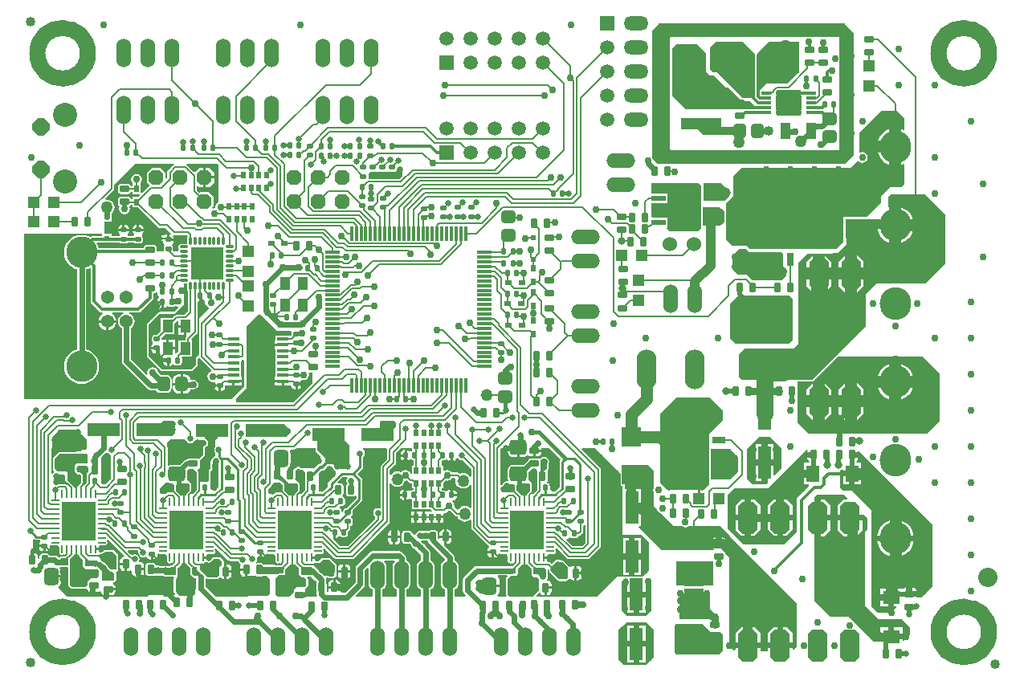
<source format=gtl>
G04 Layer_Physical_Order=1*
G04 Layer_Color=255*
%FSLAX24Y24*%
%MOIN*%
G70*
G01*
G75*
%ADD10C,0.0080*%
%ADD11C,0.0650*%
G04:AMPARAMS|DCode=12|XSize=22mil|YSize=24mil|CornerRadius=4.4mil|HoleSize=0mil|Usage=FLASHONLY|Rotation=0.000|XOffset=0mil|YOffset=0mil|HoleType=Round|Shape=RoundedRectangle|*
%AMROUNDEDRECTD12*
21,1,0.0220,0.0152,0,0,0.0*
21,1,0.0132,0.0240,0,0,0.0*
1,1,0.0088,0.0066,-0.0076*
1,1,0.0088,-0.0066,-0.0076*
1,1,0.0088,-0.0066,0.0076*
1,1,0.0088,0.0066,0.0076*
%
%ADD12ROUNDEDRECTD12*%
G04:AMPARAMS|DCode=13|XSize=22mil|YSize=24mil|CornerRadius=4.4mil|HoleSize=0mil|Usage=FLASHONLY|Rotation=90.000|XOffset=0mil|YOffset=0mil|HoleType=Round|Shape=RoundedRectangle|*
%AMROUNDEDRECTD13*
21,1,0.0220,0.0152,0,0,90.0*
21,1,0.0132,0.0240,0,0,90.0*
1,1,0.0088,0.0076,0.0066*
1,1,0.0088,0.0076,-0.0066*
1,1,0.0088,-0.0076,-0.0066*
1,1,0.0088,-0.0076,0.0066*
%
%ADD13ROUNDEDRECTD13*%
G04:AMPARAMS|DCode=14|XSize=29.1mil|YSize=39.4mil|CornerRadius=5.8mil|HoleSize=0mil|Usage=FLASHONLY|Rotation=180.000|XOffset=0mil|YOffset=0mil|HoleType=Round|Shape=RoundedRectangle|*
%AMROUNDEDRECTD14*
21,1,0.0291,0.0277,0,0,180.0*
21,1,0.0175,0.0394,0,0,180.0*
1,1,0.0117,-0.0087,0.0139*
1,1,0.0117,0.0087,0.0139*
1,1,0.0117,0.0087,-0.0139*
1,1,0.0117,-0.0087,-0.0139*
%
%ADD14ROUNDEDRECTD14*%
G04:AMPARAMS|DCode=15|XSize=29.1mil|YSize=39.4mil|CornerRadius=5.8mil|HoleSize=0mil|Usage=FLASHONLY|Rotation=270.000|XOffset=0mil|YOffset=0mil|HoleType=Round|Shape=RoundedRectangle|*
%AMROUNDEDRECTD15*
21,1,0.0291,0.0277,0,0,270.0*
21,1,0.0175,0.0394,0,0,270.0*
1,1,0.0117,-0.0139,-0.0087*
1,1,0.0117,-0.0139,0.0087*
1,1,0.0117,0.0139,0.0087*
1,1,0.0117,0.0139,-0.0087*
%
%ADD15ROUNDEDRECTD15*%
%ADD16R,0.0138X0.0236*%
G04:AMPARAMS|DCode=17|XSize=63mil|YSize=71mil|CornerRadius=15.8mil|HoleSize=0mil|Usage=FLASHONLY|Rotation=180.000|XOffset=0mil|YOffset=0mil|HoleType=Round|Shape=RoundedRectangle|*
%AMROUNDEDRECTD17*
21,1,0.0630,0.0395,0,0,180.0*
21,1,0.0315,0.0710,0,0,180.0*
1,1,0.0315,-0.0158,0.0198*
1,1,0.0315,0.0158,0.0198*
1,1,0.0315,0.0158,-0.0198*
1,1,0.0315,-0.0158,-0.0198*
%
%ADD17ROUNDEDRECTD17*%
%ADD18R,0.0402X0.0118*%
G04:AMPARAMS|DCode=19|XSize=105mil|YSize=105mil|CornerRadius=26.3mil|HoleSize=0mil|Usage=FLASHONLY|Rotation=180.000|XOffset=0mil|YOffset=0mil|HoleType=Round|Shape=RoundedRectangle|*
%AMROUNDEDRECTD19*
21,1,0.1050,0.0525,0,0,180.0*
21,1,0.0525,0.1050,0,0,180.0*
1,1,0.0525,-0.0263,0.0263*
1,1,0.0525,0.0263,0.0263*
1,1,0.0525,0.0263,-0.0263*
1,1,0.0525,-0.0263,-0.0263*
%
%ADD19ROUNDEDRECTD19*%
%ADD20R,0.1673X0.0465*%
%ADD21R,0.0790X0.0790*%
G04:AMPARAMS|DCode=22|XSize=52mil|YSize=60mil|CornerRadius=13mil|HoleSize=0mil|Usage=FLASHONLY|Rotation=0.000|XOffset=0mil|YOffset=0mil|HoleType=Round|Shape=RoundedRectangle|*
%AMROUNDEDRECTD22*
21,1,0.0520,0.0340,0,0,0.0*
21,1,0.0260,0.0600,0,0,0.0*
1,1,0.0260,0.0130,-0.0170*
1,1,0.0260,-0.0130,-0.0170*
1,1,0.0260,-0.0130,0.0170*
1,1,0.0260,0.0130,0.0170*
%
%ADD22ROUNDEDRECTD22*%
G04:AMPARAMS|DCode=23|XSize=52mil|YSize=60mil|CornerRadius=13mil|HoleSize=0mil|Usage=FLASHONLY|Rotation=270.000|XOffset=0mil|YOffset=0mil|HoleType=Round|Shape=RoundedRectangle|*
%AMROUNDEDRECTD23*
21,1,0.0520,0.0340,0,0,270.0*
21,1,0.0260,0.0600,0,0,270.0*
1,1,0.0260,-0.0170,-0.0130*
1,1,0.0260,-0.0170,0.0130*
1,1,0.0260,0.0170,0.0130*
1,1,0.0260,0.0170,-0.0130*
%
%ADD23ROUNDEDRECTD23*%
%ADD24R,0.0433X0.0669*%
%ADD25R,0.0709X0.0543*%
%ADD26R,0.0543X0.0709*%
%ADD27R,0.0480X0.0480*%
%ADD28R,0.0280X0.0200*%
%ADD29R,0.0200X0.0280*%
%ADD30R,0.0200X0.0260*%
%ADD31R,0.0790X0.0790*%
%ADD32R,0.0240X0.0240*%
%ADD33R,0.0500X0.0150*%
G04:AMPARAMS|DCode=34|XSize=40mil|YSize=40mil|CornerRadius=20mil|HoleSize=0mil|Usage=FLASHONLY|Rotation=0.000|XOffset=0mil|YOffset=0mil|HoleType=Round|Shape=RoundedRectangle|*
%AMROUNDEDRECTD34*
21,1,0.0400,0.0000,0,0,0.0*
21,1,0.0000,0.0400,0,0,0.0*
1,1,0.0400,0.0000,0.0000*
1,1,0.0400,0.0000,0.0000*
1,1,0.0400,0.0000,0.0000*
1,1,0.0400,0.0000,0.0000*
%
%ADD34ROUNDEDRECTD34*%
%ADD35R,0.0480X0.0480*%
%ADD36R,0.0600X0.0240*%
%ADD37R,0.1260X0.0630*%
%ADD38R,0.0420X0.0520*%
%ADD39R,0.1970X0.1700*%
%ADD40R,0.0280X0.0560*%
%ADD41R,0.1370X0.1370*%
G04:AMPARAMS|DCode=42|XSize=11mil|YSize=31.5mil|CornerRadius=4.4mil|HoleSize=0mil|Usage=FLASHONLY|Rotation=270.000|XOffset=0mil|YOffset=0mil|HoleType=Round|Shape=RoundedRectangle|*
%AMROUNDEDRECTD42*
21,1,0.0110,0.0227,0,0,270.0*
21,1,0.0022,0.0315,0,0,270.0*
1,1,0.0088,-0.0113,-0.0011*
1,1,0.0088,-0.0113,0.0011*
1,1,0.0088,0.0113,0.0011*
1,1,0.0088,0.0113,-0.0011*
%
%ADD42ROUNDEDRECTD42*%
G04:AMPARAMS|DCode=43|XSize=11mil|YSize=31.5mil|CornerRadius=4.4mil|HoleSize=0mil|Usage=FLASHONLY|Rotation=180.000|XOffset=0mil|YOffset=0mil|HoleType=Round|Shape=RoundedRectangle|*
%AMROUNDEDRECTD43*
21,1,0.0110,0.0227,0,0,180.0*
21,1,0.0022,0.0315,0,0,180.0*
1,1,0.0088,-0.0011,0.0113*
1,1,0.0088,0.0011,0.0113*
1,1,0.0088,0.0011,-0.0113*
1,1,0.0088,-0.0011,-0.0113*
%
%ADD43ROUNDEDRECTD43*%
%ADD44R,0.0120X0.0600*%
%ADD45R,0.0600X0.0120*%
%ADD46R,0.0354X0.1299*%
G04:AMPARAMS|DCode=47|XSize=50mil|YSize=50mil|CornerRadius=25mil|HoleSize=0mil|Usage=FLASHONLY|Rotation=90.000|XOffset=0mil|YOffset=0mil|HoleType=Round|Shape=RoundedRectangle|*
%AMROUNDEDRECTD47*
21,1,0.0500,0.0000,0,0,90.0*
21,1,0.0000,0.0500,0,0,90.0*
1,1,0.0500,0.0000,0.0000*
1,1,0.0500,0.0000,0.0000*
1,1,0.0500,0.0000,0.0000*
1,1,0.0500,0.0000,0.0000*
%
%ADD47ROUNDEDRECTD47*%
%ADD48C,0.0600*%
%ADD49R,0.0560X0.0280*%
%ADD50R,0.1700X0.1970*%
%ADD51O,0.0335X0.0098*%
%ADD52O,0.0098X0.0335*%
%ADD53R,0.1417X0.1614*%
G04:AMPARAMS|DCode=54|XSize=63mil|YSize=71mil|CornerRadius=15.8mil|HoleSize=0mil|Usage=FLASHONLY|Rotation=90.000|XOffset=0mil|YOffset=0mil|HoleType=Round|Shape=RoundedRectangle|*
%AMROUNDEDRECTD54*
21,1,0.0630,0.0395,0,0,90.0*
21,1,0.0315,0.0710,0,0,90.0*
1,1,0.0315,0.0198,0.0158*
1,1,0.0315,0.0198,-0.0158*
1,1,0.0315,-0.0198,-0.0158*
1,1,0.0315,-0.0198,0.0158*
%
%ADD54ROUNDEDRECTD54*%
%ADD55R,0.1339X0.0551*%
%ADD56R,0.0551X0.1339*%
%ADD57C,0.0120*%
%ADD58C,0.0200*%
%ADD59C,0.0070*%
%ADD60C,0.0300*%
%ADD61C,0.0240*%
%ADD62C,0.0400*%
%ADD63C,0.0160*%
%ADD64C,0.0360*%
%ADD65C,0.0700*%
%ADD66C,0.0320*%
%ADD67C,0.0500*%
%ADD68C,0.0140*%
%ADD69C,0.0100*%
%ADD70C,0.0250*%
%ADD71R,0.1575X0.0984*%
%ADD72R,0.1299X0.1063*%
%ADD73C,0.0800*%
%ADD74O,0.0600X0.1200*%
%ADD75O,0.1300X0.1360*%
%ADD76R,0.0591X0.0591*%
%ADD77O,0.1024X0.0591*%
%ADD78C,0.0591*%
%ADD79O,0.1200X0.0600*%
%ADD80P,0.0671X8X22.5*%
%ADD81C,0.0540*%
%ADD82C,0.1305*%
%ADD83C,0.1000*%
%ADD84P,0.0758X8X292.5*%
G04:AMPARAMS|DCode=85|XSize=133mil|YSize=83mil|CornerRadius=0mil|HoleSize=0mil|Usage=FLASHONLY|Rotation=270.000|XOffset=0mil|YOffset=0mil|HoleType=Round|Shape=Octagon|*
%AMOCTAGOND85*
4,1,8,-0.0208,-0.0665,0.0208,-0.0665,0.0415,-0.0458,0.0415,0.0458,0.0208,0.0665,-0.0208,0.0665,-0.0415,0.0458,-0.0415,-0.0458,-0.0208,-0.0665,0.0*
%
%ADD85OCTAGOND85*%

%ADD86O,0.0825X0.1650*%
%ADD87R,0.0591X0.0591*%
%ADD88C,0.0300*%
%ADD89C,0.0250*%
%ADD90C,0.0500*%
%ADD91C,0.0320*%
%ADD92C,0.0400*%
%ADD93C,0.0450*%
G36*
X30590Y17890D02*
Y17680D01*
X30594Y17660D01*
X30584Y17634D01*
X30570Y17610D01*
X30070D01*
X30040Y17640D01*
Y17810D01*
X30180Y17950D01*
X30530D01*
X30590Y17890D01*
D02*
G37*
G36*
X23037Y18593D02*
X23039Y18584D01*
X23082Y18519D01*
X23147Y18476D01*
X23150Y18476D01*
Y18310D01*
X22830Y17990D01*
Y17980D01*
Y17849D01*
X22817Y17837D01*
X22791Y17797D01*
X22790Y17795D01*
X22635Y17640D01*
X22480D01*
X22440Y17680D01*
Y18397D01*
X22553Y18510D01*
X22650D01*
X22800Y18660D01*
X22970D01*
X23037Y18593D01*
D02*
G37*
G36*
X21662Y18556D02*
X21668Y18552D01*
X21673Y18547D01*
X21682Y18541D01*
X21688Y18538D01*
X21694Y18534D01*
X21701Y18533D01*
X21708Y18530D01*
X21715D01*
X21722Y18529D01*
X21790D01*
X21878Y18440D01*
X21874Y18419D01*
Y18141D01*
X21880Y18112D01*
Y17701D01*
X21729Y17550D01*
X21630D01*
Y17617D01*
X21635Y17622D01*
X21651Y17645D01*
X21656Y17672D01*
Y17925D01*
X21651Y17953D01*
X21635Y17976D01*
X21630Y17981D01*
Y17990D01*
X21456Y18164D01*
X21466Y18211D01*
Y18489D01*
X21463Y18503D01*
X21474Y18514D01*
X21486Y18516D01*
X21551Y18559D01*
X21569Y18587D01*
X21626Y18592D01*
X21662Y18556D01*
D02*
G37*
G36*
X31512Y18447D02*
X31504Y18409D01*
Y18131D01*
X31514Y18081D01*
X31518Y18076D01*
Y17699D01*
X31369Y17550D01*
X31270D01*
Y17617D01*
X31275Y17622D01*
X31291Y17645D01*
X31296Y17672D01*
Y17925D01*
X31291Y17953D01*
X31275Y17976D01*
X31270Y17981D01*
Y17990D01*
X31134Y18126D01*
X31149Y18203D01*
Y18444D01*
X31289Y18584D01*
X31374D01*
X31512Y18447D01*
D02*
G37*
G36*
X12850Y19170D02*
Y18840D01*
X12810Y18800D01*
X12370D01*
X12300Y18730D01*
Y18610D01*
Y18460D01*
X12410Y18350D01*
X12520D01*
X12570Y18300D01*
Y18100D01*
Y17991D01*
X12504Y17926D01*
X12501Y17921D01*
X12340Y17760D01*
X12282Y17818D01*
X12280Y17830D01*
X12257Y17865D01*
X12089Y18033D01*
X12054Y18056D01*
X12047Y18057D01*
X12000Y18104D01*
Y18288D01*
Y18320D01*
Y18430D01*
X11970Y18460D01*
X11604D01*
X11599Y18461D01*
X11490Y18570D01*
Y19010D01*
X11680Y19200D01*
X12800D01*
X12810Y19210D01*
X12850Y19170D01*
D02*
G37*
G36*
X26181Y18014D02*
X26181Y18014D01*
X26217Y17989D01*
X26260Y17981D01*
X26307Y17980D01*
Y17773D01*
X26365D01*
Y17697D01*
X26330D01*
X26286Y17688D01*
X26248Y17663D01*
X26196Y17674D01*
X26189Y17684D01*
X26141Y17716D01*
X26085Y17727D01*
X26069D01*
Y17504D01*
Y17282D01*
X26085D01*
X26141Y17293D01*
X26189Y17325D01*
X26196Y17335D01*
X26248Y17346D01*
X26286Y17321D01*
X26307Y17311D01*
Y16911D01*
X27071D01*
X27131Y16851D01*
X27112Y16805D01*
X26847D01*
Y16575D01*
Y16345D01*
X27065D01*
Y16575D01*
X27165D01*
Y16345D01*
X27380D01*
Y16575D01*
X27430D01*
Y16625D01*
X27630D01*
Y16705D01*
X27656Y16743D01*
X27699Y16751D01*
X27735Y16775D01*
X27798Y16838D01*
X27853Y16827D01*
X27908Y16838D01*
X28108Y16638D01*
X28108Y16638D01*
X28145Y16613D01*
X28188Y16605D01*
X28188Y16605D01*
X28207D01*
X28230Y16549D01*
X28282Y16482D01*
X28349Y16430D01*
X28426Y16398D01*
X28510Y16387D01*
X28594Y16398D01*
X28671Y16430D01*
X28718Y16466D01*
X28768Y16441D01*
Y16148D01*
X28768Y16148D01*
X28776Y16105D01*
X28801Y16069D01*
X29429Y15441D01*
X29429Y15441D01*
X29465Y15416D01*
X29482Y15413D01*
X29487Y15390D01*
X29512Y15352D01*
X29500Y15299D01*
X29490Y15293D01*
X29458Y15245D01*
X29447Y15189D01*
Y15173D01*
X29670D01*
Y15123D01*
X29720D01*
Y14910D01*
X29746D01*
X29802Y14921D01*
X29850Y14953D01*
X29882Y15001D01*
X29890Y15041D01*
X29906Y15052D01*
X29927Y15060D01*
X29943Y15061D01*
X29971Y15042D01*
X30017Y15033D01*
X30234D01*
X30263Y15017D01*
X30279Y14987D01*
Y14771D01*
X30289Y14724D01*
X30315Y14685D01*
X30355Y14659D01*
X30401Y14649D01*
X30448Y14659D01*
X30463Y14669D01*
X30490Y14663D01*
X30522Y14642D01*
X30534Y14584D01*
X30488Y14538D01*
X30459Y14544D01*
X29000D01*
X28926Y14529D01*
X28863Y14487D01*
X28483Y14107D01*
X28441Y14044D01*
X28426Y13970D01*
Y13522D01*
X28441Y13448D01*
X28483Y13385D01*
X28542Y13326D01*
X28523Y13280D01*
X28072D01*
Y13556D01*
X28142Y13609D01*
X28201Y13687D01*
X28238Y13777D01*
X28251Y13873D01*
Y14473D01*
X28238Y14570D01*
X28201Y14660D01*
X28142Y14737D01*
X28072Y14791D01*
Y14907D01*
X28057Y14982D01*
X28015Y15044D01*
X27649Y15410D01*
X27658Y15430D01*
Y15710D01*
X27459D01*
Y15709D01*
X27409Y15683D01*
X27390Y15697D01*
Y15899D01*
X27381Y15949D01*
X27352Y15991D01*
X27310Y16019D01*
X27260Y16029D01*
X27085D01*
X27035Y16019D01*
X27011Y16004D01*
X26906D01*
X26880Y16009D01*
X26854Y16004D01*
X26680D01*
X26678Y16003D01*
X26650Y16009D01*
X26574Y15994D01*
X26509Y15951D01*
X26466Y15886D01*
X26460Y15855D01*
X26406Y15838D01*
X26367Y15877D01*
X26320Y15908D01*
X26316Y15929D01*
X26288Y15971D01*
X26245Y15999D01*
X26195Y16009D01*
X26020D01*
X25970Y15999D01*
X25928Y15971D01*
X25899Y15929D01*
X25890Y15879D01*
Y15601D01*
X25899Y15551D01*
X25928Y15509D01*
X25970Y15481D01*
X26020Y15471D01*
X26195D01*
X26220Y15476D01*
X26270Y15426D01*
X26276Y15394D01*
X26319Y15329D01*
X26384Y15286D01*
X26416Y15280D01*
X26684Y15012D01*
Y14791D01*
X26614Y14737D01*
X26555Y14660D01*
X26517Y14570D01*
X26505Y14473D01*
Y13873D01*
X26517Y13777D01*
X26555Y13687D01*
X26614Y13609D01*
X26684Y13556D01*
Y13280D01*
X26072D01*
Y13556D01*
X26142Y13609D01*
X26201Y13687D01*
X26238Y13777D01*
X26251Y13873D01*
Y14473D01*
X26238Y14570D01*
X26201Y14660D01*
X26142Y14737D01*
X26072Y14791D01*
Y14870D01*
X26057Y14944D01*
X26015Y15007D01*
X25922Y15100D01*
X25859Y15142D01*
X25785Y15157D01*
X24675D01*
X24601Y15142D01*
X24538Y15100D01*
X24023Y14585D01*
X23981Y14522D01*
X23966Y14448D01*
Y13870D01*
X23540Y13444D01*
X23369D01*
X23331Y13494D01*
X23336Y13521D01*
Y13610D01*
X22839D01*
Y13528D01*
X22834Y13517D01*
X22805Y13487D01*
X22770Y13521D01*
Y13799D01*
X22761Y13849D01*
X22746Y13870D01*
Y13968D01*
X22738Y14009D01*
X22776Y14059D01*
X22835D01*
X22875Y14051D01*
X23050D01*
X23100Y14061D01*
X23142Y14089D01*
X23171Y14131D01*
X23180Y14181D01*
Y14459D01*
X23171Y14504D01*
Y14580D01*
X23166Y14607D01*
X23150Y14630D01*
X22920Y14860D01*
X22897Y14876D01*
X22870Y14881D01*
X22600D01*
X22573Y14876D01*
X22550Y14860D01*
X22440Y14751D01*
X22333D01*
X22291Y14795D01*
Y14839D01*
X22139D01*
Y14939D01*
X22291D01*
Y14987D01*
X22291Y15007D01*
X22337Y15033D01*
X22523D01*
X22569Y15042D01*
X22609Y15069D01*
X22635Y15108D01*
X22644Y15155D01*
X22635Y15201D01*
X22625Y15216D01*
X22620Y15231D01*
X22638Y15263D01*
X22694Y15271D01*
X23094Y14871D01*
X23094Y14871D01*
X23131Y14846D01*
X23174Y14838D01*
X23174Y14838D01*
X23840D01*
X23840Y14838D01*
X23883Y14846D01*
X23919Y14871D01*
X25359Y16311D01*
X25359Y16311D01*
X25384Y16347D01*
X25392Y16390D01*
X25392Y16390D01*
Y17957D01*
X25442Y17974D01*
X25479Y17926D01*
X25546Y17874D01*
X25624Y17842D01*
X25707Y17831D01*
X25791Y17842D01*
X25869Y17874D01*
X25935Y17926D01*
X25987Y17993D01*
X26019Y18070D01*
X26019Y18071D01*
X26042Y18087D01*
X26097Y18098D01*
X26181Y18014D01*
D02*
G37*
G36*
X39210Y21000D02*
X39210Y20601D01*
X38660Y20051D01*
Y19397D01*
X38659Y19390D01*
Y18170D01*
X38660Y18163D01*
Y17950D01*
X38410Y17700D01*
X36919Y17700D01*
X36614Y18005D01*
X36630Y20870D01*
X37310Y21550D01*
X38660D01*
X39210Y21000D01*
D02*
G37*
G36*
X18295Y18845D02*
Y17845D01*
X18160Y17710D01*
X18030D01*
X17960Y17780D01*
Y18480D01*
X18030Y18550D01*
Y18568D01*
X18031Y18573D01*
X18034Y18580D01*
Y18587D01*
X18035Y18594D01*
X18034Y18601D01*
Y18608D01*
X18030Y18627D01*
Y18760D01*
X18150Y18880D01*
X18260D01*
X18295Y18845D01*
D02*
G37*
G36*
X17085Y17925D02*
Y17672D01*
X16978Y17566D01*
X16955Y17531D01*
X16947Y17490D01*
Y17467D01*
X16940Y17460D01*
X16738D01*
X16730Y17471D01*
X16521Y17680D01*
Y17911D01*
X16580Y17970D01*
X17040D01*
X17085Y17925D01*
D02*
G37*
G36*
X21204Y17976D02*
X21201Y17970D01*
X21540D01*
X21585Y17925D01*
Y17672D01*
X21478Y17566D01*
X21455Y17531D01*
X21447Y17490D01*
Y17467D01*
X21440Y17460D01*
X21238D01*
X21230Y17471D01*
X21021Y17680D01*
Y17889D01*
Y17911D01*
Y17948D01*
X21009D01*
X21000Y17961D01*
X20890Y18070D01*
X20867Y18086D01*
X20840Y18091D01*
X20819D01*
X20740Y18170D01*
X20738D01*
X20712Y18213D01*
X20780Y18343D01*
X20830Y18350D01*
X21204Y17976D01*
D02*
G37*
G36*
X23634Y18198D02*
X23606Y18156D01*
X23591Y18080D01*
X23606Y18004D01*
X23635Y17961D01*
Y17959D01*
X23608Y17941D01*
X23579Y17899D01*
X23570Y17849D01*
Y17571D01*
X23579Y17521D01*
X23608Y17479D01*
X23650Y17451D01*
X23700Y17441D01*
X23875D01*
X23925Y17451D01*
X23948Y17466D01*
X23998Y17441D01*
Y17371D01*
X23579Y16952D01*
X23574D01*
X23530Y16943D01*
X23492Y16918D01*
X23467Y16880D01*
X23458Y16836D01*
Y16784D01*
X23443Y16774D01*
X23393Y16800D01*
Y16833D01*
X23382Y16889D01*
X23350Y16937D01*
X23325Y16954D01*
X23314Y17012D01*
X23315Y17013D01*
X23334Y17038D01*
X23416D01*
X23460Y17047D01*
X23498Y17072D01*
X23523Y17110D01*
X23532Y17154D01*
Y17306D01*
X23523Y17350D01*
X23498Y17388D01*
X23460Y17413D01*
X23432Y17419D01*
X23419Y17466D01*
X23420Y17471D01*
X23432Y17479D01*
X23461Y17521D01*
X23470Y17571D01*
Y17849D01*
X23461Y17899D01*
X23432Y17941D01*
X23390Y17969D01*
X23340Y17979D01*
X23248D01*
X23229Y18026D01*
X23451Y18248D01*
X23607D01*
X23634Y18198D01*
D02*
G37*
G36*
X25293Y19400D02*
X25288Y19375D01*
Y18979D01*
X25054Y18746D01*
X25031Y18711D01*
X25023Y18670D01*
Y16955D01*
X24984Y16934D01*
X24973Y16934D01*
X24900Y16949D01*
X24824Y16934D01*
X24759Y16891D01*
X24716Y16826D01*
X24701Y16750D01*
X24716Y16674D01*
X24759Y16609D01*
X24788Y16590D01*
Y16516D01*
X23644Y15372D01*
X23340D01*
X23045Y15667D01*
X23050Y15679D01*
Y15940D01*
X23150D01*
Y15717D01*
X23166D01*
X23222Y15728D01*
X23270Y15760D01*
X23276Y15770D01*
X23329Y15782D01*
X23367Y15757D01*
X23411Y15748D01*
X23543D01*
X23587Y15757D01*
X23625Y15782D01*
X23650Y15820D01*
X23659Y15864D01*
Y15964D01*
X23729Y16034D01*
X23754Y16070D01*
X23762Y16113D01*
X23762Y16113D01*
Y16216D01*
X23770Y16218D01*
X23808Y16243D01*
X23833Y16281D01*
X23842Y16325D01*
Y16457D01*
X23833Y16501D01*
X23808Y16539D01*
X23788Y16553D01*
X23788Y16553D01*
Y16608D01*
X23788Y16608D01*
X23808Y16622D01*
X23833Y16660D01*
X23842Y16704D01*
Y16836D01*
X23837Y16864D01*
X24207Y17233D01*
X24233Y17273D01*
X24242Y17320D01*
Y18120D01*
X24233Y18167D01*
X24207Y18207D01*
X24043Y18370D01*
X24247Y18573D01*
X24273Y18613D01*
X24282Y18660D01*
Y19067D01*
X24301Y19079D01*
X24344Y19144D01*
X24359Y19220D01*
X24344Y19296D01*
X24301Y19361D01*
X24281Y19373D01*
X24271Y19441D01*
X24278Y19450D01*
X25263D01*
X25293Y19400D01*
D02*
G37*
G36*
X20950Y17910D02*
Y17680D01*
X20955Y17653D01*
X20960Y17646D01*
X20933Y17600D01*
X20640D01*
X20570Y17530D01*
X20420D01*
X20350Y17600D01*
Y17751D01*
X20484Y17886D01*
X20484Y17886D01*
X20509Y17922D01*
X20510Y17930D01*
X20600Y18020D01*
X20840D01*
X20950Y17910D01*
D02*
G37*
G36*
X17091Y18574D02*
X17244D01*
X17380Y18438D01*
Y18060D01*
Y17701D01*
X17229Y17550D01*
X17130D01*
Y17617D01*
X17135Y17622D01*
X17151Y17645D01*
X17156Y17672D01*
Y17925D01*
X17151Y17953D01*
X17135Y17976D01*
X17130Y17981D01*
Y17990D01*
X16969Y18151D01*
X16979Y18203D01*
Y18518D01*
X16979Y18519D01*
X17044Y18584D01*
X17091Y18574D01*
D02*
G37*
G36*
X31225Y17925D02*
Y17672D01*
X31118Y17566D01*
X31095Y17531D01*
X31087Y17490D01*
Y17467D01*
X31080Y17460D01*
X30878D01*
X30870Y17471D01*
X30661Y17680D01*
Y17911D01*
X30720Y17970D01*
X31180D01*
X31225Y17925D01*
D02*
G37*
G36*
X16264Y17988D02*
X16352Y17971D01*
X16389D01*
X16450Y17910D01*
Y17680D01*
X16455Y17653D01*
X16460Y17646D01*
X16433Y17600D01*
X16140D01*
X16070Y17530D01*
X15920D01*
X15850Y17600D01*
Y17770D01*
X16100Y18020D01*
X16216D01*
X16264Y17988D01*
D02*
G37*
G36*
X16947Y19733D02*
X16969Y19699D01*
X17003Y19677D01*
X17030Y19650D01*
X17066D01*
X17110Y19641D01*
X17154Y19650D01*
X17190D01*
X17217Y19677D01*
X17251Y19699D01*
X17273Y19733D01*
X17300Y19760D01*
X17708D01*
X17714Y19756D01*
X17756Y19714D01*
X17766Y19698D01*
X17773Y19667D01*
Y19633D01*
X17766Y19602D01*
X17739Y19561D01*
X17695Y19532D01*
X17693Y19531D01*
X17687Y19527D01*
X17680Y19524D01*
X17675Y19519D01*
X17670Y19516D01*
X17666Y19510D01*
X17661Y19505D01*
X17658Y19498D01*
X17654Y19492D01*
X17653Y19486D01*
X17650Y19479D01*
X17650Y19472D01*
X17649Y19465D01*
Y19450D01*
Y19168D01*
X17480Y18999D01*
X17421Y18999D01*
X17419Y19001D01*
X17369Y19010D01*
X17091D01*
X17041Y19001D01*
X17026Y18990D01*
X16999Y18972D01*
X16995Y18966D01*
X16982D01*
X16916Y18952D01*
X16860Y18915D01*
X16694Y18750D01*
X16352D01*
X16264Y18732D01*
X16217Y18701D01*
X16167Y18728D01*
Y19073D01*
Y19077D01*
Y19455D01*
X16159Y19496D01*
X16140Y19524D01*
Y19680D01*
X16280Y19820D01*
X16860D01*
X16947Y19733D01*
D02*
G37*
G36*
X30770Y19063D02*
X30917D01*
X30985Y19072D01*
X31047Y19098D01*
X31084Y19126D01*
X31137Y19136D01*
X31190Y19101D01*
X31251Y19089D01*
X31340D01*
Y19338D01*
X31390D01*
Y19388D01*
X31690D01*
Y19425D01*
X31710Y19450D01*
X32027D01*
X32489Y18988D01*
X32471Y18970D01*
X32444Y18930D01*
X32435Y18883D01*
Y18635D01*
Y17803D01*
X32431Y17797D01*
X32430Y17795D01*
X32275Y17640D01*
X32140D01*
X32032Y17748D01*
Y17876D01*
X32023Y17920D01*
X31998Y17958D01*
X31974Y17975D01*
X31960Y17983D01*
X31921Y17991D01*
X31912Y18008D01*
X31904Y18042D01*
X31931Y18081D01*
X31940Y18131D01*
Y18409D01*
X31931Y18459D01*
X31924Y18468D01*
X31931Y18499D01*
X31974Y18564D01*
X31989Y18640D01*
Y18779D01*
Y18830D01*
X31999Y18880D01*
X31984Y18956D01*
X31941Y19021D01*
X31876Y19064D01*
X31800Y19079D01*
X31724Y19064D01*
X31659Y19021D01*
X31649Y19011D01*
X31586Y19006D01*
X31579Y19011D01*
X31529Y19020D01*
X31251D01*
X31201Y19011D01*
X31159Y18982D01*
X31131Y18940D01*
X31125Y18910D01*
X30957Y18742D01*
X30917Y18750D01*
X30522D01*
X30434Y18732D01*
X30358Y18682D01*
X30308Y18606D01*
X30291Y18518D01*
Y18203D01*
X30308Y18114D01*
X30311Y18110D01*
X30281Y18065D01*
X30260Y18069D01*
X30184Y18054D01*
X30119Y18011D01*
X30079Y17950D01*
X30040Y17911D01*
X30020Y17898D01*
X29970Y17924D01*
Y19402D01*
X30019Y19450D01*
X30263D01*
Y19323D01*
X30272Y19255D01*
X30298Y19193D01*
X30339Y19139D01*
X30393Y19098D01*
X30455Y19072D01*
X30522Y19063D01*
X30670D01*
Y19480D01*
X30770D01*
Y19063D01*
D02*
G37*
G36*
X23730Y19580D02*
Y18620D01*
X23670Y18560D01*
X23266D01*
X23048Y18778D01*
X22718D01*
Y19022D01*
X22670Y19070D01*
X22380Y19360D01*
Y19780D01*
X23430Y19880D01*
X23730Y19580D01*
D02*
G37*
G36*
X28004Y18906D02*
X28020D01*
X28077Y18917D01*
X28124Y18949D01*
X28156Y18996D01*
X28160Y19018D01*
X28213Y19028D01*
X28239Y18989D01*
X28304Y18946D01*
X28380Y18931D01*
X28414Y18938D01*
X28768Y18584D01*
Y18261D01*
X28723Y18243D01*
X28718Y18244D01*
X28668Y18308D01*
X28601Y18360D01*
X28524Y18392D01*
X28440Y18403D01*
X28356Y18392D01*
X28307Y18371D01*
X28288Y18391D01*
X28251Y18415D01*
X28209Y18424D01*
X28208Y18424D01*
X27964D01*
X27933Y18470D01*
X27860Y18519D01*
X27774Y18536D01*
X27688Y18519D01*
X27650Y18493D01*
X27600Y18520D01*
Y18708D01*
X27542D01*
Y18895D01*
X27583Y18936D01*
X27643D01*
X27688Y18945D01*
X27726Y18970D01*
X27778Y18959D01*
X27785Y18949D01*
X27832Y18917D01*
X27888Y18906D01*
X27904D01*
Y19128D01*
X28004D01*
Y18906D01*
D02*
G37*
G36*
X22309Y19360D02*
X22314Y19333D01*
X22330Y19310D01*
X22520Y19119D01*
Y18870D01*
X22250Y18600D01*
X21722D01*
X21712Y18606D01*
X21633Y18685D01*
X21615Y18703D01*
X21597Y18667D01*
X21589Y18660D01*
X21564Y18658D01*
X21560Y18657D01*
X21555D01*
X21546Y18654D01*
X21537Y18651D01*
X21534Y18648D01*
X21530Y18647D01*
X21523Y18640D01*
X21515Y18634D01*
X21513Y18630D01*
X21510Y18627D01*
X21502Y18614D01*
X21450Y18601D01*
X21449Y18603D01*
X21397Y18638D01*
X21335Y18650D01*
X21266D01*
X21239Y18700D01*
X21262Y18734D01*
X21280Y18822D01*
Y19217D01*
X21262Y19306D01*
X21241Y19338D01*
X21268Y19388D01*
X21400D01*
X21400Y19388D01*
X21443Y19396D01*
X21479Y19421D01*
X21509Y19450D01*
X22309D01*
Y19360D01*
D02*
G37*
G36*
X25660Y20490D02*
Y20350D01*
X25560Y20250D01*
Y19890D01*
X25521Y19859D01*
X25220Y19930D01*
X24980Y20170D01*
Y20530D01*
X25030Y20580D01*
X25570D01*
X25660Y20490D01*
D02*
G37*
G36*
X12660Y19970D02*
X12820Y19810D01*
Y19680D01*
Y19560D01*
X12558Y19298D01*
X12368D01*
X12354Y19271D01*
X11680D01*
X11653Y19266D01*
X11630Y19250D01*
X11440Y19060D01*
X11424Y19037D01*
X11419Y19010D01*
Y18570D01*
X11424Y18543D01*
X11440Y18520D01*
X11463Y18497D01*
X11454Y18434D01*
X11419Y18411D01*
X11387Y18362D01*
X11337Y18377D01*
Y19450D01*
X11370D01*
X11370Y19910D01*
X11670Y20210D01*
X12420D01*
X12660Y19970D01*
D02*
G37*
G36*
X26307Y19332D02*
X26274Y19302D01*
X26224Y19310D01*
X26219Y19318D01*
X26171Y19350D01*
X26115Y19361D01*
X26099D01*
Y19138D01*
Y18915D01*
X26115D01*
X26171Y18927D01*
X26219Y18958D01*
X26225Y18968D01*
X26278Y18980D01*
X26315Y18955D01*
X26360Y18946D01*
X26365D01*
Y18708D01*
X26307D01*
Y18361D01*
X26257Y18357D01*
X26249Y18397D01*
X26200Y18470D01*
X26128Y18519D01*
X26042Y18536D01*
X25956Y18519D01*
X25883Y18470D01*
X25861Y18437D01*
X25791Y18466D01*
X25707Y18477D01*
X25624Y18466D01*
X25546Y18434D01*
X25479Y18382D01*
X25442Y18334D01*
X25392Y18351D01*
Y18524D01*
X25619Y18751D01*
X25619Y18751D01*
X25644Y18787D01*
X25652Y18830D01*
X25652Y18830D01*
Y19234D01*
X25869Y19450D01*
X26307D01*
Y19332D01*
D02*
G37*
G36*
X13820Y19110D02*
Y18680D01*
Y18160D01*
X13750Y18090D01*
X13610Y17950D01*
X13470D01*
X13410Y18010D01*
Y18180D01*
Y19060D01*
X13490Y19140D01*
X13580Y19230D01*
X13700D01*
X13820Y19110D01*
D02*
G37*
G36*
X18264Y19864D02*
X18160Y19760D01*
Y19518D01*
X18149Y19511D01*
X18106Y19446D01*
X18091Y19370D01*
X18106Y19294D01*
X18149Y19229D01*
X18160Y19222D01*
Y19140D01*
X18093Y19073D01*
X18029Y19031D01*
X18015Y19009D01*
X18015Y19008D01*
X17986Y18966D01*
X17970Y18950D01*
Y18933D01*
X17958Y18872D01*
Y18796D01*
Y18676D01*
X17953Y18650D01*
X17964Y18594D01*
X17960Y18590D01*
X17870Y18500D01*
Y18470D01*
Y18120D01*
X17800Y18050D01*
X17470D01*
X17451Y18069D01*
Y18438D01*
X17446Y18466D01*
X17430Y18489D01*
X17410Y18509D01*
Y18530D01*
X17530Y18650D01*
Y18949D01*
X17720Y19139D01*
Y19465D01*
X17726Y19466D01*
X17791Y19509D01*
X17834Y19574D01*
X17849Y19650D01*
X17834Y19726D01*
X17791Y19791D01*
X17726Y19834D01*
X17720Y19835D01*
Y19910D01*
X18245D01*
X18264Y19864D01*
D02*
G37*
G36*
X12870Y18630D02*
Y18450D01*
X12820Y18400D01*
Y18343D01*
X12813Y18308D01*
Y18014D01*
X12699Y17900D01*
X12630D01*
Y17955D01*
X12636Y17964D01*
X12641Y17991D01*
Y18100D01*
Y18300D01*
X12636Y18327D01*
X12630Y18336D01*
Y18360D01*
X12550Y18440D01*
X12430D01*
X12400Y18470D01*
Y18670D01*
X12440Y18710D01*
X12790D01*
X12870Y18630D01*
D02*
G37*
G36*
X11929Y18320D02*
Y18104D01*
X11934Y18077D01*
X11950Y18053D01*
X11969Y18034D01*
Y17992D01*
X12015D01*
X12028Y17978D01*
X12033Y17970D01*
X12006Y17920D01*
X11952D01*
X11947Y17923D01*
X11906Y17931D01*
X11654D01*
X11613Y17923D01*
X11608Y17920D01*
X11500D01*
X11460Y17960D01*
Y18330D01*
X11480Y18350D01*
X11884D01*
X11929Y18320D01*
D02*
G37*
G36*
X41660Y19430D02*
X41660Y18590D01*
X41372Y18302D01*
X41326Y18321D01*
Y18716D01*
X41070D01*
Y18067D01*
X41072D01*
X41091Y18021D01*
X41020Y17950D01*
X40530Y17950D01*
X40430D01*
X40210Y18170D01*
Y18550D01*
Y19410D01*
X40370Y19570D01*
X40700Y19900D01*
X41190D01*
X41660Y19430D01*
D02*
G37*
G36*
X44890Y19290D02*
X47900Y16280D01*
X47900Y14730D01*
Y13670D01*
X47460Y13230D01*
X47287D01*
X47256Y13268D01*
X46950D01*
Y13388D01*
X46830D01*
Y13636D01*
X46811D01*
X46750Y13624D01*
X46714Y13601D01*
X46664Y13613D01*
Y13613D01*
X46330D01*
Y13241D01*
Y12869D01*
X46404D01*
X46423Y12823D01*
X46210Y12610D01*
X45650Y12610D01*
X45390Y12870D01*
Y16850D01*
X44570Y17670D01*
X44230D01*
X44080Y17820D01*
Y18511D01*
X44090Y18513D01*
X44149Y18553D01*
X44199Y18531D01*
Y18500D01*
X44571D01*
X44943D01*
Y18834D01*
X44760D01*
X44745Y18884D01*
X44779Y18907D01*
X44814Y18960D01*
X44826Y19021D01*
Y19040D01*
X44578D01*
Y19280D01*
X44826D01*
Y19290D01*
X44890D01*
D02*
G37*
G36*
X28126Y18149D02*
X28117Y18080D01*
X28128Y17996D01*
X28160Y17919D01*
X28212Y17852D01*
X28279Y17800D01*
X28356Y17768D01*
X28440Y17757D01*
X28524Y17768D01*
X28601Y17800D01*
X28668Y17852D01*
X28718Y17916D01*
X28723Y17917D01*
X28768Y17899D01*
Y16979D01*
X28718Y16954D01*
X28671Y16990D01*
X28594Y17022D01*
X28510Y17033D01*
X28426Y17022D01*
X28349Y16990D01*
X28282Y16938D01*
X28244Y16889D01*
X28185Y16879D01*
X28066Y16997D01*
X28077Y17052D01*
X28060Y17137D01*
X28012Y17210D01*
X27994Y17222D01*
X28010Y17272D01*
X28020D01*
X28077Y17283D01*
X28124Y17315D01*
X28156Y17362D01*
X28167Y17419D01*
Y17445D01*
X27954D01*
Y17495D01*
X27904D01*
Y17717D01*
X27888D01*
X27832Y17706D01*
X27785Y17674D01*
X27778Y17664D01*
X27726Y17653D01*
X27688Y17678D01*
X27643Y17687D01*
X27563D01*
X27542Y17708D01*
Y17773D01*
X27600D01*
Y17978D01*
X27719Y18098D01*
X27774Y18087D01*
X27860Y18104D01*
X27933Y18153D01*
X27964Y18199D01*
X28096D01*
X28126Y18149D01*
D02*
G37*
G36*
X39500Y19390D02*
X39850Y19040D01*
Y18470D01*
X39770Y18390D01*
X39520Y18140D01*
X38760D01*
X38730Y18170D01*
Y19390D01*
X38760Y19420D01*
X39470D01*
X39500Y19390D01*
D02*
G37*
G36*
X36250Y13910D02*
X36250Y12720D01*
X36000Y12470D01*
X35240Y12470D01*
X35020Y12690D01*
X35020Y13910D01*
X35144Y14034D01*
X35170Y14039D01*
X35214Y14030D01*
X35254Y13994D01*
Y13484D01*
X35630D01*
X36006D01*
Y14040D01*
X36120D01*
X36250Y13910D01*
D02*
G37*
G36*
X12530Y14930D02*
X12652Y14808D01*
X12660Y14796D01*
Y14530D01*
X12790Y14400D01*
X13260D01*
X13310Y14350D01*
Y14140D01*
X13220Y14050D01*
X12970D01*
X12840Y13920D01*
Y13750D01*
X12760Y13670D01*
X12220D01*
X12110Y13780D01*
Y14811D01*
X12260Y14962D01*
X12260Y14962D01*
X12285Y14998D01*
X12286Y15006D01*
X12340Y15060D01*
X12400D01*
X12530Y14930D01*
D02*
G37*
G36*
X25601Y14720D02*
X25555Y14660D01*
X25517Y14570D01*
X25505Y14473D01*
Y13873D01*
X25517Y13777D01*
X25555Y13687D01*
X25614Y13609D01*
X25684Y13556D01*
Y13280D01*
X25072D01*
Y13556D01*
X25142Y13609D01*
X25201Y13687D01*
X25238Y13777D01*
X25251Y13873D01*
Y14473D01*
X25238Y14570D01*
X25201Y14660D01*
X25155Y14720D01*
X25178Y14770D01*
X25578D01*
X25601Y14720D01*
D02*
G37*
G36*
X17004Y14570D02*
X17110Y14464D01*
Y14194D01*
X17129Y14175D01*
Y14172D01*
X17132D01*
X17264Y14040D01*
X17359D01*
Y13608D01*
X17359Y13605D01*
X17314Y13560D01*
Y13390D01*
X17234Y13310D01*
X16694D01*
X16584Y13420D01*
Y14463D01*
X16585Y14471D01*
Y14471D01*
X16599Y14485D01*
X16635Y14509D01*
X16734Y14608D01*
X16734Y14608D01*
X16758Y14644D01*
X16814Y14700D01*
X16874D01*
X17004Y14570D01*
D02*
G37*
G36*
X32771Y14490D02*
Y14061D01*
X32700Y13991D01*
X32425D01*
X32070Y14345D01*
Y14400D01*
Y14500D01*
X32267Y14697D01*
X32564D01*
X32771Y14490D01*
D02*
G37*
G36*
X18684Y14781D02*
X18684Y14781D01*
X18721Y14756D01*
X18764Y14748D01*
X18764Y14748D01*
X19104D01*
X19106Y14734D01*
X19149Y14669D01*
X19183Y14647D01*
X19206Y14590D01*
X19194Y14529D01*
Y14440D01*
X19442D01*
Y14390D01*
X19492D01*
Y14150D01*
X19811D01*
X19840Y14131D01*
X19890Y14121D01*
X20065D01*
X20115Y14131D01*
X20144Y14150D01*
X20270D01*
X20320Y14100D01*
X20430Y13990D01*
Y13420D01*
X20310Y13300D01*
X19528D01*
X19520Y13280D01*
X18155D01*
X17746Y13689D01*
Y14018D01*
X17792Y14037D01*
X17801Y14028D01*
X17824Y14013D01*
X17851Y14008D01*
X18222D01*
X18249Y14013D01*
X18273Y14028D01*
X18318Y14074D01*
X18368Y14069D01*
X18376Y14057D01*
X18429Y14022D01*
X18490Y14010D01*
X18528D01*
Y14310D01*
Y14610D01*
X18499D01*
Y14753D01*
X18493Y14780D01*
X18478Y14803D01*
X18380Y14900D01*
X18357Y14916D01*
X18330Y14921D01*
X18107D01*
X18080Y14916D01*
X18056Y14900D01*
X18000Y14844D01*
X17996Y14839D01*
X17991Y14834D01*
X17963Y14791D01*
X17920Y14762D01*
X17920Y14762D01*
X17919Y14762D01*
X17912D01*
X17874Y14754D01*
X17840Y14761D01*
X17835Y14762D01*
X17791Y14792D01*
Y14839D01*
X17639D01*
Y14939D01*
X17791D01*
Y14987D01*
X17791Y15007D01*
X17837Y15033D01*
X18023D01*
X18069Y15042D01*
X18109Y15069D01*
X18135Y15108D01*
X18144Y15155D01*
X18135Y15201D01*
X18125Y15216D01*
X18120Y15231D01*
X18138Y15263D01*
X18194Y15271D01*
X18684Y14781D01*
D02*
G37*
G36*
X30279Y14110D02*
X30230Y14060D01*
X30214Y14037D01*
X30209Y14010D01*
Y13387D01*
X30214Y13359D01*
X30230Y13336D01*
X30236Y13330D01*
X30215Y13280D01*
X29877D01*
X29860Y13330D01*
X29871Y13339D01*
X29912Y13393D01*
X29938Y13455D01*
X29947Y13522D01*
Y13670D01*
X29630D01*
Y13390D01*
X29140D01*
X28970Y13560D01*
Y13900D01*
X29050Y13980D01*
X29620D01*
X29630Y13970D01*
Y13770D01*
X29947D01*
Y13917D01*
X29938Y13985D01*
X29912Y14047D01*
X29871Y14101D01*
X29864Y14106D01*
X29881Y14156D01*
X30260D01*
X30279Y14110D01*
D02*
G37*
G36*
X13369Y14709D02*
X13434Y14666D01*
X13457Y14662D01*
X13513Y14606D01*
X13516Y14604D01*
X13634Y14486D01*
X13636Y14483D01*
X13780Y14340D01*
X13782Y14338D01*
X13810Y14310D01*
X13880D01*
X13959Y14231D01*
Y13980D01*
X13903Y13924D01*
X13490D01*
X13450Y13964D01*
Y14350D01*
X13260Y14540D01*
X12770D01*
X12731Y14579D01*
Y14710D01*
X13369D01*
X13369Y14709D01*
D02*
G37*
G36*
X36360Y18480D02*
Y17802D01*
X36343Y17776D01*
X36326Y17690D01*
X36343Y17604D01*
X36360Y17578D01*
Y17020D01*
X36487Y16893D01*
X36493Y16864D01*
X36541Y16791D01*
X36614Y16743D01*
X36643Y16737D01*
X36820Y16560D01*
X37190Y16190D01*
X37533D01*
X37574Y16163D01*
X37660Y16146D01*
X37746Y16163D01*
X37787Y16190D01*
X39100D01*
X39520Y15770D01*
X42290Y13000D01*
Y11510D01*
Y11190D01*
X42155Y11055D01*
X42105Y11075D01*
Y11134D01*
X41590D01*
Y11254D01*
D01*
Y11134D01*
X41075D01*
Y11020D01*
X40765D01*
Y11134D01*
X40250D01*
X39735D01*
Y11066D01*
X39685Y11045D01*
X39480Y11250D01*
Y14910D01*
X39304Y15086D01*
X39304Y15087D01*
X39275Y15129D01*
X39233Y15158D01*
X39232Y15158D01*
X39201Y15189D01*
X39210Y15242D01*
X39245Y15248D01*
X39297Y15283D01*
X39332Y15336D01*
X39338Y15365D01*
X39044D01*
X38751D01*
X38757Y15336D01*
X38791Y15283D01*
X38841Y15250D01*
X38842Y15246D01*
X38822Y15200D01*
X36680D01*
X36230Y15650D01*
X35712Y16168D01*
X35731Y16214D01*
X35816D01*
Y16864D01*
X35440D01*
Y16984D01*
X35320D01*
Y17753D01*
X35160D01*
Y18470D01*
X35430Y18740D01*
X36100D01*
X36360Y18480D01*
D02*
G37*
G36*
X44260Y17490D02*
X44389Y17361D01*
X44370Y17315D01*
X44233D01*
X43975Y17057D01*
Y16670D01*
X44490D01*
X45005D01*
Y16680D01*
X45051Y16699D01*
X45210Y16540D01*
Y16060D01*
X45100Y15950D01*
Y12920D01*
X45680Y12340D01*
X46640D01*
X46970Y12010D01*
Y11700D01*
X46714Y11444D01*
X46664Y11465D01*
Y11499D01*
X45756D01*
Y11420D01*
X45470D01*
X44450Y12440D01*
X43680D01*
X43000Y13120D01*
Y15300D01*
Y15785D01*
X43030D01*
Y16550D01*
Y17315D01*
X43000D01*
Y17370D01*
X43120Y17490D01*
X44260Y17490D01*
D02*
G37*
G36*
X36340Y11910D02*
Y10760D01*
X36010Y10430D01*
X35110D01*
X34890Y10650D01*
Y11030D01*
Y11890D01*
X35050Y12050D01*
X35210Y12210D01*
X36040D01*
X36340Y11910D01*
D02*
G37*
G36*
X38700Y11820D02*
X39090D01*
X39220Y11690D01*
Y11030D01*
X39140Y10950D01*
X39060Y10870D01*
X37340D01*
X37220Y10990D01*
Y12000D01*
X37340Y12120D01*
X37350Y12130D01*
X38390D01*
X38700Y11820D01*
D02*
G37*
G36*
X22283Y13952D02*
X22318Y13928D01*
X22359Y13887D01*
Y13870D01*
X22344Y13849D01*
X22334Y13799D01*
Y13521D01*
X22344Y13471D01*
X22359Y13450D01*
Y13388D01*
X22370Y13330D01*
X22340Y13280D01*
X21960D01*
Y13282D01*
X21660D01*
Y13382D01*
X21960D01*
Y13420D01*
X21948Y13481D01*
X21913Y13534D01*
X21891Y13548D01*
X21890Y13552D01*
X21895Y13606D01*
X21899Y13609D01*
X21980Y13690D01*
X21995Y13713D01*
X22001Y13740D01*
Y13995D01*
X21995Y14023D01*
X21980Y14046D01*
X21963Y14062D01*
X21982Y14109D01*
X22126D01*
X22283Y13952D01*
D02*
G37*
G36*
X24505Y14448D02*
Y13873D01*
X24517Y13777D01*
X24555Y13687D01*
X24614Y13609D01*
X24684Y13556D01*
Y13280D01*
X23989D01*
X23970Y13326D01*
X24297Y13653D01*
X24339Y13716D01*
X24354Y13790D01*
Y14368D01*
X24455Y14469D01*
X24505Y14448D01*
D02*
G37*
G36*
X31109Y14608D02*
X31209Y14509D01*
X31209Y14509D01*
X31216Y14504D01*
X31270Y14450D01*
Y14180D01*
X31374Y14076D01*
X31489D01*
X31569Y13995D01*
Y13799D01*
X31569Y13530D01*
X31319Y13280D01*
X30850Y13280D01*
X30387D01*
X30318Y13348D01*
X30280Y13387D01*
Y14010D01*
X30422Y14152D01*
X30681D01*
Y14191D01*
X30700Y14210D01*
Y14430D01*
X30867Y14597D01*
X30874Y14602D01*
X30879Y14609D01*
X30880Y14610D01*
X31108D01*
X31109Y14608D01*
D02*
G37*
G36*
X21469D02*
X21569Y14509D01*
X21569Y14509D01*
X21576Y14504D01*
X21630Y14450D01*
Y14180D01*
X21734Y14076D01*
X21849D01*
X21929Y13995D01*
Y13740D01*
X21849Y13659D01*
X21505D01*
X21414Y13569D01*
Y13490D01*
X21402Y13472D01*
X21210Y13280D01*
X20747D01*
X20640Y13387D01*
Y14010D01*
X20792Y14162D01*
X21061D01*
Y14392D01*
X21071Y14438D01*
X21106Y14474D01*
X21234Y14602D01*
X21234Y14602D01*
X21239Y14609D01*
X21240Y14610D01*
X21468D01*
X21469Y14608D01*
D02*
G37*
G36*
X10643Y15663D02*
X10683Y15637D01*
X10730Y15628D01*
X10864D01*
X10888Y15596D01*
X10880Y15543D01*
X10848Y15495D01*
X10837Y15439D01*
Y15423D01*
X11060D01*
Y15373D01*
X11110D01*
Y15160D01*
X11136D01*
X11192Y15171D01*
X11240Y15203D01*
X11272Y15251D01*
X11283Y15307D01*
Y15396D01*
X11285Y15398D01*
X11333Y15418D01*
X11357Y15402D01*
X11403Y15393D01*
X11620D01*
X11649Y15377D01*
X11666Y15347D01*
Y15131D01*
X11675Y15084D01*
X11701Y15045D01*
X11741Y15019D01*
X11787Y15009D01*
X11834Y15019D01*
X11849Y15029D01*
X11877Y15023D01*
X11902Y15006D01*
X11903Y14955D01*
X11883Y14934D01*
X11733D01*
X11706Y14929D01*
X11683Y14914D01*
X11630D01*
X11617Y14927D01*
X11554Y14969D01*
X11480Y14984D01*
X11273D01*
X11248Y15021D01*
X11205Y15049D01*
X11155Y15059D01*
X10980D01*
X10930Y15049D01*
X10888Y15021D01*
X10859Y14979D01*
X10850Y14929D01*
Y14867D01*
X10831Y14853D01*
X10781Y14877D01*
Y14929D01*
X10769Y14990D01*
X10734Y15043D01*
X10681Y15078D01*
X10620Y15090D01*
X10591D01*
Y15651D01*
X10637Y15670D01*
X10643Y15663D01*
D02*
G37*
G36*
X20080Y14930D02*
X20106D01*
X20162Y14941D01*
X20210Y14973D01*
X20242Y15021D01*
X20247Y15046D01*
X20263Y15054D01*
X20301Y15062D01*
X20331Y15042D01*
X20377Y15033D01*
X20594D01*
X20623Y15017D01*
X20639Y14987D01*
Y14771D01*
X20649Y14724D01*
X20675Y14685D01*
X20715Y14659D01*
X20761Y14649D01*
X20808Y14659D01*
X20823Y14669D01*
X20850Y14663D01*
X20885Y14640D01*
X20889Y14634D01*
X20889Y14610D01*
X20879Y14594D01*
X20862Y14574D01*
X20671D01*
X20648Y14579D01*
X20646Y14580D01*
X20640Y14584D01*
X20633Y14585D01*
X20627Y14588D01*
X20620D01*
X20613Y14589D01*
X20179D01*
X20158Y14621D01*
X20115Y14649D01*
X20065Y14659D01*
X19890D01*
X19862Y14654D01*
X19856Y14661D01*
X19838Y14700D01*
X19874Y14754D01*
X19889Y14830D01*
X19875Y14899D01*
X19880Y14907D01*
X19891Y14921D01*
X19912Y14938D01*
X19954Y14930D01*
X19980D01*
Y15143D01*
X20080D01*
Y14930D01*
D02*
G37*
G36*
X18427Y14753D02*
Y14597D01*
X18300Y14470D01*
Y14340D01*
Y14157D01*
X18222Y14079D01*
X17851D01*
X17620Y14310D01*
X17520Y14410D01*
Y14600D01*
X17583Y14665D01*
X17592Y14659D01*
X17639Y14649D01*
X17685Y14659D01*
X17725Y14685D01*
X17729Y14692D01*
X17822D01*
X17874Y14681D01*
X17926Y14692D01*
X17948D01*
X17960Y14703D01*
X18014Y14739D01*
X18051Y14794D01*
X18107Y14850D01*
X18330D01*
X18427Y14753D01*
D02*
G37*
G36*
X34965Y18385D02*
Y17868D01*
X35039D01*
Y15849D01*
X35040Y15850D01*
X35830D01*
X36150Y15530D01*
Y14380D01*
X35873Y14103D01*
X35284D01*
Y14100D01*
X35228D01*
X35170Y14112D01*
X35112Y14100D01*
X34870D01*
X34839Y14131D01*
X33989Y13280D01*
X31485D01*
X31466Y13326D01*
X31575Y13435D01*
X31633Y13422D01*
X31656Y13387D01*
X31709Y13352D01*
X31770Y13340D01*
X31808D01*
Y13640D01*
X31858D01*
Y13690D01*
X32106D01*
Y13779D01*
X32094Y13840D01*
X32059Y13893D01*
X32007Y13928D01*
X31945Y13940D01*
X31915D01*
X31898Y13990D01*
X31934Y14044D01*
X31949Y14120D01*
X31941Y14157D01*
Y14303D01*
X31949Y14340D01*
X31941Y14377D01*
Y14400D01*
X31936Y14427D01*
X31958Y14446D01*
X31994Y14416D01*
X31991Y14404D01*
X31999Y14366D01*
Y14345D01*
X32004Y14318D01*
X32020Y14295D01*
X32046Y14269D01*
X32049Y14263D01*
X32055Y14259D01*
X32374Y13940D01*
X32398Y13925D01*
X32425Y13919D01*
X32700D01*
X32727Y13925D01*
X32750Y13940D01*
X32821Y14011D01*
X32824Y14015D01*
X32878Y14020D01*
X32882Y14019D01*
X32896Y13997D01*
X32949Y13962D01*
X33010Y13950D01*
X33048D01*
Y14250D01*
Y14550D01*
X33010D01*
X32949Y14538D01*
X32896Y14503D01*
X32890Y14494D01*
X32885Y14494D01*
X32839Y14507D01*
X32836Y14518D01*
X32821Y14541D01*
X32615Y14747D01*
X32592Y14763D01*
X32564Y14768D01*
X32511D01*
X32457Y14804D01*
X32381Y14819D01*
X32304Y14804D01*
X32243Y14763D01*
X32239Y14763D01*
X32216Y14747D01*
X32107Y14638D01*
X32069Y14676D01*
X32035Y14699D01*
X31994Y14707D01*
X31969D01*
X31928Y14757D01*
X31931Y14771D01*
Y14839D01*
X31779D01*
Y14939D01*
X31931D01*
Y14987D01*
X31931Y15007D01*
X31977Y15033D01*
X32163D01*
X32209Y15042D01*
X32249Y15069D01*
X32275Y15108D01*
X32284Y15155D01*
X32275Y15201D01*
X32265Y15216D01*
X32260Y15231D01*
X32278Y15263D01*
X32334Y15271D01*
X32744Y14861D01*
X32744Y14861D01*
X32781Y14836D01*
X32824Y14828D01*
X32824Y14828D01*
X33610D01*
X33610Y14828D01*
X33653Y14836D01*
X33689Y14861D01*
X34119Y15291D01*
X34119Y15291D01*
X34144Y15327D01*
X34152Y15370D01*
X34152Y15370D01*
Y18550D01*
X34144Y18593D01*
X34119Y18629D01*
X34119Y18629D01*
X33345Y19404D01*
X33364Y19450D01*
X33900D01*
X34965Y18385D01*
D02*
G37*
G36*
X26964Y15571D02*
X26992Y15529D01*
X27024Y15508D01*
X27065Y15446D01*
X27675Y14836D01*
X27673Y14782D01*
X27614Y14737D01*
X27555Y14660D01*
X27517Y14570D01*
X27505Y14473D01*
Y13873D01*
X27517Y13777D01*
X27555Y13687D01*
X27614Y13609D01*
X27684Y13556D01*
Y13280D01*
X27072D01*
Y13556D01*
X27142Y13609D01*
X27201Y13687D01*
X27238Y13777D01*
X27251Y13873D01*
Y14473D01*
X27238Y14570D01*
X27201Y14660D01*
X27142Y14737D01*
X27072Y14791D01*
Y15092D01*
X27057Y15166D01*
X27015Y15229D01*
X26875Y15369D01*
X26874Y15376D01*
X26831Y15441D01*
X26766Y15484D01*
X26759Y15485D01*
X26678Y15566D01*
X26678Y15572D01*
X26698Y15616D01*
X26854D01*
X26880Y15611D01*
X26906Y15616D01*
X26955D01*
X26964Y15571D01*
D02*
G37*
G36*
X33508Y16227D02*
Y15506D01*
X33374Y15372D01*
X32980D01*
X32721Y15631D01*
X32743Y15680D01*
X32782Y15688D01*
X32830Y15720D01*
X32836Y15730D01*
X32889Y15742D01*
X32927Y15717D01*
X32971Y15708D01*
X33103D01*
X33147Y15717D01*
X33185Y15742D01*
X33210Y15780D01*
X33220Y15788D01*
X33263Y15796D01*
X33299Y15821D01*
X33379Y15901D01*
X33404Y15937D01*
X33412Y15980D01*
X33412Y15980D01*
Y16216D01*
X33420Y16218D01*
X33458Y16243D01*
X33508Y16227D01*
D02*
G37*
G36*
X14050Y14981D02*
Y14390D01*
X13830D01*
X13686Y14534D01*
X13684Y14546D01*
X13641Y14611D01*
X13576Y14654D01*
X13564Y14656D01*
X13300Y14920D01*
Y14960D01*
Y15010D01*
X13343Y15053D01*
X13400Y15041D01*
X13476Y15056D01*
X13541Y15099D01*
X13568Y15141D01*
X13891D01*
X14050Y14981D01*
D02*
G37*
G36*
X42732Y19341D02*
X42724Y19299D01*
Y19280D01*
X42972D01*
Y19040D01*
X42724D01*
Y19021D01*
X42736Y18960D01*
X42771Y18907D01*
X42805Y18884D01*
X42790Y18834D01*
X42577D01*
Y18500D01*
X42949D01*
Y18260D01*
X42577D01*
Y17926D01*
X42770D01*
X42789Y17879D01*
X42290Y17380D01*
Y15970D01*
X42210Y15890D01*
X41760Y15440D01*
X40080Y15440D01*
X39430Y16090D01*
X39430Y17500D01*
X39690Y17760D01*
X41080D01*
X42686Y19366D01*
X42732Y19341D01*
D02*
G37*
G36*
X17343Y14493D02*
X17367D01*
X17380Y14480D01*
Y14410D01*
X17590Y14200D01*
X17569Y14150D01*
X17255D01*
X17182Y14222D01*
X17181Y14223D01*
Y14464D01*
X17225Y14500D01*
X17308D01*
X17343Y14493D01*
D02*
G37*
G36*
X16515Y14525D02*
Y14485D01*
X16512Y14470D01*
Y14206D01*
X16479Y14172D01*
X16078D01*
X15990Y14260D01*
Y14440D01*
X16020Y14470D01*
X16280D01*
X16313Y14503D01*
X16360D01*
X16401Y14511D01*
X16436Y14534D01*
X16461Y14560D01*
X16480Y14560D01*
X16515Y14525D01*
D02*
G37*
G36*
X31870Y14400D02*
Y14150D01*
Y14100D01*
X31820Y14050D01*
X31690D01*
X31640Y14100D01*
X31540Y14200D01*
X31380D01*
X31350Y14230D01*
Y14480D01*
X31790D01*
X31870Y14400D01*
D02*
G37*
G36*
X23100Y14580D02*
Y14340D01*
Y14270D01*
X22960Y14130D01*
X22664D01*
X22568Y14226D01*
X22556Y14234D01*
X22490Y14300D01*
X22200Y14590D01*
Y14630D01*
X22250Y14680D01*
X22470D01*
X22600Y14810D01*
X22870D01*
X23100Y14580D01*
D02*
G37*
G36*
X14375Y14976D02*
X14356Y14930D01*
X14350D01*
X14289Y14918D01*
X14236Y14883D01*
X14201Y14830D01*
X14189Y14769D01*
Y14680D01*
X14438D01*
Y14630D01*
X14488D01*
Y14330D01*
X14525D01*
X14587Y14342D01*
X14634Y14374D01*
X14659Y14367D01*
X14684Y14354D01*
Y14271D01*
X14696Y14210D01*
X14731Y14157D01*
X14783Y14122D01*
X14845Y14110D01*
X14882D01*
Y14410D01*
X14932D01*
Y14460D01*
X15181D01*
Y14549D01*
X15169Y14610D01*
X15134Y14663D01*
X15081Y14698D01*
X15020Y14710D01*
X15007D01*
X14990Y14742D01*
X14985Y14760D01*
X14999Y14830D01*
X14984Y14906D01*
X14941Y14971D01*
X14876Y15014D01*
X14800Y15029D01*
X14724Y15014D01*
X14696Y14995D01*
X14674Y15016D01*
X14638Y15040D01*
X14626Y15043D01*
X14517Y15152D01*
X14536Y15198D01*
X14930D01*
X14963Y15160D01*
X14951Y15100D01*
X14966Y15024D01*
X15009Y14959D01*
X15074Y14916D01*
X15150Y14901D01*
X15226Y14916D01*
X15253Y14934D01*
X15308Y14911D01*
X15308Y14911D01*
X15340Y14863D01*
X15388Y14831D01*
X15444Y14820D01*
X15470D01*
Y15033D01*
X15570D01*
Y14820D01*
X15596D01*
X15652Y14831D01*
X15700Y14863D01*
X15732Y14911D01*
X15743Y14967D01*
Y15051D01*
X15783Y15066D01*
X15793Y15068D01*
X15831Y15042D01*
X15877Y15033D01*
X16094D01*
X16123Y15017D01*
X16139Y14987D01*
Y14771D01*
X16149Y14724D01*
X16175Y14685D01*
X16215Y14659D01*
X16261Y14649D01*
X16308Y14659D01*
X16323Y14669D01*
X16350Y14663D01*
X16374Y14648D01*
X16381Y14636D01*
X16384Y14623D01*
X16355Y14575D01*
X16353Y14574D01*
X16313D01*
X16286Y14569D01*
X16262Y14553D01*
X16250Y14541D01*
X16170D01*
X16166Y14544D01*
X16090Y14559D01*
X16064Y14554D01*
X15856D01*
X15780Y14569D01*
X15754Y14564D01*
X15683D01*
X15676Y14599D01*
X15648Y14641D01*
X15605Y14669D01*
X15555Y14679D01*
X15380D01*
X15330Y14669D01*
X15288Y14641D01*
X15259Y14599D01*
X15250Y14549D01*
Y14271D01*
X15259Y14221D01*
X15288Y14179D01*
X15306Y14167D01*
X15307Y14166D01*
X15314Y14130D01*
X16019D01*
X16028Y14121D01*
X16051Y14106D01*
X16078Y14101D01*
X16099D01*
X16103Y14097D01*
X16105Y14101D01*
X16418D01*
X16442Y14056D01*
X16428Y14036D01*
X16410Y13947D01*
Y13553D01*
X16428Y13464D01*
X16477Y13390D01*
X16473Y13366D01*
X16465Y13340D01*
X16455D01*
X16393Y13328D01*
X16341Y13293D01*
X16332Y13280D01*
X15997D01*
X15970Y13325D01*
X15971Y13330D01*
X15997Y13350D01*
X15363D01*
X15389Y13330D01*
X15390Y13325D01*
X15363Y13280D01*
X12020D01*
X11653Y13647D01*
X11659Y13712D01*
X11681Y13729D01*
X11722Y13783D01*
X11748Y13845D01*
X11757Y13913D01*
Y14060D01*
X11340D01*
Y14160D01*
X11757D01*
Y14308D01*
X11748Y14375D01*
X11722Y14437D01*
X11694Y14474D01*
X11730Y14510D01*
X11753Y14494D01*
X11780Y14489D01*
X12020D01*
X12039Y14473D01*
Y13780D01*
X12044Y13753D01*
X12060Y13730D01*
X12170Y13620D01*
X12193Y13604D01*
X12220Y13599D01*
X12760D01*
X12785Y13604D01*
X12788Y13604D01*
X12841Y13582D01*
X12842Y13573D01*
X12877Y13521D01*
X12930Y13486D01*
X12991Y13474D01*
X13080D01*
Y13722D01*
X13180D01*
Y13474D01*
X13269D01*
X13330Y13486D01*
X13350Y13499D01*
X13361Y13498D01*
X13404Y13475D01*
X13412Y13433D01*
X13447Y13381D01*
X13500Y13346D01*
X13561Y13334D01*
X13650D01*
Y13582D01*
X13700D01*
Y13632D01*
X14000D01*
Y13670D01*
X13988Y13731D01*
X13953Y13784D01*
X13921Y13805D01*
X13930Y13858D01*
X13953Y13873D01*
X14010Y13930D01*
X14025Y13953D01*
X14031Y13980D01*
Y14231D01*
X14025Y14258D01*
X14018Y14269D01*
X14037Y14319D01*
X14050D01*
X14077Y14324D01*
X14100Y14340D01*
X14116Y14363D01*
X14121Y14390D01*
Y14981D01*
X14116Y15008D01*
X14100Y15032D01*
X13941Y15191D01*
X13918Y15207D01*
X13891Y15212D01*
X13568D01*
X13561Y15211D01*
X13554D01*
X13548Y15208D01*
X13541Y15207D01*
X13535Y15203D01*
X13528Y15200D01*
X13523Y15195D01*
X13518Y15191D01*
X13514Y15185D01*
X13509Y15180D01*
X13489Y15151D01*
X13448Y15124D01*
X13400Y15114D01*
X13366Y15121D01*
X13356Y15123D01*
X13326Y15151D01*
X13320Y15162D01*
X13318Y15167D01*
X13317Y15169D01*
Y15199D01*
X13165D01*
Y15299D01*
X13317D01*
Y15347D01*
X13317Y15367D01*
X13363Y15393D01*
X13549D01*
X13596Y15402D01*
X13635Y15429D01*
X13661Y15468D01*
X13671Y15515D01*
X13661Y15561D01*
X13651Y15576D01*
X13646Y15591D01*
X13664Y15623D01*
X13720Y15631D01*
X14375Y14976D01*
D02*
G37*
G36*
X12060Y14880D02*
Y14862D01*
X12060Y14862D01*
X12044Y14839D01*
X12039Y14811D01*
Y14579D01*
X12020Y14560D01*
X11780D01*
X11690Y14650D01*
Y14820D01*
X11733Y14863D01*
X11900D01*
X11941Y14871D01*
X11976Y14894D01*
X12001Y14920D01*
X12020D01*
X12060Y14880D01*
D02*
G37*
G36*
X21802Y14501D02*
X21843Y14493D01*
X22147D01*
X22220Y14420D01*
Y14180D01*
X21740D01*
X21701Y14219D01*
Y14450D01*
X21699Y14460D01*
X21725Y14502D01*
X21734Y14510D01*
X21789D01*
X21802Y14501D01*
D02*
G37*
G36*
X21001Y14494D02*
X21011Y14476D01*
X21009Y14472D01*
X21005Y14465D01*
X21004Y14459D01*
X21002Y14454D01*
X20991Y14408D01*
X20991Y14400D01*
X20990Y14392D01*
Y14233D01*
X20792D01*
X20765Y14228D01*
X20741Y14212D01*
X20719Y14190D01*
X20331D01*
X20320Y14200D01*
X20297Y14216D01*
X20270Y14221D01*
X20144D01*
X20137Y14220D01*
X20130D01*
X20124Y14217D01*
X20117Y14216D01*
X20111Y14212D01*
X20105Y14209D01*
X20087Y14198D01*
X20058Y14192D01*
X19897D01*
X19880Y14195D01*
Y14480D01*
X19918Y14518D01*
X20613D01*
X20623Y14511D01*
X20664Y14503D01*
X20874D01*
X20915Y14511D01*
X20925Y14518D01*
X20981D01*
X21001Y14494D01*
D02*
G37*
G36*
X21250Y20200D02*
Y20060D01*
X21080Y19890D01*
X20670D01*
X20661Y20404D01*
X20696Y20440D01*
X21010D01*
X21250Y20200D01*
D02*
G37*
G36*
X16419Y31250D02*
X16434Y31200D01*
X16411Y31185D01*
X16411Y31185D01*
X16186Y30960D01*
X16162Y30923D01*
X16153Y30880D01*
X16153Y30880D01*
Y30659D01*
X16120Y30632D01*
X16075Y30652D01*
Y30866D01*
X15885Y31056D01*
X15505D01*
X15315Y30866D01*
Y30486D01*
X15414Y30386D01*
X15412Y30327D01*
X15409Y30321D01*
X15112Y30024D01*
X15062Y30045D01*
Y30407D01*
X15062Y30407D01*
X15062D01*
X15057Y30457D01*
X15089Y30505D01*
X15106Y30591D01*
X15089Y30676D01*
X15041Y30749D01*
X14968Y30798D01*
X14882Y30815D01*
X14796Y30798D01*
X14723Y30749D01*
X14675Y30676D01*
X14658Y30591D01*
X14675Y30505D01*
X14710Y30452D01*
X14722Y30407D01*
X14722Y30407D01*
X14722D01*
X14722Y30407D01*
Y30309D01*
X14655D01*
X14649Y30336D01*
X14621Y30379D01*
X14578Y30407D01*
X14528Y30417D01*
X14251D01*
X14201Y30407D01*
X14159Y30379D01*
X14130Y30336D01*
X14120Y30286D01*
Y30111D01*
X14130Y30061D01*
X14159Y30019D01*
X14201Y29991D01*
X14251Y29981D01*
X14528D01*
X14578Y29991D01*
X14621Y30019D01*
X14649Y30061D01*
X14654Y30085D01*
X14722D01*
Y29987D01*
X15004D01*
X15024Y29937D01*
X14943Y29856D01*
X14722D01*
Y29758D01*
X14658D01*
X14649Y29801D01*
X14621Y29843D01*
X14578Y29872D01*
X14528Y29882D01*
X14251D01*
X14201Y29872D01*
X14159Y29843D01*
X14130Y29801D01*
X14120Y29751D01*
Y29576D01*
X14130Y29526D01*
X14159Y29484D01*
X14181Y29468D01*
X14173Y29456D01*
X14156Y29370D01*
X14173Y29284D01*
X14221Y29211D01*
X14294Y29163D01*
X14380Y29146D01*
X14466Y29163D01*
X14539Y29211D01*
X14587Y29284D01*
X14604Y29370D01*
X14587Y29456D01*
X14585Y29459D01*
X14621Y29484D01*
X14649Y29526D01*
X14651Y29534D01*
X14722D01*
Y29436D01*
X14943D01*
X15767Y28612D01*
X15767Y28612D01*
X15804Y28587D01*
X15846Y28579D01*
X15846Y28579D01*
X16094D01*
X16330Y28343D01*
X16305Y28297D01*
X16276Y28303D01*
X16250D01*
Y28140D01*
X16423D01*
Y28156D01*
X16412Y28212D01*
X16394Y28239D01*
X16424Y28284D01*
X16438Y28281D01*
X16971D01*
X16998Y28254D01*
Y28217D01*
X16991Y28208D01*
X16983Y28163D01*
Y27964D01*
X16969Y27931D01*
X16935Y27917D01*
X16737D01*
X16692Y27908D01*
X16654Y27883D01*
X16629Y27846D01*
X16620Y27801D01*
Y27779D01*
X16629Y27734D01*
X16653Y27695D01*
X16629Y27656D01*
X16620Y27611D01*
Y27600D01*
X16434D01*
X16392Y27647D01*
Y27779D01*
X16383Y27823D01*
X16358Y27861D01*
X16370Y27914D01*
X16380Y27920D01*
X16412Y27968D01*
X16423Y28024D01*
Y28040D01*
X16200D01*
Y28090D01*
X16150D01*
Y28303D01*
X16124D01*
X16068Y28292D01*
X16023Y28262D01*
X15807D01*
X15764Y28253D01*
X15728Y28229D01*
X15703Y28193D01*
X15695Y28150D01*
X15703Y28107D01*
X15728Y28070D01*
X15764Y28046D01*
X15807Y28037D01*
X15977D01*
Y28024D01*
X15988Y27968D01*
X16020Y27920D01*
X16030Y27914D01*
X16042Y27861D01*
X16017Y27823D01*
X16008Y27779D01*
Y27647D01*
X15966Y27600D01*
X15719D01*
Y27755D01*
X15709Y27805D01*
X15681Y27848D01*
X15639Y27876D01*
X15589Y27886D01*
X15311D01*
X15261Y27876D01*
X15219Y27848D01*
X15191Y27805D01*
X15181Y27755D01*
Y27745D01*
X13297D01*
X13269Y27837D01*
X13221Y27928D01*
X13251Y27978D01*
X13452D01*
Y27963D01*
X13832D01*
Y27978D01*
X14179D01*
X14187Y27965D01*
X14225Y27940D01*
X14269Y27931D01*
X14421D01*
X14466Y27940D01*
X14503Y27965D01*
X14512Y27978D01*
X14777D01*
X14787Y27962D01*
X14825Y27937D01*
X14869Y27928D01*
X15021D01*
X15066Y27937D01*
X15103Y27962D01*
X15129Y28000D01*
X15138Y28044D01*
Y28176D01*
X15129Y28221D01*
X15103Y28258D01*
X15114Y28312D01*
X15125Y28319D01*
X15157Y28367D01*
X15168Y28423D01*
Y28439D01*
X14945D01*
X14722D01*
Y28423D01*
X14734Y28367D01*
X14765Y28319D01*
X14762Y28267D01*
X14742Y28243D01*
X14547D01*
X14527Y28269D01*
X14525Y28320D01*
X14557Y28368D01*
X14568Y28424D01*
Y28440D01*
X14345D01*
X14122D01*
Y28424D01*
X14134Y28368D01*
X14165Y28320D01*
X14164Y28269D01*
X14144Y28243D01*
X13832D01*
Y28343D01*
X13611D01*
X13563Y28346D01*
Y28836D01*
X13623D01*
X13642Y28832D01*
X13660Y28836D01*
X13832D01*
Y29007D01*
X13835Y29026D01*
Y29174D01*
X13870Y29201D01*
X13921Y29268D01*
X13953Y29346D01*
X13964Y29429D01*
X13953Y29513D01*
X13921Y29591D01*
X13870Y29657D01*
X13803Y29709D01*
X13725Y29741D01*
X13642Y29752D01*
X13590Y29794D01*
X13588Y29809D01*
X13918Y30139D01*
X13918Y30139D01*
X13942Y30176D01*
X13951Y30219D01*
Y30378D01*
X14823Y31250D01*
X16419D01*
D02*
G37*
G36*
X25930Y30750D02*
X25870Y30690D01*
X25782Y30602D01*
X24528D01*
X24500Y30630D01*
Y30820D01*
X24580Y30900D01*
X25610D01*
X25620Y30910D01*
X25740Y31030D01*
X25930D01*
Y30750D01*
D02*
G37*
G36*
X38297Y30335D02*
Y28543D01*
X38179Y28425D01*
X37018D01*
X36876Y28567D01*
X36897Y28617D01*
X36905D01*
Y28997D01*
X36318D01*
X36240Y29075D01*
Y29617D01*
X36905D01*
Y29997D01*
X36240D01*
Y30443D01*
X38189D01*
X38297Y30335D01*
D02*
G37*
G36*
X48460Y29110D02*
Y27110D01*
X47770Y26420D01*
X47630Y26280D01*
X45590D01*
X45160Y25850D01*
Y24900D01*
Y24500D01*
X42930Y22270D01*
X40010D01*
X39870Y22410D01*
Y23320D01*
X40120Y23570D01*
X42140D01*
X42340Y23770D01*
Y27120D01*
X42720Y27500D01*
X43960D01*
X44350Y27890D01*
Y28360D01*
X44930Y28940D01*
X45599D01*
X45640Y28902D01*
X45631Y28872D01*
X45616Y28725D01*
Y28665D01*
X45631Y28518D01*
X45674Y28377D01*
X45743Y28246D01*
X45837Y28132D01*
X45951Y28038D01*
X46082Y27969D01*
X46120Y27957D01*
Y28695D01*
Y29433D01*
D01*
X46070Y29470D01*
X46070Y29870D01*
X46170Y29970D01*
X47600D01*
X48460Y29110D01*
D02*
G37*
G36*
X44650Y36670D02*
Y36492D01*
Y31610D01*
X44280Y31240D01*
X36520D01*
X36306Y31454D01*
X36290Y31478D01*
Y36760D01*
X36590Y37060D01*
X44260D01*
X44650Y36670D01*
D02*
G37*
G36*
X13452Y28343D02*
Y28243D01*
X13060D01*
X13009Y28233D01*
X12966Y28204D01*
X12952Y28189D01*
X12876Y28230D01*
X12740Y28271D01*
X12598Y28285D01*
X12457Y28271D01*
X12321Y28230D01*
X12195Y28163D01*
X12085Y28072D01*
X11995Y27962D01*
X11928Y27837D01*
X11886Y27701D01*
X11872Y27559D01*
X11886Y27417D01*
X11928Y27281D01*
X11995Y27156D01*
X12085Y27046D01*
X12195Y26955D01*
X12321Y26888D01*
X12405Y26863D01*
Y23523D01*
X12321Y23498D01*
X12195Y23430D01*
X12085Y23340D01*
X11995Y23230D01*
X11928Y23105D01*
X11886Y22968D01*
X11872Y22827D01*
X11886Y22685D01*
X11928Y22549D01*
X11995Y22424D01*
X12085Y22313D01*
X12195Y22223D01*
X12321Y22156D01*
X12457Y22115D01*
X12598Y22101D01*
X12740Y22115D01*
X12876Y22156D01*
X13002Y22223D01*
X13112Y22313D01*
X13202Y22424D01*
X13269Y22549D01*
X13310Y22685D01*
X13324Y22827D01*
X13310Y22968D01*
X13269Y23105D01*
X13202Y23230D01*
X13112Y23340D01*
X13002Y23430D01*
X12876Y23498D01*
X12792Y23523D01*
Y26863D01*
X12876Y26888D01*
X12935Y26919D01*
X12977Y26894D01*
Y25523D01*
X12988Y25473D01*
X13016Y25430D01*
X13343Y25103D01*
X13386Y25074D01*
X13436Y25064D01*
X13461D01*
X13471Y25043D01*
X13474Y25014D01*
X13405Y24961D01*
X13345Y24883D01*
X13308Y24793D01*
X13302Y24747D01*
X13668D01*
X14035D01*
X14029Y24793D01*
X13992Y24883D01*
X13932Y24961D01*
X13863Y25014D01*
X13866Y25043D01*
X13876Y25064D01*
X14326D01*
X14336Y25014D01*
X14287Y24994D01*
X14216Y24939D01*
X14161Y24868D01*
X14127Y24786D01*
X14115Y24697D01*
X14127Y24608D01*
X14161Y24525D01*
X14216Y24454D01*
X14265Y24417D01*
Y23049D01*
X14279Y22975D01*
X14321Y22912D01*
X15333Y21900D01*
X15396Y21858D01*
X15470Y21844D01*
X15683D01*
X15724Y21782D01*
X15790Y21738D01*
X15868Y21723D01*
X16128D01*
X16206Y21738D01*
X16272Y21782D01*
X16316Y21848D01*
X16332Y21926D01*
Y22266D01*
X16316Y22344D01*
X16272Y22411D01*
X16206Y22455D01*
X16128Y22470D01*
X15898D01*
X15772Y22596D01*
X15758Y22665D01*
X15710Y22737D01*
X15637Y22786D01*
X15551Y22803D01*
X15465Y22786D01*
X15393Y22737D01*
X15344Y22665D01*
X15327Y22579D01*
X15340Y22512D01*
X15294Y22487D01*
X14652Y23129D01*
Y24417D01*
X14701Y24454D01*
X14755Y24525D01*
X14790Y24608D01*
X14801Y24697D01*
X14790Y24786D01*
X14755Y24868D01*
X14701Y24939D01*
X14630Y24994D01*
X14580Y25014D01*
X14590Y25064D01*
X14961D01*
X15011Y25074D01*
X15054Y25103D01*
X15544Y25592D01*
X15572Y25635D01*
X15583Y25686D01*
Y25864D01*
X15589D01*
X15639Y25874D01*
X15681Y25902D01*
X15697Y25927D01*
X15747Y25911D01*
Y25874D01*
X15758Y25818D01*
X15790Y25770D01*
X15814Y25754D01*
Y25696D01*
X15790Y25680D01*
X15758Y25632D01*
X15747Y25576D01*
Y25550D01*
X15960D01*
Y25500D01*
X16010D01*
Y25277D01*
X16026D01*
X16082Y25288D01*
X16130Y25320D01*
X16136Y25330D01*
X16189Y25342D01*
X16227Y25317D01*
X16271Y25308D01*
X16330D01*
X16337Y25306D01*
X16344Y25308D01*
X16403D01*
X16447Y25317D01*
X16479Y25338D01*
X16498D01*
X16518Y25324D01*
X16602Y25308D01*
X16616Y25288D01*
X16629Y25263D01*
X16457Y25091D01*
X15837D01*
X15809Y25086D01*
X15786Y25070D01*
X15343Y24627D01*
X15328Y24604D01*
X15322Y24577D01*
Y23248D01*
X15328Y23221D01*
X15343Y23198D01*
X15885Y22656D01*
X15908Y22641D01*
X15935Y22635D01*
X17156D01*
X17183Y22641D01*
X17206Y22656D01*
X17393Y22843D01*
X17408Y22866D01*
X17414Y22894D01*
Y23138D01*
X17449Y23169D01*
X17501Y23162D01*
X17502Y23160D01*
X17986Y22676D01*
X17970Y22622D01*
X17955Y22619D01*
X17883Y22570D01*
X17834Y22497D01*
X17817Y22411D01*
X17834Y22326D01*
X17883Y22253D01*
X17955Y22204D01*
X18035Y22188D01*
X18042Y22140D01*
X18041Y22140D01*
X17998Y22131D01*
X17962Y22107D01*
X17938Y22070D01*
X17929Y22028D01*
X17938Y21985D01*
X17962Y21948D01*
X17998Y21924D01*
X18041Y21915D01*
X18123D01*
X18125Y21905D01*
X18157Y21858D01*
X18204Y21826D01*
X18261Y21815D01*
X18287D01*
Y22028D01*
X18387D01*
Y21815D01*
X18413D01*
X18469Y21826D01*
X18516Y21858D01*
X18548Y21905D01*
X18559Y21962D01*
Y22045D01*
X18848D01*
Y22220D01*
X18898D01*
Y22270D01*
X19248D01*
Y22395D01*
X19218D01*
Y22575D01*
Y23050D01*
X19248D01*
Y23091D01*
X19286Y23108D01*
X19331Y23081D01*
Y21998D01*
X18799Y21467D01*
X10226D01*
Y28346D01*
X13403D01*
X13452Y28343D01*
D02*
G37*
G36*
X39450Y30120D02*
Y29860D01*
X39280Y29690D01*
X38400D01*
Y30430D01*
X39140D01*
X39450Y30120D01*
D02*
G37*
G36*
X42120Y25620D02*
Y23950D01*
X41940Y23770D01*
X39760D01*
X39530Y24000D01*
Y25450D01*
X39850Y25770D01*
X41970D01*
X42120Y25620D01*
D02*
G37*
G36*
X39080Y29420D02*
X39260Y29240D01*
Y28850D01*
X39090Y28680D01*
X38380D01*
Y29430D01*
X39070D01*
X39080Y29420D01*
D02*
G37*
G36*
X16968Y26273D02*
X16983Y26237D01*
Y26042D01*
X16991Y25997D01*
X16998Y25988D01*
Y25121D01*
X16863Y24986D01*
X16555D01*
X16555Y24986D01*
X16512Y24978D01*
X16476Y24953D01*
X16476Y24953D01*
X16347Y24824D01*
X15895D01*
Y24302D01*
X15742Y24149D01*
X15642D01*
X15598Y24140D01*
X15560Y24115D01*
X15535Y24077D01*
X15526Y24033D01*
Y23901D01*
X15535Y23856D01*
X15560Y23818D01*
X15549Y23766D01*
X15539Y23759D01*
X15507Y23712D01*
X15496Y23656D01*
Y23640D01*
X15718D01*
Y23590D01*
X15769D01*
Y23377D01*
X15795D01*
X15815Y23381D01*
X15865Y23342D01*
Y23221D01*
X15963D01*
X16000Y23171D01*
X15995Y23147D01*
Y23121D01*
X16208D01*
Y23071D01*
X16258D01*
Y22848D01*
X16274D01*
X16330Y22859D01*
X16377Y22891D01*
X16384Y22901D01*
X16436Y22913D01*
X16474Y22887D01*
X16519Y22879D01*
X16651D01*
X16695Y22887D01*
X16733Y22913D01*
X16758Y22950D01*
X16767Y22995D01*
Y23147D01*
X16758Y23191D01*
X16751Y23201D01*
X16778Y23251D01*
X17190D01*
Y23911D01*
X17182D01*
X17161Y23961D01*
X17376Y24176D01*
X17376Y24176D01*
X17400Y24212D01*
X17409Y24255D01*
Y25506D01*
X17447Y25538D01*
X17461Y25535D01*
X17477D01*
Y25758D01*
X17577D01*
Y25535D01*
X17593D01*
X17618Y25514D01*
Y25512D01*
X17797Y25333D01*
X17811Y25311D01*
X17833Y25297D01*
X17894Y25236D01*
X17470Y24813D01*
Y24614D01*
X17470Y24609D01*
X17470Y24609D01*
Y23316D01*
X17343Y23189D01*
Y22894D01*
X17156Y22707D01*
X15935D01*
X15394Y23248D01*
Y24577D01*
X15837Y25020D01*
X16486D01*
X16860Y25394D01*
Y26284D01*
X16935D01*
X16968Y26273D01*
D02*
G37*
G36*
X16600Y24694D02*
Y24544D01*
X16910D01*
Y24494D01*
X16960D01*
Y24114D01*
X16970Y24088D01*
X16938Y24056D01*
X16914Y24019D01*
X16906Y23977D01*
X16906Y23977D01*
Y23911D01*
X16630D01*
Y23460D01*
X16535Y23366D01*
X16495Y23378D01*
X16485Y23384D01*
Y23531D01*
X16175D01*
Y23581D01*
X16125D01*
Y23941D01*
X15911D01*
Y24000D01*
X16075Y24164D01*
X16455D01*
Y24615D01*
X16553Y24713D01*
X16600Y24694D01*
D02*
G37*
G36*
X18248Y31250D02*
X18290Y31208D01*
X18290Y29656D01*
X18217Y29607D01*
X18169Y29535D01*
X18152Y29449D01*
X18155Y29431D01*
X18120Y29396D01*
X18110Y29398D01*
X18045Y29385D01*
X18020Y29431D01*
X18075Y29486D01*
Y29866D01*
X17885Y30056D01*
X17505D01*
X17490Y30040D01*
X17377Y30152D01*
Y30313D01*
X17424Y30332D01*
X17490Y30266D01*
X17645D01*
Y30676D01*
Y31086D01*
X17490D01*
X17320Y30915D01*
X17249Y30915D01*
X16979Y31185D01*
X16957Y31200D01*
X16972Y31250D01*
X18248D01*
D02*
G37*
G36*
X46740Y33140D02*
Y32676D01*
X46697Y32651D01*
X46658Y32671D01*
X46620Y32683D01*
Y31945D01*
Y31207D01*
X46658Y31219D01*
X46697Y31239D01*
X46740Y31214D01*
Y30380D01*
X46630Y30270D01*
X46160D01*
X45780Y29890D01*
Y29630D01*
X45200Y29050D01*
X44210D01*
Y27990D01*
X43934Y27714D01*
X40336D01*
X40200Y27850D01*
X39600Y27850D01*
X39340Y28110D01*
X39340Y29580D01*
X39660Y29900D01*
Y30740D01*
X39990Y31070D01*
X44520Y31070D01*
X44796Y31346D01*
X44841Y31341D01*
X44914Y31293D01*
X45000Y31276D01*
X45086Y31293D01*
X45159Y31341D01*
X45207Y31414D01*
X45224Y31500D01*
X45207Y31586D01*
X45159Y31659D01*
X45086Y31707D01*
X45000Y31724D01*
X44920Y31708D01*
X44903Y31713D01*
X44870Y31731D01*
Y32530D01*
X45770Y33430D01*
X46450D01*
X46740Y33140D01*
D02*
G37*
G36*
X20709Y24291D02*
X21283D01*
X21314Y24253D01*
X21314Y24249D01*
Y24149D01*
X21310Y24146D01*
X21271Y24120D01*
Y24120D01*
X21271Y24120D01*
X20631D01*
Y23900D01*
X20601D01*
Y23775D01*
X20951D01*
Y23675D01*
X20601D01*
Y23550D01*
X20631D01*
Y23115D01*
X20631D01*
Y22825D01*
X20631D01*
Y22395D01*
X20601D01*
Y22270D01*
X20951D01*
Y22220D01*
X21001D01*
Y22045D01*
X21293D01*
Y22030D01*
X21304Y21974D01*
X21336Y21927D01*
X21384Y21895D01*
X21440Y21884D01*
X21466D01*
Y22096D01*
X21516D01*
Y22146D01*
X21739D01*
Y22162D01*
X21727Y22219D01*
X21725Y22222D01*
X21755Y22267D01*
X21811Y22256D01*
X21897Y22273D01*
X21970Y22322D01*
X22018Y22394D01*
X22035Y22480D01*
X22023Y22543D01*
X22060Y22585D01*
X22061Y22586D01*
X22066Y22585D01*
X22165D01*
Y22104D01*
X21384Y21322D01*
X19032D01*
X19016Y21339D01*
Y21496D01*
X19449Y21929D01*
Y24488D01*
X19921Y24961D01*
X20039D01*
X20709Y24291D01*
D02*
G37*
G36*
X40160Y27720D02*
X40320Y27560D01*
X41650Y27560D01*
X41710Y27500D01*
Y27000D01*
X41860Y26850D01*
Y26600D01*
X41670Y26410D01*
X40440D01*
X40210Y26640D01*
X39850D01*
X39610Y26880D01*
Y27430D01*
X39900Y27720D01*
X40160Y27720D01*
D02*
G37*
G36*
X16490Y20500D02*
Y20070D01*
X16370Y19950D01*
X15980D01*
X15850Y20440D01*
X15980Y20570D01*
X16420D01*
X16490Y20500D01*
D02*
G37*
G36*
X48201Y22531D02*
Y20581D01*
X47670Y20050D01*
X42782D01*
X42321Y20511D01*
X42321Y20951D01*
Y22199D01*
X42930D01*
X42957Y22204D01*
X42980Y22220D01*
X43992Y23231D01*
X47501D01*
X48201Y22531D01*
D02*
G37*
%LPC*%
G36*
X25522Y15690D02*
X25324D01*
Y15601D01*
X25336Y15540D01*
X25371Y15487D01*
X25423Y15452D01*
X25485Y15440D01*
X25522D01*
Y15690D01*
D02*
G37*
G36*
X23585Y14620D02*
X23548D01*
Y14370D01*
X23746D01*
Y14459D01*
X23734Y14520D01*
X23699Y14573D01*
X23647Y14608D01*
X23585Y14620D01*
D02*
G37*
G36*
X29620Y15073D02*
X29447D01*
Y15057D01*
X29458Y15001D01*
X29490Y14953D01*
X29538Y14921D01*
X29594Y14910D01*
X29620D01*
Y15073D01*
D02*
G37*
G36*
X23448Y14620D02*
X23410D01*
X23349Y14608D01*
X23296Y14573D01*
X23261Y14520D01*
X23249Y14459D01*
Y14370D01*
X23448D01*
Y14620D01*
D02*
G37*
G36*
X23175Y13960D02*
X23138D01*
Y13710D01*
X23336D01*
Y13799D01*
X23324Y13860D01*
X23289Y13913D01*
X23237Y13948D01*
X23175Y13960D01*
D02*
G37*
G36*
X23038D02*
X23000D01*
X22939Y13948D01*
X22886Y13913D01*
X22851Y13860D01*
X22839Y13799D01*
Y13710D01*
X23038D01*
Y13960D01*
D02*
G37*
G36*
X23746Y14270D02*
X23548D01*
Y14020D01*
X23585D01*
X23647Y14032D01*
X23699Y14067D01*
X23734Y14120D01*
X23746Y14181D01*
Y14270D01*
D02*
G37*
G36*
X23448D02*
X23249D01*
Y14181D01*
X23261Y14120D01*
X23296Y14067D01*
X23349Y14032D01*
X23410Y14020D01*
X23448D01*
Y14270D01*
D02*
G37*
G36*
X25969Y17727D02*
X25953D01*
X25897Y17716D01*
X25849Y17684D01*
X25818Y17637D01*
X25806Y17580D01*
Y17554D01*
X25969D01*
Y17727D01*
D02*
G37*
G36*
X25660Y16040D02*
X25622D01*
Y15790D01*
X25821D01*
Y15879D01*
X25809Y15940D01*
X25774Y15993D01*
X25721Y16028D01*
X25660Y16040D01*
D02*
G37*
G36*
X27658Y16060D02*
X27620D01*
X27559Y16048D01*
X27506Y16013D01*
X27471Y15960D01*
X27459Y15899D01*
Y15810D01*
X27658D01*
Y16060D01*
D02*
G37*
G36*
X25522Y16040D02*
X25485D01*
X25423Y16028D01*
X25371Y15993D01*
X25336Y15940D01*
X25324Y15879D01*
Y15790D01*
X25522D01*
Y16040D01*
D02*
G37*
G36*
X25821Y15690D02*
X25622D01*
Y15440D01*
X25660D01*
X25721Y15452D01*
X25774Y15487D01*
X25809Y15540D01*
X25821Y15601D01*
Y15690D01*
D02*
G37*
G36*
X27956Y15710D02*
X27758D01*
Y15460D01*
X27795D01*
X27857Y15472D01*
X27909Y15507D01*
X27944Y15560D01*
X27956Y15621D01*
Y15710D01*
D02*
G37*
G36*
X27795Y16060D02*
X27758D01*
Y15810D01*
X27956D01*
Y15899D01*
X27944Y15960D01*
X27909Y16013D01*
X27857Y16048D01*
X27795Y16060D01*
D02*
G37*
G36*
X25969Y17454D02*
X25806D01*
Y17428D01*
X25818Y17372D01*
X25849Y17325D01*
X25897Y17293D01*
X25953Y17282D01*
X25969D01*
Y17454D01*
D02*
G37*
G36*
X26427Y16525D02*
X26277D01*
Y16345D01*
X26427D01*
Y16525D01*
D02*
G37*
G36*
X26747Y16805D02*
X26527D01*
Y16575D01*
Y16345D01*
X26747D01*
Y16575D01*
Y16805D01*
D02*
G37*
G36*
X27630Y16525D02*
X27480D01*
Y16345D01*
X27630D01*
Y16525D01*
D02*
G37*
G36*
X26427Y16805D02*
X26277D01*
Y16625D01*
X26427D01*
Y16805D01*
D02*
G37*
G36*
X31690Y19288D02*
X31440D01*
Y19089D01*
X31529D01*
X31590Y19101D01*
X31643Y19136D01*
X31678Y19189D01*
X31690Y19250D01*
Y19288D01*
D02*
G37*
G36*
X25999Y19361D02*
X25983D01*
X25927Y19350D01*
X25879Y19318D01*
X25847Y19270D01*
X25836Y19214D01*
Y19188D01*
X25999D01*
Y19361D01*
D02*
G37*
G36*
Y19088D02*
X25836D01*
Y19062D01*
X25847Y19006D01*
X25879Y18958D01*
X25927Y18927D01*
X25983Y18915D01*
X25999D01*
Y19088D01*
D02*
G37*
G36*
X40830Y19606D02*
X40574D01*
Y18956D01*
X40830D01*
Y19606D01*
D02*
G37*
G36*
X41326D02*
X41070D01*
Y18956D01*
X41326D01*
Y19606D01*
D02*
G37*
G36*
X40830Y18716D02*
X40574D01*
Y18067D01*
X40830D01*
Y18716D01*
D02*
G37*
G36*
X46250Y15575D02*
X45625D01*
X45631Y15518D01*
X45674Y15377D01*
X45743Y15246D01*
X45837Y15132D01*
X45951Y15038D01*
X46082Y14969D01*
X46223Y14926D01*
X46250Y14923D01*
Y15575D01*
D02*
G37*
G36*
X47115D02*
X46490D01*
Y14923D01*
X46517Y14926D01*
X46658Y14969D01*
X46789Y15038D01*
X46903Y15132D01*
X46997Y15246D01*
X47066Y15377D01*
X47109Y15518D01*
X47115Y15575D01*
D02*
G37*
G36*
X46090Y13121D02*
X45756D01*
Y12869D01*
X46090D01*
Y13121D01*
D02*
G37*
G36*
X47089Y13636D02*
X47070D01*
Y13508D01*
X47243D01*
X47238Y13537D01*
X47203Y13589D01*
X47150Y13624D01*
X47089Y13636D01*
D02*
G37*
G36*
X46090Y13613D02*
X45756D01*
Y13361D01*
X46090D01*
Y13613D01*
D02*
G37*
G36*
X44451Y18260D02*
X44199D01*
Y17926D01*
X44451D01*
Y18260D01*
D02*
G37*
G36*
X44943D02*
X44691D01*
Y17926D01*
X44943D01*
Y18260D01*
D02*
G37*
G36*
X46250Y16467D02*
X46223Y16464D01*
X46082Y16421D01*
X45951Y16352D01*
X45837Y16258D01*
X45743Y16144D01*
X45674Y16013D01*
X45631Y15872D01*
X45625Y15815D01*
X46250D01*
Y16467D01*
D02*
G37*
G36*
X46490D02*
Y15815D01*
X47115D01*
X47109Y15872D01*
X47066Y16013D01*
X46997Y16144D01*
X46903Y16258D01*
X46789Y16352D01*
X46658Y16421D01*
X46517Y16464D01*
X46490Y16467D01*
D02*
G37*
G36*
X28020Y17717D02*
X28004D01*
Y17545D01*
X28167D01*
Y17571D01*
X28156Y17627D01*
X28124Y17674D01*
X28077Y17706D01*
X28020Y17717D01*
D02*
G37*
G36*
X35510Y13244D02*
X35254D01*
Y12594D01*
X35510D01*
Y13244D01*
D02*
G37*
G36*
X36006D02*
X35750D01*
Y12594D01*
X36006D01*
Y13244D01*
D02*
G37*
G36*
X19392Y14340D02*
X19194D01*
Y14251D01*
X19206Y14190D01*
X19241Y14137D01*
X19293Y14102D01*
X19355Y14090D01*
X19380D01*
X19392Y14102D01*
Y14340D01*
D02*
G37*
G36*
X18665Y14610D02*
X18628D01*
Y14360D01*
X18826D01*
Y14449D01*
X18814Y14510D01*
X18779Y14563D01*
X18727Y14598D01*
X18665Y14610D01*
D02*
G37*
G36*
X18826Y14260D02*
X18628D01*
Y14010D01*
X18665D01*
X18727Y14022D01*
X18779Y14057D01*
X18814Y14110D01*
X18826Y14171D01*
Y14260D01*
D02*
G37*
G36*
X40130Y12019D02*
X39992D01*
X39735Y11761D01*
Y11374D01*
X40130D01*
Y12019D01*
D02*
G37*
G36*
X41470D02*
X41332D01*
X41075Y11761D01*
Y11374D01*
X41470D01*
Y12019D01*
D02*
G37*
G36*
X41847D02*
X41710D01*
Y11374D01*
X42105D01*
Y11761D01*
X41847Y12019D01*
D02*
G37*
G36*
X40507D02*
X40370D01*
Y11374D01*
X40765D01*
Y11761D01*
X40507Y12019D01*
D02*
G37*
G36*
X38924Y15734D02*
X38906D01*
X38844Y15721D01*
X38791Y15686D01*
X38757Y15634D01*
X38751Y15605D01*
X38924D01*
Y15734D01*
D02*
G37*
G36*
X39183D02*
X39164D01*
Y15605D01*
X39338D01*
X39332Y15634D01*
X39297Y15686D01*
X39245Y15721D01*
X39183Y15734D01*
D02*
G37*
G36*
X35816Y17753D02*
X35560D01*
Y17104D01*
X35816D01*
Y17753D01*
D02*
G37*
G36*
X46664Y11991D02*
X46330D01*
Y11739D01*
X46664D01*
Y11991D01*
D02*
G37*
G36*
X46090D02*
X45756D01*
Y11739D01*
X46090D01*
Y11991D01*
D02*
G37*
G36*
X45005Y16430D02*
X44610D01*
Y15785D01*
X44748D01*
X45005Y16042D01*
Y16430D01*
D02*
G37*
G36*
X43665D02*
X43270D01*
Y15785D01*
X43408D01*
X43665Y16042D01*
Y16430D01*
D02*
G37*
G36*
X44370D02*
X43975D01*
Y16042D01*
X44233Y15785D01*
X44370D01*
Y16430D01*
D02*
G37*
G36*
X43408Y17315D02*
X43270D01*
Y16670D01*
X43665D01*
Y17057D01*
X43408Y17315D01*
D02*
G37*
G36*
X36006Y12086D02*
X35750D01*
Y11436D01*
X36006D01*
Y12086D01*
D02*
G37*
G36*
Y11196D02*
X35750D01*
Y10547D01*
X36006D01*
Y11196D01*
D02*
G37*
G36*
X35510D02*
X35254D01*
Y10547D01*
X35510D01*
Y11196D01*
D02*
G37*
G36*
Y12086D02*
X35254D01*
Y11436D01*
X35510D01*
Y12086D01*
D02*
G37*
G36*
X11010Y15323D02*
X10837D01*
Y15307D01*
X10848Y15251D01*
X10880Y15203D01*
X10928Y15171D01*
X10984Y15160D01*
X11010D01*
Y15323D01*
D02*
G37*
G36*
X35320Y14816D02*
X35064D01*
Y14167D01*
X35320D01*
Y14816D01*
D02*
G37*
G36*
X35816D02*
X35560D01*
Y14167D01*
X35816D01*
Y14816D01*
D02*
G37*
G36*
Y15706D02*
X35560D01*
Y15056D01*
X35816D01*
Y15706D01*
D02*
G37*
G36*
X33185Y14550D02*
X33148D01*
Y14300D01*
X33346D01*
Y14389D01*
X33334Y14450D01*
X33299Y14503D01*
X33247Y14538D01*
X33185Y14550D01*
D02*
G37*
G36*
X35320Y15706D02*
X35064D01*
Y15056D01*
X35320D01*
Y15706D01*
D02*
G37*
G36*
X33346Y14200D02*
X33148D01*
Y13950D01*
X33185D01*
X33247Y13962D01*
X33299Y13997D01*
X33334Y14050D01*
X33346Y14111D01*
Y14200D01*
D02*
G37*
G36*
X32106Y13590D02*
X31908D01*
Y13340D01*
X31945D01*
X32007Y13352D01*
X32059Y13387D01*
X32094Y13440D01*
X32106Y13501D01*
Y13590D01*
D02*
G37*
G36*
X40765Y16434D02*
X40370D01*
Y15789D01*
X40507D01*
X40765Y16046D01*
Y16434D01*
D02*
G37*
G36*
X41470D02*
X41075D01*
Y16046D01*
X41332Y15789D01*
X41470D01*
Y16434D01*
D02*
G37*
G36*
X40130D02*
X39735D01*
Y16046D01*
X39992Y15789D01*
X40130D01*
Y16434D01*
D02*
G37*
G36*
X42105D02*
X41710D01*
Y15789D01*
X41847D01*
X42105Y16046D01*
Y16434D01*
D02*
G37*
G36*
X41847Y17319D02*
X41710D01*
Y16674D01*
X42105D01*
Y17061D01*
X41847Y17319D01*
D02*
G37*
G36*
X41470D02*
X41332D01*
X41075Y17061D01*
Y16674D01*
X41470D01*
Y17319D01*
D02*
G37*
G36*
X40507D02*
X40370D01*
Y16674D01*
X40765D01*
Y17061D01*
X40507Y17319D01*
D02*
G37*
G36*
X40130D02*
X39992D01*
X39735Y17061D01*
Y16674D01*
X40130D01*
Y17319D01*
D02*
G37*
G36*
X15181Y14360D02*
X14982D01*
Y14110D01*
X15020D01*
X15081Y14122D01*
X15134Y14157D01*
X15169Y14210D01*
X15181Y14271D01*
Y14360D01*
D02*
G37*
G36*
X14388Y14580D02*
X14189D01*
Y14491D01*
X14201Y14430D01*
X14236Y14377D01*
X14289Y14342D01*
X14350Y14330D01*
X14388D01*
Y14580D01*
D02*
G37*
G36*
X14000Y13532D02*
X13750D01*
Y13334D01*
X13839D01*
X13900Y13346D01*
X13953Y13381D01*
X13988Y13433D01*
X14000Y13495D01*
Y13532D01*
D02*
G37*
G36*
X14895Y28702D02*
X14869D01*
X14813Y28691D01*
X14765Y28659D01*
X14734Y28611D01*
X14722Y28555D01*
Y28539D01*
X14895D01*
Y28702D01*
D02*
G37*
G36*
X14295Y28703D02*
X14269D01*
X14213Y28692D01*
X14165Y28660D01*
X14134Y28612D01*
X14122Y28556D01*
Y28540D01*
X14295D01*
Y28703D01*
D02*
G37*
G36*
X15021Y28702D02*
X14995D01*
Y28539D01*
X15168D01*
Y28555D01*
X15157Y28611D01*
X15125Y28659D01*
X15077Y28691D01*
X15021Y28702D01*
D02*
G37*
G36*
X14421Y28703D02*
X14395D01*
Y28540D01*
X14568D01*
Y28556D01*
X14557Y28612D01*
X14525Y28660D01*
X14477Y28692D01*
X14421Y28703D01*
D02*
G37*
G36*
X45055Y26430D02*
X44790D01*
Y25915D01*
X44798D01*
X45055Y26172D01*
Y26430D01*
D02*
G37*
G36*
X44290Y27445D02*
X44282D01*
X44025Y27188D01*
Y26930D01*
X44290D01*
Y27445D01*
D02*
G37*
G36*
X42950D02*
X42943D01*
X42685Y27188D01*
Y26930D01*
X42950D01*
Y27445D01*
D02*
G37*
G36*
X44798D02*
X44790D01*
Y26930D01*
X45055D01*
Y27188D01*
X44798Y27445D01*
D02*
G37*
G36*
X47087Y28445D02*
X46620D01*
Y27957D01*
X46658Y27969D01*
X46789Y28038D01*
X46903Y28132D01*
X46997Y28246D01*
X47066Y28377D01*
X47087Y28445D01*
D02*
G37*
G36*
X43457Y27445D02*
X43450D01*
Y26930D01*
X43715D01*
Y27188D01*
X43457Y27445D01*
D02*
G37*
G36*
X46620Y29433D02*
Y28945D01*
X47087D01*
X47066Y29013D01*
X46997Y29144D01*
X46903Y29258D01*
X46789Y29352D01*
X46658Y29421D01*
X46620Y29433D01*
D02*
G37*
G36*
X44290Y26430D02*
X44025D01*
Y26172D01*
X44282Y25915D01*
X44290D01*
Y26430D01*
D02*
G37*
G36*
X43715D02*
X43450D01*
Y25915D01*
X43457D01*
X43715Y26172D01*
Y26430D01*
D02*
G37*
G36*
X42950D02*
X42685D01*
Y26172D01*
X42943Y25915D01*
X42950D01*
Y26430D01*
D02*
G37*
G36*
X42796Y36517D02*
X42710Y36500D01*
X42698Y36492D01*
X37048D01*
X37006Y36450D01*
Y31862D01*
X37048Y31820D01*
X39787D01*
X39807Y31812D01*
X39890Y31801D01*
X39974Y31812D01*
X39994Y31820D01*
X44050D01*
Y36492D01*
X42893D01*
X42881Y36500D01*
X42796Y36517D01*
D02*
G37*
%LPD*%
G36*
X42380Y35060D02*
X41880Y34560D01*
X41000D01*
X40720Y34280D01*
X40620D01*
Y34397D01*
X40621Y34404D01*
Y35310D01*
Y35781D01*
X40640Y35800D01*
X41130Y36290D01*
X42380D01*
Y35060D01*
D02*
G37*
G36*
X38530Y35830D02*
Y35070D01*
X38690Y34910D01*
X38848D01*
X39910Y33848D01*
X40352D01*
X40580Y33620D01*
Y33540D01*
X40550Y33510D01*
X37680D01*
X37570Y33620D01*
X37110Y34080D01*
Y35210D01*
Y36030D01*
X37290Y36210D01*
X38150D01*
X38530Y35830D01*
D02*
G37*
G36*
X40550Y35800D02*
Y35310D01*
Y34404D01*
X40549Y34402D01*
X40539Y34351D01*
Y34047D01*
X40547Y34004D01*
X40529Y33975D01*
X40517Y33960D01*
X40128D01*
X40119Y33966D01*
X40069Y33976D01*
X40044D01*
X39790Y34230D01*
X38980Y35040D01*
X38810D01*
X38690Y35160D01*
Y36050D01*
X38930Y36290D01*
X40060D01*
X40550Y35800D01*
D02*
G37*
%LPC*%
G36*
X19248Y22170D02*
X18948D01*
Y22045D01*
X19248D01*
Y22170D01*
D02*
G37*
G36*
X16702Y22501D02*
X16622D01*
X16532Y22483D01*
X16456Y22432D01*
X16405Y22356D01*
X16387Y22266D01*
Y22146D01*
X16702D01*
Y22501D01*
D02*
G37*
G36*
X16882D02*
X16802D01*
Y22096D01*
Y21692D01*
X16882D01*
X16972Y21710D01*
X17048Y21761D01*
X17099Y21837D01*
X17108Y21883D01*
X17254D01*
X17328Y21898D01*
X17391Y21940D01*
X17433Y22003D01*
X17448Y22077D01*
X17433Y22151D01*
X17391Y22214D01*
X17328Y22256D01*
X17254Y22270D01*
X17116D01*
X17099Y22356D01*
X17048Y22432D01*
X16972Y22483D01*
X16882Y22501D01*
D02*
G37*
G36*
X13618Y24647D02*
X13302D01*
X13308Y24600D01*
X13345Y24510D01*
X13405Y24433D01*
X13482Y24374D01*
X13572Y24336D01*
X13618Y24330D01*
Y24647D01*
D02*
G37*
G36*
X16702Y22046D02*
X16387D01*
Y21926D01*
X16405Y21837D01*
X16456Y21761D01*
X16532Y21710D01*
X16622Y21692D01*
X16702D01*
Y22046D01*
D02*
G37*
G36*
X14035Y24647D02*
X13718D01*
Y24330D01*
X13765Y24336D01*
X13855Y24374D01*
X13932Y24433D01*
X13992Y24510D01*
X14029Y24600D01*
X14035Y24647D01*
D02*
G37*
G36*
X15910Y25450D02*
X15747D01*
Y25446D01*
X15728Y25427D01*
X15718D01*
X15676Y25419D01*
X15639Y25394D01*
X15615Y25358D01*
X15606Y25315D01*
X15615Y25272D01*
X15639Y25236D01*
X15676Y25211D01*
X15718Y25203D01*
X15775D01*
X15775Y25203D01*
X15818Y25211D01*
X15854Y25236D01*
X15896Y25277D01*
X15910D01*
Y25450D01*
D02*
G37*
G36*
X15668Y23540D02*
X15496D01*
Y23524D01*
X15507Y23467D01*
X15539Y23420D01*
X15586Y23388D01*
X15642Y23377D01*
X15668D01*
Y23540D01*
D02*
G37*
G36*
X16158Y23021D02*
X15995D01*
Y22995D01*
X16006Y22939D01*
X16038Y22891D01*
X16085Y22859D01*
X16142Y22848D01*
X16158D01*
Y23021D01*
D02*
G37*
G36*
X16485Y23941D02*
X16225D01*
Y23631D01*
X16485D01*
Y23941D01*
D02*
G37*
G36*
X16860Y24444D02*
X16600D01*
Y24134D01*
X16860D01*
Y24444D01*
D02*
G37*
G36*
X17900Y31086D02*
X17745D01*
Y30726D01*
X18105D01*
Y30881D01*
X17900Y31086D01*
D02*
G37*
G36*
X18105Y30626D02*
X17745D01*
Y30266D01*
X17900D01*
X18105Y30471D01*
Y30626D01*
D02*
G37*
G36*
X46120Y32683D02*
X46082Y32671D01*
X45951Y32602D01*
X45837Y32508D01*
X45743Y32394D01*
X45674Y32263D01*
X45653Y32195D01*
X46120D01*
Y32683D01*
D02*
G37*
G36*
Y31695D02*
X45653D01*
X45674Y31627D01*
X45743Y31496D01*
X45837Y31382D01*
X45951Y31288D01*
X46082Y31219D01*
X46120Y31207D01*
Y31695D01*
D02*
G37*
G36*
X20901Y22170D02*
X20601D01*
Y22045D01*
X20901D01*
Y22170D01*
D02*
G37*
G36*
X21739Y22046D02*
X21566D01*
Y21884D01*
X21592D01*
X21648Y21895D01*
X21696Y21927D01*
X21727Y21974D01*
X21739Y22030D01*
Y22046D01*
D02*
G37*
G36*
X46120Y22933D02*
X46082Y22921D01*
X45951Y22852D01*
X45837Y22758D01*
X45743Y22644D01*
X45674Y22513D01*
X45653Y22445D01*
X46120D01*
Y22933D01*
D02*
G37*
G36*
X46620D02*
Y22445D01*
X47087D01*
X47066Y22513D01*
X46997Y22644D01*
X46903Y22758D01*
X46789Y22852D01*
X46658Y22921D01*
X46620Y22933D01*
D02*
G37*
G36*
X45055Y21130D02*
X44790D01*
Y20615D01*
X44798D01*
X45055Y20872D01*
Y21130D01*
D02*
G37*
G36*
X44290D02*
X44025D01*
Y20872D01*
X44282Y20615D01*
X44290D01*
Y21130D01*
D02*
G37*
G36*
X43715D02*
X43450D01*
Y20615D01*
X43457D01*
X43715Y20872D01*
Y21130D01*
D02*
G37*
G36*
X42950D02*
X42685D01*
Y20872D01*
X42943Y20615D01*
X42950D01*
Y21130D01*
D02*
G37*
G36*
X43457Y22145D02*
X43450D01*
Y21630D01*
X43715D01*
Y21888D01*
X43457Y22145D01*
D02*
G37*
G36*
X44290D02*
X44282D01*
X44025Y21888D01*
Y21630D01*
X44290D01*
Y22145D01*
D02*
G37*
G36*
X44798D02*
X44790D01*
Y21630D01*
X45055D01*
Y21888D01*
X44798Y22145D01*
D02*
G37*
G36*
X46120Y21945D02*
X45653D01*
X45674Y21877D01*
X45743Y21746D01*
X45837Y21632D01*
X45951Y21538D01*
X46082Y21469D01*
X46120Y21457D01*
Y21945D01*
D02*
G37*
G36*
X42950Y22145D02*
X42943D01*
X42685Y21888D01*
Y21630D01*
X42950D01*
Y22145D01*
D02*
G37*
G36*
X47087Y21945D02*
X46620D01*
Y21457D01*
X46658Y21469D01*
X46789Y21538D01*
X46903Y21632D01*
X46997Y21746D01*
X47066Y21877D01*
X47087Y21945D01*
D02*
G37*
%LPD*%
D10*
X20630Y14370D02*
G03*
X20678Y14350I48J48D01*
G01*
X20991Y14518D02*
G03*
X20922Y14350I168J-168D01*
G01*
X20992Y14518D02*
G03*
X20991Y14518I168J-168D01*
G01*
X30827Y26299D02*
X30945Y26417D01*
X30827Y25433D02*
X30945Y25551D01*
X30000Y23773D02*
X30394Y23379D01*
Y23346D02*
X30454Y23407D01*
X27769Y16579D02*
X27860Y16488D01*
X32380Y16101D02*
X32621Y15860D01*
X32045Y16139D02*
X32425D01*
X32621Y15860D02*
X32720D01*
X26049Y17504D02*
Y17813D01*
X21516Y22096D02*
X21801D01*
X21031Y25313D02*
Y25451D01*
X22405Y16139D02*
X22785D01*
X23080Y15860D02*
Y16000D01*
X17905Y16139D02*
X18285D01*
X13431Y16499D02*
X13811D01*
X43800Y33630D02*
X43880Y33710D01*
X38019Y16396D02*
X38352Y16730D01*
X17972Y25463D02*
Y25689D01*
X17500Y26155D02*
Y26800D01*
X16850Y27200D02*
X17700D01*
X14720Y27150D02*
X15961D01*
X17003Y28733D02*
X18304D01*
X30295Y26319D02*
X30308Y26332D01*
X30561Y26079D01*
X15385Y18561D02*
Y19355D01*
X30459Y14350D02*
X30795Y14686D01*
X33620Y15460D02*
Y18170D01*
X30285Y25423D02*
Y25827D01*
X30276Y25433D02*
X30285Y25423D01*
X22254Y23971D02*
Y24065D01*
X21759Y23475D02*
X22254Y23971D01*
X20951Y23475D02*
X21405D01*
X26856Y27790D02*
X27165Y27480D01*
X34685Y29331D02*
X35039Y28976D01*
X20472Y27953D02*
X20976Y27449D01*
X16354Y34719D02*
X18060Y33013D01*
X27630Y29417D02*
X27833Y29620D01*
X20230Y30224D02*
X20416Y30410D01*
X14630Y16300D02*
X14810Y16120D01*
X21783Y14455D02*
X21792D01*
X46370Y32920D02*
Y33740D01*
Y31945D02*
Y32920D01*
X45630Y34480D02*
X46370Y33740D01*
X45290Y34480D02*
X45630D01*
X15450Y26600D02*
X15961D01*
X18334Y23711D02*
X18348Y23725D01*
X39541Y19779D02*
X40020Y19300D01*
Y18350D02*
Y19300D01*
X39440Y17770D02*
X40020Y18350D01*
X30677Y20973D02*
Y23552D01*
X30827Y21233D02*
Y23614D01*
X29738Y24491D02*
X30677Y23552D01*
X29908Y24533D02*
X30827Y23614D01*
X28538Y28350D02*
X28990D01*
X31630Y17660D02*
Y18170D01*
X16852Y17192D02*
Y17630D01*
X16982Y17760D01*
X21350D02*
X21352Y17758D01*
Y17192D02*
Y17758D01*
X14630Y16790D02*
Y18320D01*
Y16300D02*
Y16790D01*
X25540Y19280D02*
X26060Y19800D01*
Y20250D01*
X38780Y17770D02*
X39440D01*
X39043Y19779D02*
X39541D01*
X38660Y17650D02*
X38780Y17770D01*
X38660Y17100D02*
Y17650D01*
X38560Y17000D02*
X38660Y17100D01*
X37934Y17000D02*
X38560D01*
X37870Y17064D02*
X37934Y17000D01*
X37870Y17064D02*
Y17148D01*
X37668Y17350D02*
X37870Y17148D01*
X37132Y16780D02*
Y17350D01*
X37660Y16370D02*
X37668Y16378D01*
Y16750D01*
X38019Y15695D02*
Y16396D01*
X38888Y17184D02*
X39053Y17350D01*
X38888Y16730D02*
Y17184D01*
X45642Y36418D02*
X47210Y34850D01*
X45290Y36418D02*
X45642D01*
X42008Y27270D02*
X42011Y27274D01*
X42008Y26100D02*
Y27270D01*
X41472Y26100D02*
X41472Y26100D01*
X40458Y26100D02*
X41472D01*
X40458D02*
Y26162D01*
X40180Y26440D02*
X40458Y26162D01*
X39720Y26440D02*
X40180D01*
X34873Y24920D02*
X38620D01*
X39460Y26180D02*
X39720Y26440D01*
X39460Y25760D02*
Y26180D01*
X38620Y24920D02*
X39460Y25760D01*
X36730Y17350D02*
X36730Y17350D01*
X36730Y17350D02*
X37132D01*
X14098Y19250D02*
X14390D01*
X13943Y19096D02*
X14098Y19250D01*
X13943Y18123D02*
Y19096D01*
X10740Y16700D02*
Y20370D01*
X11120Y20750D01*
X11248Y21210D02*
X21430D01*
X10570Y16550D02*
Y20532D01*
X11248Y21210D01*
X13060Y20950D02*
X13810D01*
X12470Y20360D02*
X13060Y20950D01*
X11620Y20360D02*
X12470D01*
X11460Y20740D02*
X11890D01*
X10900Y20180D02*
X11460Y20740D01*
X11590Y20590D02*
X11868D01*
X11060Y20060D02*
X11590Y20590D01*
X11225Y19965D02*
X11620Y20360D01*
X11890Y20740D02*
X11970Y20820D01*
X12067Y20585D02*
X12072Y20590D01*
X11873Y20585D02*
X12067D01*
X11868Y20590D02*
X11873Y20585D01*
X12230Y20590D02*
Y20600D01*
X15915Y18685D02*
Y19315D01*
X15695Y18465D02*
X15915Y18685D01*
X15370Y19340D02*
X15385Y19355D01*
X14390Y19250D02*
X14625Y19015D01*
Y18335D02*
Y19015D01*
X15235Y18623D02*
Y18817D01*
X15211Y18599D02*
X15235Y18623D01*
X15371Y18547D02*
X15385Y18561D01*
X15535Y18545D02*
X15680Y18690D01*
X15535Y18498D02*
Y18545D01*
X15531Y18495D02*
X15535Y18498D01*
X15211Y18841D02*
X15235Y18817D01*
X15680Y18690D02*
Y19190D01*
X15211Y18841D02*
Y19149D01*
X15000Y18720D02*
X15051Y18669D01*
X14920Y20900D02*
X24170D01*
X14310Y21050D02*
X21550D01*
X15040Y19320D02*
Y19413D01*
X15360Y19340D02*
X15370D01*
X15040Y19320D02*
X15211Y19149D01*
X14455Y20785D02*
X14460Y20790D01*
X14455Y20775D02*
Y20785D01*
X22610Y21760D02*
X22630D01*
X22920Y22050D01*
X23806D01*
X15650Y19580D02*
X15915Y19315D01*
X16910Y20740D02*
X24260D01*
X21550Y21050D02*
X22810Y22310D01*
X23400D01*
X23600Y22510D01*
X23960D01*
X21430Y21210D02*
X22690Y22470D01*
X23280D01*
X23510Y22700D01*
X24090D01*
X24199Y22591D01*
Y22050D02*
Y22591D01*
X23960Y22510D02*
X24003Y22467D01*
Y22050D02*
Y22467D01*
X19390Y19670D02*
X19400Y19680D01*
X19390Y19467D02*
Y19670D01*
X19130Y19800D02*
X19209Y19879D01*
X18965Y19467D02*
Y20255D01*
X20240Y19390D02*
X20510Y19660D01*
X21190D01*
X20400Y19290D02*
X20610Y19500D01*
X21400D01*
X20090Y19600D02*
X20160Y19670D01*
X19780Y19470D02*
X19940Y19310D01*
X19390Y19467D02*
X19790Y19067D01*
X19130Y19514D02*
Y19800D01*
X21190Y19660D02*
X21950Y20420D01*
X21400Y19500D02*
X21970Y20070D01*
X21950Y20420D02*
X24430D01*
X29130Y19740D02*
X29450D01*
X28820Y19540D02*
Y20220D01*
Y19540D02*
X29350Y19010D01*
X19550Y16300D02*
Y17466D01*
X19390Y16210D02*
Y17310D01*
X21794Y22103D02*
X21801Y22096D01*
X22450Y21240D02*
X23002D01*
X23212Y21450D01*
X24170Y20900D02*
X24485Y21215D01*
X24260Y20740D02*
X24585Y21065D01*
X19290Y14810D02*
Y14820D01*
X19250Y14860D02*
X19290Y14820D01*
X19475Y15045D02*
X19690Y14830D01*
X19143Y15045D02*
X19475D01*
X19138Y15040D02*
X19143Y15045D01*
X18804Y15040D02*
X19138D01*
X18814Y15280D02*
X19240D01*
X18794Y15260D02*
X18814Y15280D01*
X21506Y23806D02*
X21708D01*
X20630Y24911D02*
X21070D01*
X20630D02*
X21031Y25313D01*
X23360Y21140D02*
X23448D01*
X23478Y21170D01*
X23510Y21340D02*
X24077D01*
X23400Y21450D02*
X23510Y21340D01*
X23212Y21450D02*
X23400D01*
X32294Y17500D02*
X32544Y17750D01*
X30260Y20710D02*
X30480D01*
X30990D02*
X31600D01*
X31190Y20870D02*
X31720D01*
X30827Y21233D02*
X31190Y20870D01*
X30745Y20335D02*
Y20905D01*
X29858Y19448D02*
X30745Y20335D01*
X25965Y20615D02*
X27682D01*
X13380Y17820D02*
X13640D01*
X13160Y18040D02*
X13380Y17820D01*
X23741Y25621D02*
X23927Y25807D01*
X13100Y17880D02*
Y17980D01*
X12968Y17748D02*
X13100Y17880D01*
X12968Y17552D02*
Y17748D01*
X12208Y14720D02*
Y14768D01*
X12378Y14938D01*
Y15249D01*
X12818Y14720D02*
Y14815D01*
X12741Y14873D02*
X12799Y14815D01*
X12741Y14873D02*
Y14884D01*
X12677Y14948D02*
X12741Y14884D01*
X12674Y14948D02*
X12677D01*
X12575Y15048D02*
X12674Y14948D01*
X12575Y15048D02*
Y15249D01*
X12181Y15041D02*
Y15249D01*
X11930Y14790D02*
X12181Y15041D01*
X35724Y26420D02*
X38005D01*
X35699Y26394D02*
X35724Y26420D01*
X26148Y28370D02*
X26168Y28350D01*
X31483Y30683D02*
X32606Y31806D01*
X33937Y29331D02*
X34685D01*
X25707Y18154D02*
X25884D01*
X27853Y17052D02*
X28188Y16717D01*
X17550Y29020D02*
X17578D01*
X16894Y29676D02*
X17550Y29020D01*
X16695Y29676D02*
X16894D01*
X17694Y28903D02*
X18351D01*
X17578Y29020D02*
X17694Y28903D01*
X15000Y26430D02*
X15188Y26618D01*
X15450D01*
X17970Y25465D02*
X17972Y25463D01*
X17752Y24523D02*
X18060Y24832D01*
X21405Y23475D02*
X21759D01*
X20996Y23770D02*
X21470D01*
X20951Y23725D02*
X20996Y23770D01*
X21470D02*
X21506Y23806D01*
X17752Y23313D02*
Y24523D01*
X17582Y23239D02*
Y24609D01*
X17752Y23313D02*
X18095Y22970D01*
X17582Y23239D02*
X18100Y22720D01*
X18400Y23300D02*
X18575Y23475D01*
X18898D01*
X16555Y24874D02*
X16909D01*
X31614Y26614D02*
X31700Y26700D01*
Y26750D01*
X32000Y24400D02*
X32008Y24408D01*
X31494Y21378D02*
Y21644D01*
X16182Y28150D02*
X16200Y28168D01*
X15807Y28150D02*
X16182D01*
X14892Y29646D02*
X15846Y28691D01*
X16438Y28393D02*
X17018D01*
X15846Y28691D02*
X16141D01*
X16438Y28393D01*
X19227Y23725D02*
X19291Y23661D01*
X18898Y23725D02*
X19227D01*
X23386Y26952D02*
X23867D01*
X23366Y26972D02*
X23386Y26952D01*
X23018Y26972D02*
X23366D01*
X23468Y24600D02*
X23482Y24614D01*
X30039Y26693D02*
X30285D01*
X29761Y26972D02*
X30039Y26693D01*
X29318Y26972D02*
X29761D01*
X30016Y26097D02*
Y26496D01*
X29737Y26775D02*
X30016Y26496D01*
X29318Y26775D02*
X29737D01*
X29846Y25981D02*
Y26454D01*
X29721Y26578D02*
X29846Y26454D01*
X29318Y26578D02*
X29721D01*
X25062Y22598D02*
X25184Y22476D01*
Y22050D02*
Y22476D01*
X25055Y22824D02*
X25302Y23071D01*
X25551D01*
X25055Y22605D02*
Y22824D01*
Y22605D02*
X25062Y22598D01*
X27748Y21639D02*
Y22050D01*
X27548Y21651D02*
Y22050D01*
X28754Y24010D02*
X29318D01*
X28514Y23957D02*
X28701D01*
X28754Y24010D01*
X28338Y21150D02*
X28978Y20510D01*
X23576Y27640D02*
X26133D01*
X23492Y27935D02*
X23638Y27790D01*
X23402Y28238D02*
X23700Y27940D01*
X23430Y27785D02*
X23576Y27640D01*
X24690Y27207D02*
X27441D01*
X27503Y27057D02*
X28338Y27891D01*
X27441Y27207D02*
X28138Y27904D01*
X24223Y26739D02*
X24690Y27207D01*
X23580Y26739D02*
X24223D01*
X26133Y27640D02*
X26251Y27521D01*
X23690Y27102D02*
X23948Y27360D01*
X23475Y27102D02*
X23690D01*
X23409Y27169D02*
X23475Y27102D01*
X23018Y25791D02*
X23337D01*
X22343Y25987D02*
X23018D01*
X21766Y25410D02*
X22343Y25987D01*
X23018Y27169D02*
X23409D01*
X23579Y27365D02*
X23583Y27362D01*
X23018Y27365D02*
X23579D01*
X22314Y23663D02*
X22322D01*
X28338Y21150D02*
Y22050D01*
X23948Y27360D02*
X23953D01*
X23543Y26702D02*
X23580Y26739D01*
X23867Y26952D02*
X23914Y26999D01*
X23543Y26653D02*
Y26702D01*
X16608Y26608D02*
X16850D01*
X16561Y26561D02*
X16608Y26608D01*
X16561Y26411D02*
Y26561D01*
X32480Y27173D02*
X32524Y27217D01*
X33504D01*
X30787Y29016D02*
X30789Y29014D01*
X29298Y23440D02*
X29318Y23420D01*
X27954Y18803D02*
Y19128D01*
X21995Y26909D02*
X22047Y26962D01*
X22313Y23329D02*
X22323Y23339D01*
Y23661D01*
X21238Y22970D02*
X21341Y23073D01*
X20951Y22970D02*
X21238D01*
X21615Y22433D02*
X21764D01*
X21801Y22470D01*
X22001Y29475D02*
X22221Y29256D01*
X22283Y27835D02*
X22441Y27677D01*
X22039Y27835D02*
X22283D01*
X22441Y27677D02*
X22598Y27520D01*
X14354Y32575D02*
Y33465D01*
X22421Y29676D02*
X22841Y30096D01*
X22001Y29475D02*
Y30256D01*
X22421Y30676D01*
X30702Y24921D02*
X30945D01*
X22556Y26381D02*
X23018D01*
X22264Y27018D02*
X22372Y26909D01*
X22264Y27018D02*
Y27274D01*
X22215Y24383D02*
Y24577D01*
X23018Y25000D02*
X23024Y24994D01*
X16545Y26805D02*
X16850D01*
X16340Y26600D02*
X16545Y26805D01*
X16488Y27002D02*
X16850D01*
X16340Y27150D02*
X16488Y27002D01*
X16561Y26411D02*
X16850D01*
X16337Y26187D02*
X16561Y26411D01*
X16337Y25950D02*
Y26187D01*
Y25500D02*
Y25950D01*
X16432Y27400D02*
X16850D01*
X16200Y27632D02*
X16432Y27400D01*
X11463Y28850D02*
X12312D01*
X12312Y28850D01*
X20561Y25809D02*
X21031Y26280D01*
X20561Y25768D02*
Y25809D01*
X21486Y25088D02*
X21766Y25367D01*
X21486Y24872D02*
Y25088D01*
X21070Y24911D02*
X21109Y24872D01*
X20561Y25391D02*
X20630Y25322D01*
Y24911D02*
Y25322D01*
X21031Y25451D02*
X21766Y26185D01*
Y26280D01*
X27430Y19296D02*
Y19528D01*
X27115Y19197D02*
Y19528D01*
Y19197D02*
X27174Y19138D01*
X26477Y19190D02*
Y19528D01*
X26426Y19138D02*
X26477Y19190D01*
X26797Y18826D02*
Y19138D01*
Y18826D02*
X26800Y18823D01*
X26797Y18508D02*
Y18821D01*
X26800Y18823D01*
X26477Y18508D02*
Y19087D01*
X26426Y19138D02*
X26477Y19087D01*
X27115Y18508D02*
Y19079D01*
X27174Y19138D01*
X26477Y17556D02*
Y17973D01*
X27115Y17563D02*
Y17973D01*
Y17563D02*
X27174Y17504D01*
X26797Y19139D02*
Y19528D01*
X26797Y19138D02*
X26797Y19139D01*
X27954Y17495D02*
Y17783D01*
X27971Y17800D01*
X26042Y17819D02*
X26049Y17813D01*
X26477Y17111D02*
Y17453D01*
X27115Y17111D02*
Y17445D01*
X27174Y17504D01*
X27430Y17111D02*
Y17347D01*
X27577Y17495D01*
X26426Y17504D02*
X26477Y17556D01*
X26426Y17504D02*
X26477Y17453D01*
X29318Y27365D02*
X29325Y27358D01*
X29318Y27562D02*
X30092D01*
X30128Y27598D01*
X29325Y27358D02*
X30265D01*
X30505Y27598D01*
X29318Y27169D02*
X30046D01*
X30092Y28425D02*
X30128Y28390D01*
X27115Y16575D02*
X27430D01*
X26477D02*
X26797D01*
X30285Y26309D02*
Y26693D01*
X30496Y25213D02*
X31026D01*
X30285Y25423D02*
X30496Y25213D01*
X30285Y24557D02*
Y24961D01*
Y24557D02*
X30315Y24528D01*
X30535Y24308D01*
X31204D01*
X31339Y24173D01*
X29318Y23820D02*
X29953D01*
X30000Y23773D01*
X31339Y26890D02*
Y27283D01*
Y25039D02*
Y25354D01*
Y24724D02*
Y25039D01*
Y26339D02*
X31543D01*
X32008Y25874D01*
X31614Y26409D02*
Y26614D01*
X31543Y26339D02*
X31614Y26409D01*
X21031Y26280D02*
X21411Y26660D01*
X31339Y27283D02*
X31579Y27523D01*
X31031Y28157D02*
X31339D01*
X31024Y28150D02*
X31031Y28157D01*
X32008Y25228D02*
X32638Y24598D01*
X33480Y24130D02*
X33504Y24106D01*
X32016Y28189D02*
X32402D01*
X32008Y28181D02*
X32016Y28189D01*
X30335Y29016D02*
X30787D01*
X30315Y29035D02*
X30335Y29016D01*
X32480Y26882D02*
Y27173D01*
X32008Y27646D02*
X32480Y27173D01*
X32008Y26409D02*
X32480Y26882D01*
X32776Y24106D02*
X33504D01*
X32008Y23339D02*
X32776Y24106D01*
X32638Y24244D02*
Y24598D01*
Y24244D02*
X32776Y24106D01*
X31339Y25906D02*
X31691Y25553D01*
Y25010D02*
Y25553D01*
Y25010D02*
X32008Y24693D01*
X30945Y24606D02*
Y24921D01*
X30866Y24528D02*
X30945Y24606D01*
X30662Y24961D02*
X30702Y24921D01*
X30702Y25787D02*
X30945D01*
X30662Y25827D02*
X30702Y25787D01*
X30945Y25551D02*
Y25787D01*
X30662Y26693D02*
X30945D01*
Y26417D02*
Y26693D01*
X30394Y23346D02*
Y23379D01*
X18745Y26411D02*
X18748Y26415D01*
X18484Y26150D02*
X18489Y26155D01*
X18745Y27200D02*
X19119D01*
X19124Y27205D01*
X16265Y30246D02*
X16695Y30676D01*
X18745Y27600D02*
X18916D01*
X19025Y27708D01*
X18723Y29459D02*
X19043D01*
X19360D01*
X19675D01*
X17500Y26800D02*
X17800Y27100D01*
X17700Y27200D02*
X17800Y27100D01*
X17297Y26152D02*
X17300Y26155D01*
X17700Y25961D02*
Y26155D01*
Y25961D02*
X17904Y25758D01*
X16265Y29471D02*
Y30246D01*
X15695Y29676D02*
X16808Y28563D01*
X17110Y28050D02*
Y28301D01*
X17018Y28393D02*
X17110Y28301D01*
X14407Y29646D02*
X14892D01*
X15492Y30246D02*
X15900D01*
X14892Y29646D02*
X15492Y30246D01*
X15900D02*
X16265Y30611D01*
Y30880D01*
X16491Y31106D01*
X16900D01*
X17265Y30740D01*
Y30106D02*
X17695Y29676D01*
X17265Y30106D02*
Y30740D01*
X14882Y30207D02*
Y30591D01*
Y30207D02*
X14892Y30197D01*
X14392D02*
X14892D01*
X14390Y30199D02*
X14392Y30197D01*
X18402Y22470D02*
X18898D01*
X18337Y22405D02*
X18402Y22470D01*
X18529Y22220D02*
X18898D01*
X18337Y22028D02*
X18529Y22220D01*
X18348Y23725D02*
X18898D01*
X20951Y22220D02*
X21392D01*
X21516Y22096D01*
X21513Y22470D02*
X21516Y22473D01*
X20951Y23975D02*
X21298D01*
X21506Y24183D01*
X18337Y22028D02*
X18337Y22028D01*
X18041Y22411D02*
X18330D01*
X18337Y22405D01*
X18317Y24134D02*
X18327Y24124D01*
X20951Y22470D02*
X21513D01*
X20951Y22720D02*
X21370D01*
X21516Y22096D02*
X21516Y22096D01*
X18041Y22028D02*
X18337D01*
X18038Y23747D02*
X18327D01*
X18032Y23740D02*
X18038Y23747D01*
X18095Y22970D02*
X18898D01*
X18100Y22720D02*
X18898D01*
X18745Y26805D02*
X19498D01*
X19528Y26775D01*
X19104Y25738D02*
X19125Y25759D01*
Y25759D01*
X21516Y22473D02*
X21519Y22470D01*
X21801D01*
X21708Y23806D02*
X21712Y23810D01*
X31079Y26079D02*
X31339Y26339D01*
X31026Y25213D02*
X31119Y25305D01*
Y25579D01*
X31339Y25799D01*
Y25906D01*
X18745Y26608D02*
X19002D01*
X19452Y26158D02*
X19518D01*
X21411Y26660D02*
X22025D01*
X21995Y26909D02*
X22251Y26654D01*
X21506Y24183D02*
X21537Y24214D01*
X21753D01*
X22251Y26654D02*
X22277D01*
X22280Y26657D01*
X22556Y26381D01*
X27115Y17026D02*
Y17111D01*
Y17026D02*
X27286Y16855D01*
X27430Y17973D02*
X27435D01*
X27286Y16855D02*
X27656D01*
X27853Y17052D01*
X26260Y18093D02*
X26357D01*
X26477Y17973D01*
X27430Y16575D02*
X27434Y16579D01*
X26797Y16575D02*
X27115D01*
X21421Y29676D02*
X21991Y29106D01*
X24100D01*
X24396Y28809D01*
Y28350D02*
Y28809D01*
X22221Y29256D02*
X24162D01*
X30016Y26097D02*
X30285Y25827D01*
X29318Y24600D02*
X29658D01*
X29738Y24520D01*
X29318Y24800D02*
X29698D01*
X29846Y25981D02*
X30016Y25811D01*
X29311Y24217D02*
X29318Y24210D01*
X23366Y28238D02*
X23402D01*
X22667Y28506D02*
X23237Y27935D01*
X30454Y23407D02*
X30454D01*
X29738Y24491D02*
Y24520D01*
X28701Y24636D02*
X28927Y24410D01*
X29318D01*
X31240Y27382D02*
Y27687D01*
Y27382D02*
X31339Y27283D01*
X31941Y28799D02*
X32244D01*
X31921Y28780D02*
X31941Y28799D01*
X26368Y22050D02*
Y22628D01*
X22322Y23663D02*
X22323Y23661D01*
X26056Y21468D02*
X26358D01*
X26368Y21478D01*
X23583Y21063D02*
X23584Y21064D01*
X28338Y27891D02*
Y28350D01*
X28138Y27904D02*
Y28350D01*
X21421Y29676D02*
X21841Y30096D01*
X22025Y26660D02*
X22501Y26184D01*
X23018D01*
X21766Y25367D02*
Y25410D01*
X23237Y27935D02*
X23492D01*
X23175Y27785D02*
X23430D01*
X22605Y28356D02*
X23175Y27785D01*
X23018Y27562D02*
Y27730D01*
X23346Y28656D02*
X23652Y28350D01*
X23806D01*
X22542Y28206D02*
X23018Y27730D01*
X26811Y28992D02*
X26880Y29061D01*
X23018Y24800D02*
X23041Y24823D01*
X23018Y24600D02*
X23468D01*
X25577Y22050D02*
Y22437D01*
X25710Y22570D01*
X23914Y26999D02*
X24115D01*
X26768Y28949D02*
X26811Y28992D01*
X18110Y29173D02*
X18472D01*
X18723Y28923D01*
X18376Y29449D02*
X18713D01*
X18723Y29459D01*
X17904Y25758D02*
X17972Y25689D01*
X18022Y24134D02*
X18317D01*
X17500Y25784D02*
X17527Y25758D01*
X17500Y25784D02*
Y26155D01*
X17527Y25758D02*
X17579Y25706D01*
Y25463D02*
Y25706D01*
X16175Y24494D02*
X16555Y24874D01*
X17018Y23809D02*
X17037Y23789D01*
X17018Y23809D02*
Y23977D01*
X17297Y24255D01*
X16175Y24423D02*
Y24494D01*
X15718Y23967D02*
X16175Y24423D01*
X16136Y23071D02*
X16208D01*
X16139Y23140D02*
X16208Y23071D01*
X15797Y23140D02*
X16139D01*
X15718Y23590D02*
X15797Y23511D01*
Y23140D02*
Y23511D01*
X16175Y23518D02*
Y23581D01*
X15797Y23140D02*
X16175Y23518D01*
X16752Y22096D02*
X16772Y22077D01*
X15955Y25955D02*
X15960Y25950D01*
X15718Y25315D02*
X15775D01*
X15960Y25500D01*
X20441Y27089D02*
X20453Y27077D01*
X20976Y27441D02*
X21646D01*
X22039Y27835D01*
X21001Y29475D02*
X21521Y28956D01*
X20851Y29413D02*
X21459Y28806D01*
X20701Y29351D02*
X21396Y28656D01*
X23346D01*
X20551Y29289D02*
X21334Y28506D01*
X22667D01*
X21272Y28356D02*
X22605D01*
X21210Y28206D02*
X22542D01*
X21386Y27953D02*
X21504Y27835D01*
X21024Y27953D02*
X21386D01*
X21024D02*
Y27972D01*
X20758Y28238D02*
X21024Y27972D01*
X16265Y29471D02*
X17003Y28733D01*
X10630Y28850D02*
Y29650D01*
X10927Y29947D01*
Y31000D01*
X16354Y33465D02*
Y34217D01*
X24149Y34503D02*
X24622Y34976D01*
Y35827D01*
X16354Y34719D02*
Y35827D01*
X30285Y24961D02*
Y24974D01*
X28579Y24217D02*
X29311D01*
X30016Y25244D02*
Y25811D01*
Y25244D02*
X30285Y24974D01*
X28356Y24439D02*
X28579Y24217D01*
X42892Y33963D02*
X43110D01*
X43215Y34067D01*
X39043Y19779D02*
X39072Y19809D01*
X29698Y24800D02*
X29908Y24590D01*
Y24533D02*
Y24590D01*
X28879Y23030D02*
X29318D01*
X28824Y22830D02*
X29318D01*
X31236Y24071D02*
X31339Y24173D01*
X31236Y21636D02*
X31494Y21378D01*
X31236Y21636D02*
Y24071D01*
X32030Y22559D02*
X32360Y22229D01*
X32030Y21378D02*
X32360Y21708D01*
Y22229D01*
X32030Y21378D02*
X32411Y20996D01*
X33504D01*
X31494Y22911D02*
X31496Y22913D01*
X31494Y22915D02*
X31496Y22913D01*
X19360Y28588D02*
Y28923D01*
Y28588D02*
X19477Y28472D01*
X23337Y25791D02*
X23767Y26220D01*
X23937D01*
X24055Y26339D01*
X27158Y28120D02*
Y28350D01*
Y28120D02*
X27188Y28090D01*
X27248Y27940D02*
X27361Y27826D01*
X23700Y27940D02*
X27248D01*
X27362Y24331D02*
X27579D01*
X28879Y23030D01*
X27362Y23819D02*
X27835D01*
X28824Y22830D01*
X26890Y22756D02*
X27283D01*
X26568Y22050D02*
Y22434D01*
X26890Y22756D01*
X26368Y22628D02*
X26811Y23071D01*
X27087Y27480D02*
X27165D01*
X23638Y27790D02*
X26856D01*
X26168Y22917D02*
X26214Y22963D01*
X26168Y22050D02*
Y22917D01*
X23681Y23230D02*
X24053Y22858D01*
X24592D01*
X24596Y22854D01*
X23018Y23230D02*
X23681D01*
X23663Y23620D02*
X24163Y23120D01*
X23018Y23620D02*
X23663D01*
X23018Y23820D02*
X23680D01*
X23967Y23533D01*
X24488D01*
X23018Y24010D02*
X23864D01*
X24045Y23829D01*
X23876Y24210D02*
X23997Y24089D01*
X23018Y24210D02*
X23876D01*
X23997Y24089D02*
X24331D01*
X23018Y25594D02*
X23327D01*
X23041Y24823D02*
X23583D01*
X25207Y27057D02*
X27503D01*
X21890Y27244D02*
X21909D01*
X22047Y27106D01*
Y26962D02*
Y27106D01*
X16585Y23071D02*
X16604Y23091D01*
Y23276D01*
X16910Y23581D01*
X18327Y24124D02*
X18346D01*
X18495Y23975D01*
X18898D01*
X27430Y18508D02*
Y18941D01*
Y17662D02*
Y17973D01*
Y17662D02*
X27577Y17514D01*
Y17495D02*
Y17514D01*
X31386Y28742D02*
Y28780D01*
Y28742D02*
X31579Y28549D01*
Y27523D02*
Y28549D01*
X18898Y23225D02*
X19239D01*
X19291Y23278D01*
Y23661D01*
X24167Y25457D02*
X24419Y25709D01*
X19043Y28438D02*
Y28923D01*
Y28438D02*
X19528Y27953D01*
X19025Y27708D02*
Y28229D01*
X18351Y28903D02*
X19025Y28229D01*
X18304Y28733D02*
X18745Y28293D01*
Y27790D02*
Y28293D01*
X18228Y28563D02*
X18489Y28302D01*
Y28050D02*
Y28302D01*
X14380Y29618D02*
X14407Y29646D01*
X16808Y28563D02*
X17299D01*
X17362Y28500D01*
X17578D01*
X17641Y28563D01*
X18228D01*
X43215Y34067D02*
Y34612D01*
X43067Y34760D02*
X43215Y34612D01*
X42892Y33766D02*
X43126D01*
X43449Y34089D01*
X43522D01*
X43800Y33253D02*
X43832Y33222D01*
X43800Y33253D02*
Y33630D01*
X22372Y26858D02*
Y26909D01*
Y26858D02*
X22652Y26578D01*
X23018D01*
X22598Y26844D02*
Y27520D01*
Y26844D02*
X22667Y26775D01*
X23018D01*
X27430Y20063D02*
X27447D01*
X21341Y23073D02*
X21897D01*
X22177Y22793D01*
X30561Y26079D02*
X31079D01*
X34449Y28937D02*
X34628Y28758D01*
X35235D01*
X35433Y28551D02*
X35461Y28524D01*
X35433Y28551D02*
Y28560D01*
X35235Y28758D02*
X35433Y28560D01*
X34680Y25114D02*
Y28159D01*
Y25114D02*
X34873Y24920D01*
X35863Y27451D02*
X37545D01*
X38008Y27913D01*
X35366Y25561D02*
X35699D01*
X35059Y25254D02*
X35366Y25561D01*
X38005Y26420D02*
X38059Y26366D01*
X35059Y26083D02*
X35197Y25945D01*
X36744D01*
X37059Y25630D01*
X35020Y28032D02*
Y28502D01*
X35020Y28031D02*
X35020Y28032D01*
X35020Y28031D02*
X35352D01*
X35382Y28002D01*
X18745Y25517D02*
Y26411D01*
X17582Y24609D02*
X18484Y25512D01*
X18060Y24832D02*
X18745Y25517D01*
X16909Y24874D02*
X17110Y25075D01*
Y26155D01*
X17297Y24255D02*
Y26152D01*
X17970Y25465D02*
Y25470D01*
X45290Y35313D02*
X45290Y35313D01*
X45290Y35313D02*
Y35882D01*
X19528Y27608D02*
Y27953D01*
X19002Y26608D02*
X19452Y26158D01*
X19104Y25738D02*
X19518Y25325D01*
X13640Y17820D02*
X13943Y18123D01*
X15520Y15410D02*
X15658Y15548D01*
X15995D01*
X17048Y14688D02*
Y14889D01*
Y14688D02*
X17148Y14588D01*
X16852Y14578D02*
Y14889D01*
X11218Y15908D02*
X11522D01*
X11060Y15750D02*
X11218Y15908D01*
X10400Y16440D02*
X10735Y16105D01*
X11522D01*
X10570Y16550D02*
X10818Y16302D01*
X11522D01*
X10740Y16700D02*
X10941Y16499D01*
X11522D01*
X10900Y16840D02*
X11044Y16696D01*
X11522D01*
X11060Y17010D02*
X11177Y16893D01*
X11522D01*
X11225Y17165D02*
X11300Y17090D01*
X11522D01*
X12372Y18090D02*
X12462Y18180D01*
X12378Y17552D02*
Y18084D01*
X12108Y18180D02*
X12462D01*
X12108D02*
Y18622D01*
X11950Y18780D02*
X12108Y18622D01*
X12152Y18982D02*
X12630D01*
X11950Y18780D02*
X12152Y18982D01*
X13431Y16696D02*
X13431Y16696D01*
X13811Y16499D02*
X13849Y16461D01*
X13751D02*
X13849D01*
X13431Y16302D02*
X13577D01*
X13654Y16225D01*
X18285Y16139D02*
X18323Y16101D01*
X17442Y17192D02*
Y17388D01*
X18154Y17500D02*
X18404Y17750D01*
X16682Y14408D02*
X16852Y14578D01*
X13654Y16225D02*
X13715D01*
X20058Y15548D02*
X20495D01*
X20030Y15520D02*
X20058Y15548D01*
X17905Y16336D02*
X17905Y16336D01*
X18240Y16101D02*
X18323D01*
X18764Y14860D02*
X19250D01*
X17905Y16336D02*
X18354D01*
X18670Y16390D02*
X19134D01*
X19390Y16210D02*
X19855Y15745D01*
X20495D01*
X20030Y16620D02*
X20117Y16533D01*
X20495D01*
X20199Y16791D02*
X20260Y16730D01*
X20495D01*
X19870Y16470D02*
X20004Y16336D01*
X20495D01*
X19550Y16300D02*
X19908Y15942D01*
X20495D01*
X19710Y16390D02*
X19961Y16139D01*
X20495D01*
X13431Y16696D02*
X13653D01*
X13654Y16696D01*
X13874D01*
X14573Y14937D02*
X14595D01*
X14702Y14830D02*
X14800D01*
X14595Y14937D02*
X14702Y14830D01*
X13720Y15790D02*
X14573Y14937D01*
X15150Y15100D02*
Y15140D01*
X14420Y15310D02*
X14980D01*
X15150Y15140D01*
X14400Y15540D02*
X15150D01*
X13715Y16225D02*
X14400Y15540D01*
X15395Y15535D02*
Y15641D01*
Y15535D02*
X15520Y15410D01*
X14810Y16120D02*
X14916D01*
X15395Y15641D01*
X15565Y15745D02*
X15995D01*
X15588Y15942D02*
X15995D01*
X15611Y16139D02*
X15995D01*
X15634Y16336D02*
X15995D01*
X15667Y16533D02*
X15995D01*
X15770Y16730D02*
X15995D01*
X22405Y16336D02*
X22854D01*
X22689Y15865D02*
X23294Y15260D01*
X22740Y16101D02*
X22823D01*
X22405Y16336D02*
X22405Y16336D01*
X21182Y14360D02*
Y14408D01*
X21792Y14360D02*
Y14455D01*
X21182Y14408D02*
X21352Y14578D01*
X22654Y17500D02*
X22904Y17750D01*
X21942Y17192D02*
Y17388D01*
X22785Y16139D02*
X22823Y16101D01*
X21352Y14578D02*
Y14889D01*
X21650Y14588D02*
X21783Y14455D01*
X21648Y14588D02*
X21650D01*
X21548Y14688D02*
X21648Y14588D01*
X21548Y14688D02*
Y14889D01*
X21155Y14681D02*
Y14889D01*
X20495Y16926D02*
Y17275D01*
X20490Y17280D02*
X20495Y17275D01*
X28138Y21071D02*
Y22050D01*
X26477Y20063D02*
Y20357D01*
X26480Y20360D01*
X27430Y20063D02*
Y20370D01*
X30130Y17280D02*
X30135Y17275D01*
Y16926D02*
Y17275D01*
X31188Y14688D02*
Y14889D01*
Y14688D02*
X31288Y14588D01*
X31290D01*
X30992Y14578D02*
Y14889D01*
X32425Y16139D02*
X32463Y16101D01*
X31582Y17192D02*
Y17388D01*
X30822Y14408D02*
X30992Y14578D01*
X30822Y14360D02*
Y14408D01*
X32045Y16336D02*
X32045Y16336D01*
X32380Y16101D02*
X32463D01*
X32329Y15865D02*
X32934Y15260D01*
X32045Y16336D02*
X32494D01*
X29601Y16139D02*
X30135D01*
X29350Y16390D02*
X29601Y16139D01*
X29548Y15942D02*
X30135D01*
X29190Y16300D02*
X29548Y15942D01*
X29644Y16336D02*
X30135D01*
X29900Y16730D02*
X30135D01*
X29757Y16533D02*
X30135D01*
X29495Y15745D02*
X30135D01*
X29030Y16210D02*
X29495Y15745D01*
X29670Y15520D02*
X29698Y15548D01*
X30135D01*
X26768Y28350D02*
Y28949D01*
X17148Y14588D02*
X17150D01*
X17283Y14455D01*
X17292D01*
X31438Y14340D02*
Y14440D01*
X31290Y14588D02*
X31438Y14440D01*
X32810Y16390D02*
X32820D01*
X27948Y21100D02*
Y22050D01*
X27670Y21190D02*
Y21194D01*
X25774Y21563D02*
Y22050D01*
X25971Y21553D02*
Y22050D01*
X27430Y20370D02*
X27440Y20380D01*
X27115Y20063D02*
Y20365D01*
X27174Y21065D02*
X27748Y21639D01*
X27112Y21215D02*
X27548Y21651D01*
X25380Y21480D02*
X25667D01*
X25679Y21468D01*
X24790Y22050D02*
X24790Y22050D01*
Y21480D02*
Y22050D01*
X24530Y21588D02*
X24593Y21651D01*
Y22050D01*
X24380Y22034D02*
X24396Y22050D01*
X24077Y21340D02*
X24380Y21643D01*
Y22034D01*
X24139Y21190D02*
X24530Y21581D01*
Y21588D01*
X23478Y21170D02*
X23584Y21064D01*
X11060Y17010D02*
Y20060D01*
X10900Y16840D02*
Y20180D01*
X11225Y17165D02*
Y19965D01*
X10400Y16440D02*
Y20710D01*
X10710Y21020D01*
X23294Y15260D02*
X23690D01*
X24485Y21215D02*
X27112D01*
X24585Y21065D02*
X27174D01*
X24695Y20915D02*
X27395D01*
X24775Y20765D02*
X27613D01*
X24430Y20420D02*
X24775Y20765D01*
X24132Y21190D02*
X24139D01*
X23583Y21063D02*
X24005D01*
X24132Y21190D01*
X24360Y20580D02*
X24695Y20915D01*
X27860Y16488D02*
Y16580D01*
X27434Y16579D02*
X27769D01*
X22694Y15430D02*
X23174Y14950D01*
X23840D01*
X31494Y21644D02*
X31650Y21800D01*
X32934Y15260D02*
X33420D01*
X33620Y15460D01*
X33610Y18160D02*
X33620Y18170D01*
X32874Y15110D02*
X33520D01*
X33870Y15460D01*
Y18440D01*
X28978Y20510D02*
X30060D01*
X30260Y20710D01*
X31600D02*
X33870Y18440D01*
X30677Y20973D02*
X30745Y20905D01*
X26042Y18312D02*
X26260Y18093D01*
X25884Y18154D02*
X26042Y18312D01*
X27435Y17973D02*
X27774Y18311D01*
X27954Y18803D02*
X27962Y18795D01*
X29558Y16422D02*
X29644Y16336D01*
X29708Y16582D02*
X29757Y16533D01*
X29858Y16772D02*
X29900Y16730D01*
X29858Y16772D02*
Y19448D01*
X29708Y16582D02*
Y19598D01*
X28820Y20220D02*
X29490D01*
X27790Y20070D02*
Y20380D01*
X28120Y20000D02*
Y20700D01*
Y20000D02*
X29190Y18930D01*
Y16300D02*
Y18930D01*
X29350Y16390D02*
Y19010D01*
X29558Y16422D02*
Y19632D01*
X29450Y19740D02*
X29558Y19632D01*
X29450Y19740D02*
X29950Y20240D01*
X29708Y19598D02*
X29810Y19700D01*
Y19750D01*
X27395Y20915D02*
X27670Y21190D01*
X27613Y20765D02*
X27948Y21100D01*
X27682Y20615D02*
X28138Y21071D01*
X25971Y21553D02*
X26056Y21468D01*
X25679D02*
X25774Y21563D01*
X25540Y18830D02*
Y19280D01*
X23840Y14950D02*
X25280Y16390D01*
Y18570D01*
X25540Y18830D01*
X24900Y16470D02*
Y16750D01*
X23690Y15260D02*
X24900Y16470D01*
X19315Y17385D02*
X19390Y17310D01*
X19465Y17551D02*
X19550Y17466D01*
X20150Y18050D02*
X20240Y18140D01*
Y19390D01*
X19615Y18315D02*
X19790Y18490D01*
Y19067D01*
X19615Y17613D02*
Y18315D01*
X20199Y16791D02*
Y17759D01*
X20405Y17965D01*
Y18237D01*
X20400Y18242D02*
X20405Y18237D01*
X20400Y18242D02*
Y19290D01*
X20030Y16620D02*
Y17660D01*
X19915Y17775D02*
X20030Y17660D01*
X19915Y17775D02*
Y18155D01*
X20090Y18330D01*
Y19600D01*
X19870Y16470D02*
Y17570D01*
X19765Y17675D02*
X19870Y17570D01*
X19765Y17675D02*
Y18245D01*
X19940Y18420D01*
Y19310D01*
X19710Y16390D02*
Y17518D01*
X19615Y17613D02*
X19710Y17518D01*
X19315Y17385D02*
Y18455D01*
X19465Y17551D02*
Y18385D01*
X19635Y18555D02*
Y19009D01*
X19485Y18625D02*
Y18947D01*
X19315Y18455D02*
X19485Y18625D01*
X18965Y19467D02*
X19485Y18947D01*
X19465Y18385D02*
X19635Y18555D01*
X19130Y19514D02*
X19635Y19009D01*
X18815Y19165D02*
X19250Y18730D01*
X18815Y20485D02*
X18910Y20580D01*
X24360D01*
X18815Y19165D02*
Y20485D01*
X18965Y20255D02*
X19050Y20340D01*
X19209Y19879D02*
Y20047D01*
X30795Y14686D02*
Y14889D01*
Y14681D02*
Y14686D01*
X32540Y12560D02*
Y12578D01*
X27790Y20070D02*
X29030Y18830D01*
Y16210D02*
Y18830D01*
X28880Y16148D02*
Y18630D01*
X28380Y19130D02*
X28880Y18630D01*
X30992Y17630D02*
X31112Y17750D01*
X30992Y17192D02*
Y17630D01*
X30778Y17750D02*
X31112D01*
X30720Y18360D02*
X30778Y18302D01*
X28880Y16148D02*
X29508Y15520D01*
X12208Y14720D02*
X12562D01*
Y14212D02*
Y14720D01*
X12460Y14110D02*
X12562Y14212D01*
X12608Y14258D02*
X13130D01*
X12562Y14212D02*
X12608Y14258D01*
X16655Y14688D02*
Y14889D01*
X16555Y14588D02*
X16655Y14688D01*
X16543Y14588D02*
X16555D01*
X16479Y14524D02*
X16543Y14588D01*
X16479Y14510D02*
Y14524D01*
X16434Y14465D02*
X16479Y14510D01*
X16402Y14360D02*
Y14465D01*
X16658Y14360D02*
X17012D01*
X16658Y13892D02*
Y14360D01*
Y13892D02*
X16800Y13750D01*
X17078Y13472D01*
X14137Y16540D02*
X14300Y16377D01*
X14030Y16540D02*
X14137D01*
X13874Y16696D02*
X14030Y16540D01*
X18194Y15430D02*
X18764Y14860D01*
X18189Y15865D02*
X18794Y15260D01*
X18354Y16336D02*
X18520Y16170D01*
X18627D02*
X18857Y15940D01*
X18520Y16170D02*
X18627D01*
X32334Y15430D02*
X32824Y14940D01*
X33610D01*
X34040Y15370D01*
Y18550D01*
X31720Y20870D02*
X34040Y18550D01*
X32820Y16390D02*
X32920D01*
X32494Y16336D02*
X32670Y16160D01*
X32777D01*
X33037Y15900D01*
X33220D01*
X33300Y15980D02*
Y16391D01*
X33220Y15900D02*
X33300Y15980D01*
X22854Y16336D02*
X23020Y16170D01*
X22877Y16101D02*
X22958Y16020D01*
X23060D01*
X23080Y16000D01*
X22823Y16101D02*
X22877D01*
X23170Y16390D02*
X23270D01*
X23020Y16170D02*
X23247D01*
X23430Y15987D01*
X23477Y15940D01*
X23650Y16113D02*
Y16391D01*
X23477Y15940D02*
X23650Y16113D01*
X14891Y16419D02*
X15565Y15745D01*
X15051Y16479D02*
X15588Y15942D01*
X15211Y16539D02*
X15611Y16139D01*
X15371Y16599D02*
X15634Y16336D01*
X15531Y16669D02*
X15667Y16533D01*
X15695Y16805D02*
X15770Y16730D01*
X14625Y18335D02*
X14630Y18330D01*
X14790Y18571D02*
X14891Y18470D01*
Y16419D02*
Y18470D01*
X15051Y16479D02*
Y18669D01*
X15211Y16539D02*
Y18599D01*
X15371Y16599D02*
Y18547D01*
X15531Y16669D02*
Y18495D01*
X15695Y16805D02*
Y18465D01*
X15995Y16926D02*
Y17275D01*
X15990Y17280D02*
X15995Y17275D01*
X18240Y16101D02*
X18321Y16020D01*
X18460D01*
X28188Y16717D02*
X28503D01*
X28510Y16710D01*
X28209Y18311D02*
X28440Y18080D01*
X27774Y18311D02*
X28209D01*
X26368Y28350D02*
Y29332D01*
X26148Y28370D02*
Y29348D01*
X26840Y30040D01*
X25971Y28350D02*
Y29401D01*
X26760Y30190D01*
X25380Y28350D02*
Y29300D01*
X26613Y30533D01*
X26368Y29332D02*
X26906Y29870D01*
X29883Y30833D02*
X30740Y31690D01*
X29733Y30983D02*
X30260Y31510D01*
Y31900D01*
X30480Y32120D01*
X31310D02*
X31740Y31690D01*
X30480Y32120D02*
X31310D01*
X31330Y32280D02*
X31740Y32690D01*
X29310Y31260D02*
X29740Y31690D01*
X27180Y31260D02*
X29310D01*
X31740Y35440D02*
X32606Y34574D01*
Y31806D02*
Y34574D01*
X33308Y33969D02*
X34397Y35057D01*
X33308Y29898D02*
Y33969D01*
X33158Y34819D02*
X34397Y36057D01*
X20756Y28660D02*
X21210Y28206D01*
X20350Y28660D02*
X20756D01*
X27630Y34060D02*
X27652D01*
X20401Y29227D02*
X21272Y28356D01*
X14860Y31720D02*
X15110Y31470D01*
X24162Y29256D02*
X24593Y28824D01*
Y28350D02*
Y28824D01*
X25910Y30300D02*
X26443Y30833D01*
X22421Y30676D02*
X22806D01*
X22930Y30800D01*
Y30950D01*
X23140Y31160D01*
X27358Y28350D02*
Y28698D01*
X27440Y28780D01*
X26333Y30983D02*
X29733D01*
X26443Y30833D02*
X29883D01*
X28210Y29427D02*
X28413Y29630D01*
X28423Y29640D01*
X27750Y29610D02*
X27753D01*
X26880Y29061D02*
X27106D01*
X27126D01*
X27340Y32280D02*
X31330D01*
X25758Y31368D02*
Y31378D01*
X26505Y30683D02*
X31483D01*
X25220Y30300D02*
X25910D01*
X25774Y28350D02*
Y29444D01*
X26713Y30383D01*
X27440Y28780D02*
X29200D01*
X29830Y29410D01*
Y29590D01*
X21617Y31990D02*
X21620Y31993D01*
Y32280D01*
X22340Y32870D02*
X22622Y33152D01*
Y33465D01*
X22927Y31580D02*
X23180D01*
X26755Y31685D02*
X27180Y31260D01*
X25403Y31410D02*
X25420D01*
X24850Y31217D02*
X24940Y31307D01*
X24947D01*
X24865Y31685D02*
X26755D01*
X24947Y31307D02*
X25050Y31410D01*
X19010Y34050D02*
X20488Y35528D01*
Y35827D01*
X22733Y34503D02*
X24149D01*
X20620Y32390D02*
X22733Y34503D01*
X19010Y33010D02*
Y34050D01*
X17200Y31890D02*
X17460Y31630D01*
X18300D01*
X17200Y31890D02*
Y32170D01*
X18060Y31890D02*
Y33013D01*
X19827Y31900D02*
Y32193D01*
X19010Y33010D02*
X19827Y32193D01*
X19830Y32190D01*
X19813Y31913D02*
X19827Y31900D01*
X18060Y31890D02*
X19060D01*
X19827Y31900D02*
X20077Y31650D01*
X19060Y31890D02*
X19460Y31490D01*
X20416Y30410D02*
X20450D01*
X20551Y29289D02*
Y29549D01*
X19950Y30150D02*
Y30224D01*
Y30150D02*
X20551Y29549D01*
X20401Y29227D02*
Y29479D01*
X19633Y30047D02*
Y30224D01*
Y30047D02*
X19710Y29970D01*
X19910D01*
X20401Y29479D01*
X19950Y30760D02*
Y31150D01*
X19760Y31340D02*
X19950Y31150D01*
X18590Y31340D02*
X19760D01*
X18300Y31630D02*
X18590Y31340D01*
X19633Y30760D02*
X19640Y30767D01*
Y31070D01*
X20270Y30760D02*
Y30800D01*
X20450Y30980D01*
X19460Y31490D02*
X20280D01*
X20701Y31069D01*
Y29351D02*
Y31069D01*
X20077Y31650D02*
X20350D01*
X20851Y31149D01*
Y29413D02*
Y31149D01*
X20620Y31620D02*
X21001Y31239D01*
Y29475D02*
Y31239D01*
X21620Y32280D02*
X22210Y32870D01*
X22340D01*
X26890Y32730D02*
X27340Y32280D01*
X24065Y31420D02*
X24140Y31570D01*
X24020Y31330D02*
X24065Y31420D01*
X24790Y28350D02*
Y28860D01*
X24310Y29340D02*
X24790Y28860D01*
X24310Y29340D02*
Y29430D01*
X24880Y29960D02*
X25220Y30300D01*
X24250Y30260D02*
X24480Y30490D01*
X24680Y31087D02*
X24690Y31097D01*
X25480Y31090D02*
X25490Y31100D01*
X25758Y31368D01*
X25080Y31087D02*
X25090Y31097D01*
X25403Y31410D01*
X24690Y31097D02*
X24810Y31217D01*
X24850D01*
X24480Y30490D02*
X25840D01*
X26333Y30983D01*
X23634Y30096D02*
X24240Y29490D01*
X22841Y30096D02*
X23634D01*
X24240Y30250D02*
X24250Y30260D01*
X24240Y29869D02*
Y30250D01*
X24570Y31560D02*
Y31580D01*
X24760D01*
X24865Y31685D01*
X22080Y31980D02*
X22830Y32730D01*
X26890D01*
X21880Y31780D02*
X22080Y31980D01*
X21797Y31780D02*
X21880D01*
X21617Y31600D02*
X21797Y31780D01*
X21841Y31362D02*
X22080Y31601D01*
X21841Y30096D02*
Y31362D01*
X23140Y31160D02*
X23850D01*
X24280Y31099D02*
Y31270D01*
X24570Y31560D01*
X25184Y29494D02*
X25316D01*
X26505Y30683D01*
X18210Y31470D02*
X18610Y31070D01*
X19640D01*
X15110Y31470D02*
X18210D01*
X19313Y30220D02*
X19318Y30224D01*
X19030Y30220D02*
X19313D01*
X19308Y30750D02*
X19318Y30760D01*
X18930Y30750D02*
X19308D01*
X12848Y28850D02*
Y29228D01*
X13839Y30219D01*
X12570Y29650D02*
X13400Y30480D01*
X11463Y29650D02*
X12570D01*
X14860Y31720D02*
Y32069D01*
X14354Y32575D02*
X14860Y32069D01*
X13839Y30219D02*
Y33999D01*
X14180Y34340D01*
X16231D01*
X16354Y34217D01*
X24140Y31970D02*
X24150Y31980D01*
X24120Y32010D02*
Y32240D01*
X28990Y28350D02*
X30090Y29450D01*
X33389D01*
X34680Y28159D01*
X30180Y29870D02*
X30440Y29610D01*
X33020D01*
X33308Y29898D01*
X26906Y29870D02*
X30180D01*
X26840Y30040D02*
X30250D01*
X26613Y30533D02*
X31963D01*
X32090Y30660D01*
X26713Y30383D02*
X32193D01*
X32470Y30660D01*
X33158Y30008D02*
Y34819D01*
X30525Y29765D02*
X32915D01*
X30250Y30040D02*
X30525Y29765D01*
X32915D02*
X33158Y30008D01*
X31993Y30190D02*
X32183Y30000D01*
X26760Y30190D02*
X31993D01*
X24880Y29630D02*
Y29960D01*
X24645Y29395D02*
X24880Y29630D01*
X24645Y29395D02*
X24987Y29053D01*
Y28350D02*
Y29053D01*
X28780Y29427D02*
X28983Y29630D01*
X47100Y28740D02*
X47210Y28850D01*
Y34850D01*
X16402Y14465D02*
X16434D01*
X31516Y35457D02*
X31636Y35336D01*
X24120Y32010D02*
X24150Y31980D01*
X12372Y18090D02*
X12378Y18084D01*
X29318Y24420D02*
X29390D01*
X13849Y16461D02*
X13995Y16315D01*
X20441Y27089D02*
Y27441D01*
X13100Y17980D02*
X13160Y18040D01*
X29508Y15520D02*
X29670D01*
X20678Y14350D02*
X20922D01*
X20992Y14518D02*
X21155Y14681D01*
X18874Y15957D02*
X19200Y15631D01*
X12799Y14815D02*
X12818D01*
X43650Y33222D02*
X43832D01*
X20976Y27441D02*
Y27449D01*
X17292Y14360D02*
Y14455D01*
X12072Y20590D02*
X12230D01*
X18484Y25512D02*
Y25710D01*
Y26150D01*
X35030Y26783D02*
Y27451D01*
X30128Y27598D02*
Y28390D01*
X30046Y27169D02*
X30128Y27087D01*
X22177Y22793D02*
X22313D01*
X27430Y18941D02*
X27607Y19119D01*
X27430Y19296D02*
X27607Y19119D01*
X30285Y26309D02*
X30295Y26319D01*
X23430Y15901D02*
Y15987D01*
X24240Y29500D02*
X24310Y29430D01*
X21459Y28806D02*
X23865D01*
X24003Y28668D01*
Y28350D02*
Y28668D01*
X24199Y28350D02*
Y28684D01*
X21521Y28956D02*
X23927D01*
X24199Y28684D01*
X25184Y28350D02*
Y29494D01*
X20620Y31620D02*
Y32390D01*
X23850Y31160D02*
X24290Y30720D01*
X20991Y14518D02*
X20992Y14518D01*
X23633Y25621D02*
X23741D01*
X23018Y25397D02*
X23409D01*
X23633Y25621D01*
X23681Y25457D02*
X24167D01*
X23018Y25200D02*
X23424D01*
X23681Y25457D01*
D11*
X50263Y35827D02*
G03*
X50263Y35827I-1050J0D01*
G01*
X12861D02*
G03*
X12861Y35827I-1050J0D01*
G01*
Y11811D02*
G03*
X12861Y11811I-1050J0D01*
G01*
X50263D02*
G03*
X50263Y11811I-1050J0D01*
G01*
D12*
X34253Y19720D02*
D03*
X34630D02*
D03*
X13990Y16310D02*
D03*
X14367D02*
D03*
X32560Y30000D02*
D03*
X32183D02*
D03*
X43830Y33710D02*
D03*
X43451D02*
D03*
X42690Y34760D02*
D03*
X43067D02*
D03*
X30662Y24961D02*
D03*
X30285D02*
D03*
X26019Y17504D02*
D03*
X26396D02*
D03*
X26049Y19138D02*
D03*
X26426D02*
D03*
X26797Y17504D02*
D03*
X27174D02*
D03*
X26797Y19138D02*
D03*
X27174D02*
D03*
X27954Y17495D02*
D03*
X27577D02*
D03*
X27954Y19128D02*
D03*
X27577D02*
D03*
X30505Y27598D02*
D03*
X30128D02*
D03*
X16340Y27150D02*
D03*
X15961D02*
D03*
X16340Y26600D02*
D03*
X15961D02*
D03*
X30662Y25827D02*
D03*
X30285D02*
D03*
X30662Y26693D02*
D03*
X30285D02*
D03*
X21109Y24872D02*
D03*
X21486D02*
D03*
X17527Y25758D02*
D03*
X17904D02*
D03*
X16208Y23071D02*
D03*
X16585D02*
D03*
X15960Y25950D02*
D03*
X16337D02*
D03*
X15960Y25500D02*
D03*
X16337D02*
D03*
X20519Y27441D02*
D03*
X20896D02*
D03*
X26056Y21468D02*
D03*
X25679D02*
D03*
X21995Y26909D02*
D03*
X22372D02*
D03*
X30505Y27106D02*
D03*
X30128D02*
D03*
X14380Y17600D02*
D03*
X14003D02*
D03*
X13140Y18060D02*
D03*
X13517D02*
D03*
X18097Y17810D02*
D03*
X17720D02*
D03*
X18457Y17220D02*
D03*
X18834D02*
D03*
X18857Y15940D02*
D03*
X18480D02*
D03*
X23100D02*
D03*
X23477D02*
D03*
X23350Y17230D02*
D03*
X22973D02*
D03*
X22220Y17810D02*
D03*
X22597D02*
D03*
X32660Y15900D02*
D03*
X33037D02*
D03*
X33000Y17230D02*
D03*
X32623D02*
D03*
X31850Y17800D02*
D03*
X32227D02*
D03*
X24250Y30260D02*
D03*
X24627D02*
D03*
X14860Y31720D02*
D03*
X14483D02*
D03*
X17200Y31890D02*
D03*
X16823D02*
D03*
X18060D02*
D03*
X17683D02*
D03*
X19827Y31900D02*
D03*
X19450D02*
D03*
X20617D02*
D03*
X20240D02*
D03*
X21240Y31990D02*
D03*
X21617D02*
D03*
X21240Y31600D02*
D03*
X21617D02*
D03*
X22550Y31980D02*
D03*
X22927D02*
D03*
X22550Y31580D02*
D03*
X22927D02*
D03*
X24140Y31970D02*
D03*
X23763D02*
D03*
X24140Y31570D02*
D03*
X23763D02*
D03*
X25480Y31970D02*
D03*
X25103D02*
D03*
D13*
X14780Y16160D02*
D03*
Y15781D02*
D03*
X15520Y15033D02*
D03*
Y15410D02*
D03*
X11060Y15750D02*
D03*
Y15373D02*
D03*
X14345Y28490D02*
D03*
Y28113D02*
D03*
X18327Y23747D02*
D03*
Y24124D02*
D03*
X21506Y23806D02*
D03*
Y24183D02*
D03*
X21516Y22473D02*
D03*
Y22096D02*
D03*
X18337Y22405D02*
D03*
Y22028D02*
D03*
X14945Y28110D02*
D03*
Y28489D02*
D03*
X26811Y29369D02*
D03*
Y28992D02*
D03*
X20561Y25391D02*
D03*
Y25768D02*
D03*
X15718Y23590D02*
D03*
Y23967D02*
D03*
X16200Y28090D02*
D03*
Y27713D02*
D03*
X22215Y24383D02*
D03*
Y24006D02*
D03*
X30000Y23773D02*
D03*
Y23396D02*
D03*
X14210Y16760D02*
D03*
Y17137D02*
D03*
X18670Y16767D02*
D03*
Y16390D02*
D03*
X19250Y15970D02*
D03*
Y15591D02*
D03*
X20030Y15520D02*
D03*
Y15143D02*
D03*
X23650Y16770D02*
D03*
Y16391D02*
D03*
X23170Y16390D02*
D03*
Y16767D02*
D03*
X29670Y15500D02*
D03*
Y15123D02*
D03*
X32820Y16390D02*
D03*
Y16767D02*
D03*
X33300Y16770D02*
D03*
Y16391D02*
D03*
X27630Y29040D02*
D03*
Y29417D02*
D03*
X28210Y29050D02*
D03*
Y29427D02*
D03*
X28780Y29050D02*
D03*
Y29427D02*
D03*
X24240Y29490D02*
D03*
Y29869D02*
D03*
X24630Y29390D02*
D03*
Y29767D02*
D03*
X25120Y29430D02*
D03*
Y29807D02*
D03*
X22080Y31980D02*
D03*
Y31601D02*
D03*
X24570Y31580D02*
D03*
Y31957D02*
D03*
X24280Y30720D02*
D03*
Y31099D02*
D03*
X24690Y30720D02*
D03*
Y31097D02*
D03*
X25090Y30720D02*
D03*
Y31097D02*
D03*
X25490Y31100D02*
D03*
Y30723D02*
D03*
D14*
X14932Y14410D02*
D03*
X15468D02*
D03*
X13902Y14630D02*
D03*
X14438D02*
D03*
X39752Y21810D02*
D03*
X40288D02*
D03*
X44578Y19720D02*
D03*
X44042D02*
D03*
X43508Y19160D02*
D03*
X42972D02*
D03*
X44042D02*
D03*
X44578D02*
D03*
X46518Y10910D02*
D03*
X45982D02*
D03*
X36911Y30925D02*
D03*
X36376D02*
D03*
X35382Y28002D02*
D03*
X35917D02*
D03*
X35996Y28524D02*
D03*
X35461D02*
D03*
X32030Y21378D02*
D03*
X31494D02*
D03*
Y22559D02*
D03*
X32030D02*
D03*
X31921Y28780D02*
D03*
X31386D02*
D03*
X35996Y28996D02*
D03*
X35461D02*
D03*
X42078Y21810D02*
D03*
X41542D02*
D03*
X39922Y26100D02*
D03*
X40458D02*
D03*
X42008Y26100D02*
D03*
X41472D02*
D03*
X21504Y27835D02*
D03*
X22039D02*
D03*
X37668Y16750D02*
D03*
X37132D02*
D03*
X37668Y17350D02*
D03*
X37132D02*
D03*
X38302Y16690D02*
D03*
X38838D02*
D03*
X31494Y23258D02*
D03*
X32030D02*
D03*
X12312Y28850D02*
D03*
X12848D02*
D03*
X10532Y14790D02*
D03*
X11068D02*
D03*
X14445Y12940D02*
D03*
X14980D02*
D03*
X13142Y18530D02*
D03*
X13678D02*
D03*
X15452Y12940D02*
D03*
X15988D02*
D03*
X17078Y13040D02*
D03*
X16542D02*
D03*
X18848Y12890D02*
D03*
X18312D02*
D03*
X18042Y14310D02*
D03*
X18578D02*
D03*
X17602Y18280D02*
D03*
X18138D02*
D03*
X19442Y14390D02*
D03*
X19978D02*
D03*
X20012Y12900D02*
D03*
X20548D02*
D03*
X22678Y12860D02*
D03*
X22142D02*
D03*
X23088Y13660D02*
D03*
X22552D02*
D03*
X22962Y14320D02*
D03*
X23498D02*
D03*
X23788Y17710D02*
D03*
X23252D02*
D03*
X20712Y18350D02*
D03*
X21248D02*
D03*
X22092Y18280D02*
D03*
X22628D02*
D03*
X27708Y15760D02*
D03*
X27172D02*
D03*
X25572Y15740D02*
D03*
X26108D02*
D03*
X29768Y12910D02*
D03*
X29232D02*
D03*
X33088Y12940D02*
D03*
X32552D02*
D03*
X30898Y12910D02*
D03*
X30362D02*
D03*
X31928Y12940D02*
D03*
X31392D02*
D03*
X31322Y13640D02*
D03*
X31858D02*
D03*
X32562Y14250D02*
D03*
X33098D02*
D03*
X31722Y18270D02*
D03*
X32258D02*
D03*
X29818Y20890D02*
D03*
X29282D02*
D03*
D15*
X13700Y13582D02*
D03*
Y14118D02*
D03*
X13130Y14258D02*
D03*
Y13722D02*
D03*
X46950Y12852D02*
D03*
Y13388D02*
D03*
X43376Y35969D02*
D03*
Y35434D02*
D03*
X42805D02*
D03*
Y35969D02*
D03*
X43540Y34728D02*
D03*
Y34192D02*
D03*
X39930Y33758D02*
D03*
Y33222D02*
D03*
X38890Y12098D02*
D03*
Y11562D02*
D03*
X35059Y25789D02*
D03*
Y25254D02*
D03*
X32008Y25228D02*
D03*
Y24693D02*
D03*
Y26409D02*
D03*
Y25874D02*
D03*
X22205Y23339D02*
D03*
Y22803D02*
D03*
X35020Y28502D02*
D03*
Y29037D02*
D03*
X35069Y26346D02*
D03*
Y26882D02*
D03*
X39044Y14949D02*
D03*
Y15485D02*
D03*
X45290Y36418D02*
D03*
Y35882D02*
D03*
X14390Y30199D02*
D03*
Y29663D02*
D03*
X32008Y28181D02*
D03*
Y27646D02*
D03*
X15450Y27132D02*
D03*
Y27668D02*
D03*
X15450Y26618D02*
D03*
Y26082D02*
D03*
X12630Y18982D02*
D03*
Y19518D02*
D03*
X14270Y18568D02*
D03*
Y18032D02*
D03*
X18760Y18228D02*
D03*
Y17692D02*
D03*
X21660Y13868D02*
D03*
Y13332D02*
D03*
X17230Y18792D02*
D03*
Y19328D02*
D03*
X32880Y18268D02*
D03*
Y17732D02*
D03*
X31390Y18802D02*
D03*
Y19338D02*
D03*
D16*
X12562Y14720D02*
D03*
X12818D02*
D03*
X12208D02*
D03*
X11952D02*
D03*
X12108Y18180D02*
D03*
X11852D02*
D03*
X12462D02*
D03*
X12718D02*
D03*
X16658Y14360D02*
D03*
X16402D02*
D03*
X17012D02*
D03*
X17268D02*
D03*
X16638Y17760D02*
D03*
X16382D02*
D03*
X16982D02*
D03*
X17238D02*
D03*
X21178Y14350D02*
D03*
X20922D02*
D03*
X21532D02*
D03*
X21788D02*
D03*
X21138Y17760D02*
D03*
X20882D02*
D03*
X21482D02*
D03*
X21738D02*
D03*
X30798Y14340D02*
D03*
X30542D02*
D03*
X31182D02*
D03*
X31438D02*
D03*
X30778Y17750D02*
D03*
X30522D02*
D03*
X31112D02*
D03*
X31368D02*
D03*
D17*
X11340Y14110D02*
D03*
X12460D02*
D03*
X22010Y19020D02*
D03*
X20890D02*
D03*
X15680Y13750D02*
D03*
X16800D02*
D03*
X19880Y13710D02*
D03*
X21000D02*
D03*
X29530Y13720D02*
D03*
X30650D02*
D03*
D18*
X42892Y33372D02*
D03*
Y33569D02*
D03*
Y33766D02*
D03*
Y33963D02*
D03*
Y34159D02*
D03*
X41002Y33372D02*
D03*
Y33569D02*
D03*
Y33766D02*
D03*
Y33963D02*
D03*
Y34159D02*
D03*
D19*
X41947Y33766D02*
D03*
D20*
X38300Y32898D02*
D03*
Y34202D02*
D03*
D21*
X39090Y35650D02*
D03*
X37513D02*
D03*
D22*
X39906Y32600D02*
D03*
X40660D02*
D03*
X16752Y22096D02*
D03*
X15998D02*
D03*
D23*
X43650Y33114D02*
D03*
Y32360D02*
D03*
X30315Y29035D02*
D03*
Y28281D02*
D03*
X30190Y21570D02*
D03*
Y22324D02*
D03*
D24*
X42872Y32590D02*
D03*
X41828D02*
D03*
D25*
X46210Y13241D02*
D03*
Y11619D02*
D03*
D26*
X44571Y18380D02*
D03*
X42949D02*
D03*
D27*
X35699Y25561D02*
D03*
Y26394D02*
D03*
X45290Y35313D02*
D03*
Y34480D02*
D03*
X19528Y27608D02*
D03*
Y26775D02*
D03*
X19518Y25325D02*
D03*
Y26158D02*
D03*
D28*
X30866Y24528D02*
D03*
X30315D02*
D03*
X20472Y27953D02*
D03*
X21024D02*
D03*
X30837Y25433D02*
D03*
X30285D02*
D03*
X30866Y26299D02*
D03*
X30315D02*
D03*
D29*
X31339Y24173D02*
D03*
Y24724D02*
D03*
X14892Y29646D02*
D03*
Y30197D02*
D03*
X31339Y25906D02*
D03*
Y25354D02*
D03*
Y26339D02*
D03*
Y26890D02*
D03*
D30*
X27430Y16575D02*
D03*
X27115D02*
D03*
X26797D02*
D03*
X26477D02*
D03*
Y17111D02*
D03*
X26797D02*
D03*
X27115D02*
D03*
X27430D02*
D03*
Y17973D02*
D03*
X27115D02*
D03*
X26797D02*
D03*
X26477D02*
D03*
Y18508D02*
D03*
X26797D02*
D03*
X27115D02*
D03*
X27430D02*
D03*
Y19528D02*
D03*
X27115D02*
D03*
X26797D02*
D03*
X26477D02*
D03*
Y20063D02*
D03*
X26797D02*
D03*
X27115D02*
D03*
X27430D02*
D03*
X19675Y28923D02*
D03*
X19360D02*
D03*
X19043D02*
D03*
X18723D02*
D03*
Y29459D02*
D03*
X19043D02*
D03*
X19360D02*
D03*
X19675D02*
D03*
X19318Y30224D02*
D03*
X19633D02*
D03*
X19950D02*
D03*
X20270D02*
D03*
Y30760D02*
D03*
X19950D02*
D03*
X19633D02*
D03*
X19318D02*
D03*
D31*
X38019Y14118D02*
D03*
Y15695D02*
D03*
X38008Y13212D02*
D03*
Y11634D02*
D03*
X44710Y30110D02*
D03*
Y28533D02*
D03*
X35430Y19910D02*
D03*
Y18333D02*
D03*
D32*
X31339Y28157D02*
D03*
Y27283D02*
D03*
X13642Y28153D02*
D03*
Y29026D02*
D03*
D33*
X18898Y23725D02*
D03*
X20951Y23225D02*
D03*
X18898Y23975D02*
D03*
Y23475D02*
D03*
Y23225D02*
D03*
X20951Y23475D02*
D03*
X20951Y22970D02*
D03*
X20951Y22720D02*
D03*
X18898D02*
D03*
X20951Y22220D02*
D03*
X18898Y22970D02*
D03*
Y22470D02*
D03*
X20951D02*
D03*
X18898Y22220D02*
D03*
X20951Y23725D02*
D03*
Y23975D02*
D03*
D34*
X50512Y10482D02*
D03*
X10482Y37126D02*
D03*
Y10522D02*
D03*
D35*
X35030Y27451D02*
D03*
X35863D02*
D03*
X39053Y17350D02*
D03*
X38220D02*
D03*
X11463Y29650D02*
D03*
X10630D02*
D03*
X11463Y28850D02*
D03*
X10630D02*
D03*
D36*
X36535Y29807D02*
D03*
X38708D02*
D03*
X36535Y30307D02*
D03*
Y29307D02*
D03*
Y28807D02*
D03*
X38708Y30307D02*
D03*
Y29307D02*
D03*
Y28807D02*
D03*
D37*
X40893Y24952D02*
D03*
Y22581D02*
D03*
D38*
X21031Y25367D02*
D03*
Y26280D02*
D03*
X21766D02*
D03*
Y25367D02*
D03*
X16910Y24494D02*
D03*
Y23581D02*
D03*
X16175D02*
D03*
Y24494D02*
D03*
D39*
X41261Y28718D02*
D03*
D40*
X42011Y27274D02*
D03*
X41511D02*
D03*
X41011D02*
D03*
X40511D02*
D03*
D41*
X17800Y27100D02*
D03*
D42*
X16850Y26411D02*
D03*
Y26608D02*
D03*
Y26805D02*
D03*
Y27002D02*
D03*
Y27200D02*
D03*
Y27400D02*
D03*
Y27600D02*
D03*
Y27790D02*
D03*
X18745D02*
D03*
Y27600D02*
D03*
Y27400D02*
D03*
Y27200D02*
D03*
Y27002D02*
D03*
Y26805D02*
D03*
Y26608D02*
D03*
Y26411D02*
D03*
D43*
X17110Y28050D02*
D03*
X17300D02*
D03*
X17500D02*
D03*
X17700D02*
D03*
X17898D02*
D03*
X18095D02*
D03*
X18292D02*
D03*
X18489D02*
D03*
Y26155D02*
D03*
X18292D02*
D03*
X18095D02*
D03*
X17898D02*
D03*
X17700D02*
D03*
X17500D02*
D03*
X17300D02*
D03*
X17110D02*
D03*
D44*
X28538Y28350D02*
D03*
X28338D02*
D03*
X28138D02*
D03*
X27948D02*
D03*
X27748D02*
D03*
X27548D02*
D03*
X27358D02*
D03*
X27158D02*
D03*
X26958D02*
D03*
X26768D02*
D03*
X26568D02*
D03*
X26368D02*
D03*
X26168D02*
D03*
X25971D02*
D03*
X25774D02*
D03*
X25577D02*
D03*
X25380D02*
D03*
X25184D02*
D03*
X24987D02*
D03*
X24790D02*
D03*
X24593D02*
D03*
X24396D02*
D03*
X24199D02*
D03*
X24003D02*
D03*
X23806D02*
D03*
Y22050D02*
D03*
X24003D02*
D03*
X24199D02*
D03*
X24396D02*
D03*
X24593D02*
D03*
X24790D02*
D03*
X24987D02*
D03*
X25184D02*
D03*
X25380D02*
D03*
X25577D02*
D03*
X25774D02*
D03*
X25971D02*
D03*
X26168D02*
D03*
X26368D02*
D03*
X26568D02*
D03*
X26768D02*
D03*
X26958D02*
D03*
X27158D02*
D03*
X27358D02*
D03*
X27548D02*
D03*
X27748D02*
D03*
X27948D02*
D03*
X28138D02*
D03*
X28338D02*
D03*
X28538D02*
D03*
D45*
X23018Y27562D02*
D03*
Y27365D02*
D03*
Y27169D02*
D03*
Y26972D02*
D03*
Y26775D02*
D03*
Y26578D02*
D03*
Y26381D02*
D03*
Y26184D02*
D03*
Y25987D02*
D03*
Y25791D02*
D03*
Y25594D02*
D03*
Y25397D02*
D03*
Y25200D02*
D03*
Y25000D02*
D03*
Y24800D02*
D03*
Y24600D02*
D03*
Y24410D02*
D03*
Y24210D02*
D03*
Y24010D02*
D03*
Y23820D02*
D03*
Y23620D02*
D03*
Y23420D02*
D03*
Y23230D02*
D03*
Y23030D02*
D03*
Y22830D02*
D03*
X29318D02*
D03*
Y23030D02*
D03*
Y23230D02*
D03*
Y23420D02*
D03*
Y23620D02*
D03*
Y23820D02*
D03*
Y24010D02*
D03*
Y24210D02*
D03*
Y24410D02*
D03*
Y24600D02*
D03*
Y24800D02*
D03*
Y25000D02*
D03*
Y25200D02*
D03*
Y25397D02*
D03*
Y25594D02*
D03*
Y25791D02*
D03*
Y25987D02*
D03*
Y26184D02*
D03*
Y26381D02*
D03*
Y26578D02*
D03*
Y26775D02*
D03*
Y26972D02*
D03*
Y27169D02*
D03*
Y27365D02*
D03*
Y27562D02*
D03*
D46*
X39889Y35650D02*
D03*
X42211D02*
D03*
D47*
X28440Y18080D02*
D03*
X28510Y16710D02*
D03*
X25707Y18154D02*
D03*
X29410Y21650D02*
D03*
D48*
X50157Y35433D02*
D03*
Y36220D02*
D03*
X49606Y36772D02*
D03*
X48819D02*
D03*
X48268Y36220D02*
D03*
Y35433D02*
D03*
X48819Y34882D02*
D03*
X49606D02*
D03*
X12756Y35433D02*
D03*
Y36220D02*
D03*
X12205Y36772D02*
D03*
X11417D02*
D03*
X10866Y36220D02*
D03*
Y35433D02*
D03*
X11417Y34882D02*
D03*
X12205D02*
D03*
X12756Y11417D02*
D03*
Y12205D02*
D03*
X12205Y12756D02*
D03*
X11417D02*
D03*
X10866Y12205D02*
D03*
Y11417D02*
D03*
X11417Y10866D02*
D03*
X12205D02*
D03*
X50157Y11417D02*
D03*
Y12205D02*
D03*
X49606Y12756D02*
D03*
X48819D02*
D03*
X48268Y12205D02*
D03*
Y11417D02*
D03*
X48819Y10866D02*
D03*
X49606D02*
D03*
X38008Y27913D02*
D03*
X37008D02*
D03*
D49*
X39043Y18279D02*
D03*
Y18779D02*
D03*
Y19279D02*
D03*
Y19779D02*
D03*
D50*
X37599Y19029D02*
D03*
D51*
X11522Y17286D02*
D03*
Y17090D02*
D03*
Y16893D02*
D03*
Y16696D02*
D03*
Y16499D02*
D03*
Y16302D02*
D03*
Y16105D02*
D03*
Y15908D02*
D03*
Y15712D02*
D03*
Y15515D02*
D03*
X13431D02*
D03*
Y15712D02*
D03*
Y15908D02*
D03*
Y16105D02*
D03*
Y16302D02*
D03*
Y16499D02*
D03*
Y16696D02*
D03*
Y16893D02*
D03*
Y17090D02*
D03*
Y17286D02*
D03*
X17905Y16926D02*
D03*
Y16730D02*
D03*
Y16533D02*
D03*
Y16336D02*
D03*
Y16139D02*
D03*
Y15942D02*
D03*
Y15745D02*
D03*
Y15548D02*
D03*
Y15352D02*
D03*
Y15155D02*
D03*
X15995D02*
D03*
Y15352D02*
D03*
Y15548D02*
D03*
Y15745D02*
D03*
Y15942D02*
D03*
Y16139D02*
D03*
Y16336D02*
D03*
Y16533D02*
D03*
Y16730D02*
D03*
Y16926D02*
D03*
X20495D02*
D03*
Y16730D02*
D03*
Y16533D02*
D03*
Y16336D02*
D03*
Y16139D02*
D03*
Y15942D02*
D03*
Y15745D02*
D03*
Y15548D02*
D03*
Y15352D02*
D03*
Y15155D02*
D03*
X22405D02*
D03*
Y15352D02*
D03*
Y15548D02*
D03*
Y15745D02*
D03*
Y15942D02*
D03*
Y16139D02*
D03*
Y16336D02*
D03*
Y16533D02*
D03*
Y16730D02*
D03*
Y16926D02*
D03*
X30135D02*
D03*
Y16730D02*
D03*
Y16533D02*
D03*
Y16336D02*
D03*
Y16139D02*
D03*
Y15942D02*
D03*
Y15745D02*
D03*
Y15548D02*
D03*
Y15352D02*
D03*
Y15155D02*
D03*
X32045D02*
D03*
Y15352D02*
D03*
Y15548D02*
D03*
Y15745D02*
D03*
Y15942D02*
D03*
Y16139D02*
D03*
Y16336D02*
D03*
Y16533D02*
D03*
Y16730D02*
D03*
Y16926D02*
D03*
D52*
X11787Y15249D02*
D03*
X11984D02*
D03*
X12181D02*
D03*
X12378D02*
D03*
X12575D02*
D03*
X12772D02*
D03*
X12968D02*
D03*
X13165D02*
D03*
Y17552D02*
D03*
X12968D02*
D03*
X12772D02*
D03*
X12575D02*
D03*
X12378D02*
D03*
X12181D02*
D03*
X11984D02*
D03*
X11787D02*
D03*
X16261Y17192D02*
D03*
X16458D02*
D03*
X16655D02*
D03*
X16852D02*
D03*
X17048D02*
D03*
X17245D02*
D03*
X17442D02*
D03*
X17639D02*
D03*
Y14889D02*
D03*
X17442D02*
D03*
X17245D02*
D03*
X17048D02*
D03*
X16852D02*
D03*
X16655D02*
D03*
X16458D02*
D03*
X16261D02*
D03*
X20761D02*
D03*
X20958D02*
D03*
X21155D02*
D03*
X21352D02*
D03*
X21548D02*
D03*
X21745D02*
D03*
X21942D02*
D03*
X22139D02*
D03*
Y17192D02*
D03*
X21942D02*
D03*
X21745D02*
D03*
X21548D02*
D03*
X21352D02*
D03*
X21155D02*
D03*
X20958D02*
D03*
X20761D02*
D03*
X30401Y14889D02*
D03*
X30598D02*
D03*
X30795D02*
D03*
X30992D02*
D03*
X31188D02*
D03*
X31385D02*
D03*
X31582D02*
D03*
X31779D02*
D03*
Y17192D02*
D03*
X31582D02*
D03*
X31385D02*
D03*
X31188D02*
D03*
X30992D02*
D03*
X30795D02*
D03*
X30598D02*
D03*
X30401D02*
D03*
D53*
X12476Y16401D02*
D03*
X16950Y16041D02*
D03*
X21450D02*
D03*
X31090D02*
D03*
D54*
X11950Y19900D02*
D03*
Y18780D02*
D03*
X16550Y19480D02*
D03*
Y18360D02*
D03*
X30720Y19480D02*
D03*
Y18360D02*
D03*
D55*
X13506Y20210D02*
D03*
X15554D02*
D03*
X22846Y19990D02*
D03*
X24894D02*
D03*
X18026Y20160D02*
D03*
X20074D02*
D03*
D56*
X35630Y13364D02*
D03*
Y11316D02*
D03*
X35440Y16984D02*
D03*
Y14936D02*
D03*
X40950Y20884D02*
D03*
Y18836D02*
D03*
D57*
X40671Y34351D02*
X41316Y34996D01*
X22630Y31330D02*
Y31500D01*
X34630Y19410D02*
Y19720D01*
X33950D02*
X34253D01*
X12818Y14720D02*
X13230D01*
X38230Y34337D02*
X39420D01*
X40189Y33569D01*
X37403Y35660D02*
X38230Y34833D01*
X12500Y27612D02*
X12576Y27536D01*
X22590Y18650D02*
X22846Y18906D01*
X22505Y18650D02*
X22590D01*
X22135Y18280D02*
X22505Y18650D01*
X22092Y18280D02*
X22135D01*
X22846Y18906D02*
Y19036D01*
X31722Y18270D02*
Y18572D01*
X31790Y18640D01*
X13110Y25523D02*
Y27002D01*
X12562Y27612D02*
X13060Y28110D01*
X12500Y27612D02*
X12562D01*
X13110Y25523D02*
X13436Y25197D01*
X14961D01*
X15450Y25686D01*
Y26082D01*
X12598Y27514D02*
X13110Y27002D01*
X26049Y18846D02*
Y19138D01*
Y18846D02*
X26062Y18833D01*
X42892Y33372D02*
X43332D01*
X43423Y33280D01*
X42892Y33569D02*
X43333D01*
X43423Y33659D01*
X41002Y33963D02*
X41100D01*
X30505Y27106D02*
X30787D01*
X30505Y27598D02*
X30787D01*
X42341Y34159D02*
X42892D01*
X41316Y34996D02*
X41826D01*
X42010Y35180D01*
X40755Y33963D02*
X41002D01*
X40671Y34047D02*
X40755Y33963D01*
X40671Y34047D02*
Y34351D01*
X40291Y34158D02*
Y34350D01*
X40683Y33766D02*
X41002D01*
X40291Y34158D02*
X40683Y33766D01*
X40189Y33569D02*
X41002D01*
X38230Y34337D02*
Y34833D01*
X40092Y33312D02*
X40152Y33372D01*
X41002D01*
X42805Y35969D02*
Y36282D01*
X42796Y36292D02*
X42805Y36282D01*
X43380Y35983D02*
Y36280D01*
X43376Y35979D02*
X43380Y35983D01*
X43540Y34728D02*
Y35040D01*
X43600Y35100D02*
X43750D01*
X43540Y35040D02*
X43600Y35100D01*
X42670Y34480D02*
Y34740D01*
X42690Y34760D01*
X11770Y14720D02*
X11952D01*
X22846Y19036D02*
Y19990D01*
Y19036D02*
X23223Y18660D01*
X23650D01*
X13970Y17140D02*
X13973Y17137D01*
X10532Y14790D02*
Y15102D01*
X10600Y15170D01*
X28780Y29050D02*
X29040D01*
X25120Y29807D02*
X25323Y30010D01*
X23510Y31970D02*
X23763D01*
X24920Y32153D02*
Y32160D01*
Y32153D02*
X25103Y31970D01*
X25480D02*
X27070D01*
X27350Y31690D01*
X27740D01*
X22550Y31580D02*
X22630Y31500D01*
Y31330D02*
X22650Y31350D01*
X20990Y31990D02*
X21240D01*
X20990Y31600D02*
X21240D01*
X19450Y31900D02*
Y32157D01*
X20240Y31900D02*
Y32157D01*
X17683Y31890D02*
Y32157D01*
X16823Y31890D02*
Y32153D01*
X23753Y31580D02*
X23763Y31570D01*
X23510Y31580D02*
X23753D01*
X24630Y29817D02*
Y30010D01*
X14483Y31720D02*
Y32013D01*
X24570Y31957D02*
Y32101D01*
X24590Y32121D01*
Y32210D01*
X22927Y32237D02*
X22930Y32240D01*
X22927Y31980D02*
Y32237D01*
X24627Y30013D02*
Y30260D01*
Y30013D02*
X24630Y30010D01*
X28210Y29050D02*
X28220Y29040D01*
X28450D01*
X27630D02*
X27880D01*
X32560Y30000D02*
X32810D01*
X41340Y14360D02*
X42480Y15500D01*
X41340Y14350D02*
Y14360D01*
X42480Y15500D02*
Y17260D01*
X43600Y18380D02*
X44571D01*
X42480Y17260D02*
X43020Y17800D01*
X43420Y18200D02*
X43600Y18380D01*
X43020Y17800D02*
X43280D01*
X43420Y17940D01*
Y18200D01*
X39910Y33312D02*
X40092D01*
X12562Y27612D02*
X15395D01*
X13060Y28110D02*
X14945D01*
D58*
X42078Y21402D02*
Y21810D01*
X46950Y12852D02*
X47258D01*
X31259Y18799D02*
X31386D01*
X30820Y18360D02*
X31259Y18799D01*
X30720Y18360D02*
X30820D01*
X31386Y18799D02*
X31390Y18802D01*
X32818Y16765D02*
X32820Y16767D01*
X32570Y16765D02*
X32818D01*
X19540Y12900D02*
X20012D01*
X22678Y12502D02*
X22690Y12490D01*
X22678Y12502D02*
Y12860D01*
X22030Y13471D02*
Y13490D01*
X21892Y13332D02*
X22030Y13471D01*
X21660Y13332D02*
X21892D01*
X18848Y12890D02*
X19130D01*
X16982Y18792D02*
X17230D01*
X16550Y18360D02*
X16982Y18792D01*
X16550Y18360D02*
X16638Y18272D01*
Y17760D02*
Y18272D01*
X21248Y18538D02*
X21410Y18700D01*
X21248Y18350D02*
Y18538D01*
X39922Y25805D02*
X40110Y25617D01*
X39922Y25805D02*
Y26100D01*
X42078Y21402D02*
X42080Y21405D01*
X39362Y21808D02*
X39750D01*
X32008Y24408D02*
Y24693D01*
X31494Y22559D02*
Y22911D01*
Y22915D02*
Y23258D01*
X14380Y29370D02*
Y29618D01*
X38708Y30307D02*
X39038D01*
X39311Y30034D01*
Y30030D02*
Y30034D01*
X38708Y29807D02*
X39089D01*
X39311Y30030D01*
X30778Y17750D02*
Y18302D01*
X13620Y13502D02*
X13700Y13582D01*
X15650Y13780D02*
X15680Y13750D01*
X15210Y13780D02*
X15650D01*
X14932Y14168D02*
Y14410D01*
Y14168D02*
X15040Y14060D01*
X15680Y13750D02*
X15988Y13442D01*
X15997Y13450D02*
X16110D01*
X14445Y12625D02*
Y12940D01*
Y12625D02*
X14510Y12560D01*
X15452Y12648D02*
Y12940D01*
Y12648D02*
X15550Y12550D01*
X13050Y13642D02*
X13130Y13722D01*
X13620Y13280D02*
Y13502D01*
X13050Y13470D02*
Y13642D01*
X18838Y12898D02*
X18845Y12890D01*
X16132Y13450D02*
X16542Y13040D01*
X16110Y13450D02*
X16132D01*
X18845Y12890D02*
X18848D01*
X44571Y19153D02*
X44578Y19160D01*
X44571Y18380D02*
Y19153D01*
X43508Y19160D02*
X43550Y19118D01*
X39750Y21808D02*
X39752Y21810D01*
X42972Y18403D02*
Y19160D01*
X42949Y18380D02*
X42972Y18403D01*
X46210Y13241D02*
X46357Y13388D01*
X46950D01*
Y12540D02*
Y12852D01*
X47250Y12860D02*
X47258Y12852D01*
X45982Y10910D02*
Y11391D01*
X46210Y11619D01*
X46518Y10910D02*
X46830D01*
X44588Y19730D02*
X44880D01*
X44578Y19720D02*
X44588Y19730D01*
X43550Y18730D02*
Y19118D01*
X44000D02*
X44042Y19160D01*
X44000Y18730D02*
Y19118D01*
X15988Y13442D02*
X15997Y13450D01*
D59*
X26897Y29454D02*
X27126D01*
X29670Y15143D02*
X29853Y14960D01*
X18152Y18170D02*
Y18650D01*
X31630Y18170D02*
X31756D01*
X17740Y14380D02*
X18074D01*
X18184Y14270D01*
X13380Y14960D02*
X13710Y14630D01*
X17192Y17628D02*
Y18178D01*
X31324Y18290D02*
X31354Y18260D01*
X31332Y17628D02*
Y18178D01*
X21692Y17628D02*
Y18178D01*
X14097Y16893D02*
X14230Y16760D01*
X13990Y17940D02*
X14250D01*
X13602Y17552D02*
X13990Y17940D01*
X18076Y17192D02*
X18484Y17600D01*
X30110Y21650D02*
X30190Y21570D01*
X29410Y21650D02*
X30110D01*
X31994Y14600D02*
X32190Y14404D01*
X31483Y14600D02*
X31994D01*
X31385Y14698D02*
X31483Y14600D01*
X17520D02*
X17740Y14380D01*
X17343Y14600D02*
X17520D01*
X14827Y19783D02*
X15732D01*
X14230Y16760D02*
X14600D01*
X14210D02*
X14230D01*
X14600D02*
X14630Y16790D01*
X25820Y20470D02*
X25965Y20615D01*
X25820Y19800D02*
Y20470D01*
X25395Y19375D02*
X25820Y19800D01*
X13850Y19380D02*
X13860D01*
X14455Y19535D02*
X14770Y19220D01*
X15940Y18330D02*
X16060Y18450D01*
Y19455D01*
X14770Y18591D02*
Y19220D01*
Y18591D02*
X14790Y18571D01*
X15732Y19783D02*
X16060Y19455D01*
X17110Y19840D02*
Y20110D01*
X16710Y20510D02*
X17110Y20110D01*
X14970Y20740D02*
X16910D01*
X14750Y20520D02*
X14970Y20740D01*
X13860Y19380D02*
X14281Y19801D01*
X14757Y19643D02*
X15587D01*
X14600Y19800D02*
X14757Y19643D01*
X14750Y19860D02*
X14827Y19783D01*
X14750Y19860D02*
Y20520D01*
X15587Y19643D02*
X15650Y19580D01*
X14190Y20930D02*
X14310Y21050D01*
X14190Y20680D02*
Y20930D01*
Y20680D02*
X14281Y20589D01*
Y19801D02*
Y20589D01*
X14455Y19535D02*
Y20775D01*
X14600Y20580D02*
X14920Y20900D01*
X14600Y19800D02*
Y20580D01*
X13560Y18880D02*
X13675D01*
X13678Y18878D01*
X16382Y17668D02*
Y17760D01*
X12920Y17970D02*
Y18308D01*
X12772Y17822D02*
X12920Y17970D01*
X12772Y17552D02*
Y17822D01*
X12920Y18308D02*
X13142Y18530D01*
X12718Y17988D02*
Y18180D01*
X12580Y17850D02*
X12718Y17988D01*
X12580Y17557D02*
Y17850D01*
X11540Y18230D02*
X11550Y18220D01*
X13710Y14630D02*
X13902D01*
X12870Y14960D02*
X13380D01*
X13391Y15249D02*
X13400Y15240D01*
X13165Y15249D02*
X13391D01*
X12772Y15058D02*
Y15249D01*
Y15058D02*
X12870Y14960D01*
X13431Y17286D02*
X13578D01*
X11522Y17692D02*
X11530Y17700D01*
X11522Y17286D02*
Y17692D01*
X11654Y17824D02*
X11906D01*
X11530Y17700D02*
X11654Y17824D01*
X11984Y17552D02*
Y17746D01*
X11906Y17824D02*
X11984Y17746D01*
Y15054D02*
Y15249D01*
X11900Y14970D02*
X11984Y15054D01*
X11690Y14970D02*
X11900D01*
X11430Y15230D02*
X11690Y14970D01*
X26568Y29126D02*
X26811Y29369D01*
X32884Y34803D02*
X33008Y34679D01*
X18068Y24832D02*
X18310Y24590D01*
X27117Y29446D02*
X27118D01*
X26811Y29369D02*
X26897Y29454D01*
X27118Y29446D02*
X27126Y29454D01*
X24331Y24089D02*
X24453D01*
X24596Y24232D01*
X23018Y25000D02*
X23602D01*
X24298Y25335D02*
X24754D01*
X23482Y24614D02*
X23503Y24635D01*
X24251D02*
X24449Y24833D01*
X23503Y24635D02*
X24251D01*
X24153Y26075D02*
X24199Y26122D01*
X24744D01*
X24488Y26614D02*
X24931Y27057D01*
X25207D01*
X29318Y23620D02*
X29776D01*
X30000Y23396D01*
Y23100D02*
Y23396D01*
X41002Y34159D02*
X41229D01*
X41298Y34228D01*
Y34265D01*
X41448Y34414D01*
X41951D01*
X42805Y35434D02*
X43366D01*
X41951Y34414D02*
X42730Y35193D01*
Y35359D01*
X42805Y35434D01*
X35461Y28459D02*
Y28524D01*
Y28459D02*
X35917Y28002D01*
X35020Y29037D02*
X35419D01*
X35461Y28996D01*
X35996D02*
Y29658D01*
X36132Y29793D01*
X36522D01*
X36535Y29807D01*
X36346Y28807D02*
X36535D01*
X36181Y28681D02*
X36220D01*
X35996Y28524D02*
X36024D01*
X36181Y28681D01*
X36214Y28675D02*
X36220Y28681D01*
X36346Y28807D01*
X36911Y30925D02*
X37185D01*
X37205Y30906D01*
X12575Y17552D02*
X12580Y17557D01*
X13165Y17552D02*
X13602D01*
X12710Y18590D02*
X12740Y18560D01*
X12520D02*
X12680D01*
X11203Y15230D02*
X11430D01*
X15904Y14870D02*
X16164Y14610D01*
X15520Y15033D02*
X15683Y14870D01*
X15904D01*
X17245Y14698D02*
X17343Y14600D01*
X17245Y14698D02*
Y14889D01*
X17639D02*
X17865D01*
X17874Y14880D01*
X12718Y18180D02*
Y18538D01*
X12740Y18560D01*
X11650Y18180D02*
X11852D01*
X11570Y18260D02*
X11650Y18180D01*
X13678Y18530D02*
Y18878D01*
X11060Y15373D02*
X11203Y15230D01*
X15990Y17280D02*
X16174Y17464D01*
X13431Y15908D02*
X13622D01*
X13431Y16105D02*
X13456Y16080D01*
X13650D01*
X17154Y18260D02*
X17184Y18290D01*
X17192Y18238D02*
X17214Y18260D01*
X17184Y18290D02*
X17214Y18260D01*
X17048Y17192D02*
X17054Y17197D01*
Y17490D01*
X17192Y17628D01*
X17490Y18044D02*
X17616Y18170D01*
X17245Y17192D02*
Y17415D01*
X17490Y17660D01*
Y18044D01*
X16382Y17668D02*
X16655Y17395D01*
Y17192D02*
Y17395D01*
X16174Y17464D02*
X16376D01*
X16458Y17382D01*
Y17192D02*
Y17382D01*
X13622Y15908D02*
X13720Y15810D01*
Y15790D02*
Y15810D01*
X20958Y14694D02*
Y14889D01*
X20874Y14610D02*
X20958Y14694D01*
X20664Y14610D02*
X20874D01*
X20030Y15143D02*
X20213Y14960D01*
X20314D01*
X20430Y14844D02*
X20664Y14610D01*
X20314Y14960D02*
X20430Y14844D01*
X17905Y15942D02*
X18074D01*
X18604Y16990D02*
X18834Y17220D01*
X17905Y16730D02*
X18133D01*
X18313Y17220D02*
X18457D01*
X17639Y17192D02*
X18076D01*
X17905Y16926D02*
X18052D01*
X18194Y17068D01*
Y17101D01*
X18313Y17220D01*
X18133Y16730D02*
X18194Y16790D01*
Y16870D01*
X18535Y16990D02*
X18604D01*
X18530Y16995D02*
X18535Y16990D01*
X18319Y16995D02*
X18530D01*
X18194Y16870D02*
X18319Y16995D01*
X17905Y16533D02*
X18527D01*
X13650Y16080D02*
X14420Y15310D01*
X13431Y17090D02*
X13660D01*
X13720Y17150D01*
X14150Y17370D02*
X14360Y17580D01*
X13839D02*
X13983D01*
X13720Y17461D02*
X13839Y17580D01*
X13860Y17370D02*
X14150D01*
X13720Y17150D02*
Y17230D01*
X13578Y17286D02*
X13720Y17428D01*
Y17461D01*
Y17230D02*
X13860Y17370D01*
X13951Y17082D02*
X13970Y17100D01*
Y17140D01*
X13431Y16893D02*
X14097D01*
X12181Y17552D02*
Y17789D01*
X11996Y17957D02*
X12013D01*
X12181Y17789D01*
X11872Y18080D02*
X11996Y17957D01*
X22405Y16533D02*
X23027D01*
X22694Y16870D02*
X22819Y16995D01*
X23030D01*
X23035Y16990D01*
X23104D01*
X22694Y16790D02*
Y16870D01*
X22633Y16730D02*
X22694Y16790D01*
Y17101D02*
X22813Y17220D01*
X22694Y17068D02*
Y17101D01*
X22552Y16926D02*
X22694Y17068D01*
X22405Y16926D02*
X22552D01*
X22576Y17192D02*
X23066Y17682D01*
X22139Y17192D02*
X22576D01*
X22813Y17220D02*
X22957D01*
X23066Y17682D02*
X23124D01*
X22405Y16730D02*
X22633D01*
X23104Y16990D02*
X23334Y17220D01*
X22613Y15731D02*
X23234Y15110D01*
X22587Y15731D02*
X22613D01*
X22572Y15745D02*
X22587Y15731D01*
X22405Y15745D02*
X22572D01*
X22683Y15871D02*
X22689Y15865D01*
X22645Y15871D02*
X22683D01*
X22574Y15942D02*
X22645Y15871D01*
X22405Y15942D02*
X22574D01*
X22694Y15430D02*
Y15450D01*
X21990Y17660D02*
Y18044D01*
X21745Y17415D02*
X21990Y17660D01*
X21745Y17192D02*
Y17415D01*
X21990Y18044D02*
X22116Y18170D01*
X21554Y17490D02*
X21692Y17628D01*
X21554Y17197D02*
Y17490D01*
X21548Y17192D02*
X21554Y17197D01*
X22405Y15548D02*
X22595D01*
X22694Y15450D01*
X22684Y14270D02*
X22876D01*
X21843Y14600D02*
X22354D01*
X22365Y14889D02*
X22374Y14880D01*
X22139Y14889D02*
X22365D01*
X21745Y14698D02*
Y14889D01*
Y14698D02*
X21843Y14600D01*
X20958Y17192D02*
Y17382D01*
X20876Y17464D02*
X20958Y17382D01*
X20674Y17464D02*
X20876D01*
X21155Y17192D02*
Y17395D01*
X20490Y17280D02*
X20674Y17464D01*
X21684Y18290D02*
X21714Y18260D01*
X21692Y18238D02*
X21714Y18260D01*
X21654D02*
X21684Y18290D01*
X32667Y16533D02*
X32810Y16390D01*
X31294Y18260D02*
X31324Y18290D01*
X31332Y18238D02*
X31354Y18260D01*
X30130Y17280D02*
X30314Y17464D01*
X30522Y17668D02*
X30795Y17395D01*
Y17192D02*
Y17395D01*
X30314Y17464D02*
X30516D01*
X30598Y17382D01*
Y17192D02*
Y17382D01*
X31385Y14698D02*
Y14889D01*
X31779D02*
X32005D01*
X32014Y14880D01*
X32324Y14270D02*
X32516D01*
X32235Y15548D02*
X32334Y15450D01*
X32045Y15548D02*
X32235D01*
X31188Y17192D02*
X31194Y17197D01*
Y17490D01*
X31332Y17628D01*
X31385Y17192D02*
Y17415D01*
X31630Y17660D01*
X32334Y15430D02*
Y15450D01*
X32045Y15942D02*
X32214D01*
X32285Y15871D01*
X32323D01*
X32329Y15865D01*
X32045Y15745D02*
X32212D01*
X32227Y15731D01*
X32253D01*
X32874Y15110D01*
X32744Y16990D02*
X32974Y17220D01*
X32045Y16730D02*
X32273D01*
X32706Y17682D02*
X32764D01*
X32453Y17220D02*
X32597D01*
X31779Y17192D02*
X32216D01*
X32706Y17682D01*
X32045Y16926D02*
X32192D01*
X32334Y17068D01*
Y17101D01*
X32453Y17220D01*
X32273Y16730D02*
X32334Y16790D01*
Y16870D01*
X32675Y16990D02*
X32744D01*
X32670Y16995D02*
X32675Y16990D01*
X32459Y16995D02*
X32670D01*
X32334Y16870D02*
X32459Y16995D01*
X32045Y16533D02*
X32667D01*
X29853Y14960D02*
X29954D01*
X30304Y14610D02*
X30514D01*
X30598Y14694D01*
Y14889D01*
X30522Y17668D02*
Y17750D01*
Y17760D01*
X26568Y28350D02*
Y29126D01*
X29954Y14960D02*
X30070Y14844D01*
X30304Y14610D01*
X23027Y16533D02*
X23170Y16390D01*
X22354Y14600D02*
X22550Y14404D01*
X22684Y14270D01*
X20882Y17668D02*
X21155Y17395D01*
X20882Y17668D02*
Y17760D01*
X32190Y14404D02*
X32324Y14270D01*
X23234Y15110D02*
X23760D01*
X25395Y18935D02*
Y19375D01*
X23760Y15110D02*
X25130Y16480D01*
Y18670D01*
X25395Y18935D01*
X20640Y17870D02*
X20680D01*
X16164Y14610D02*
X16360D01*
X16458Y14708D01*
Y14889D01*
X14525Y16026D02*
Y16152D01*
Y16026D02*
X14750Y15801D01*
X14300Y16377D02*
X14367Y16310D01*
X14525Y16152D01*
X18527Y16533D02*
X18670Y16390D01*
X17905Y15745D02*
X18072D01*
X18087Y15731D01*
X18074Y15942D02*
X18145Y15871D01*
X18183D01*
X18189Y15865D01*
X17905Y15548D02*
X18095D01*
X18194Y15450D01*
Y15430D02*
Y15450D01*
X18087Y15731D02*
X18113D01*
X18804Y15040D01*
X28320Y32110D02*
X28740Y31690D01*
X31740Y36440D02*
X32884Y35296D01*
Y34803D02*
Y35296D01*
X27652Y34060D02*
X31820D01*
X27680Y34510D02*
X31950D01*
X32150Y34310D01*
X27240Y32110D02*
X28320D01*
X26780Y32570D02*
X27240Y32110D01*
X22320Y31410D02*
Y31750D01*
X22120Y31210D02*
X22320Y31410D01*
Y31750D02*
X22550Y31980D01*
Y32240D01*
X22880Y32570D01*
X26780D01*
X32370Y30190D02*
X33008Y30828D01*
Y34679D01*
X32370Y30187D02*
Y30190D01*
X32183Y30000D02*
X32370Y30187D01*
X11872Y18080D02*
Y18180D01*
X11550Y18050D02*
Y18220D01*
X11530Y18240D02*
X11540Y18230D01*
X11570Y18260D01*
X12680Y18560D02*
X12710Y18590D01*
X18484Y17600D02*
X18780D01*
X23583Y24823D02*
X23786D01*
X24298Y25335D01*
X23827Y26075D02*
X24153D01*
X23327Y25594D02*
X23345D01*
X23827Y26075D01*
X23602Y25000D02*
X23799Y25197D01*
X22930Y16765D02*
X23141D01*
X18430D02*
X18641D01*
D60*
X38008Y13212D02*
X38770Y12450D01*
X38890D01*
Y12098D02*
Y12450D01*
X40288Y21810D02*
X40950D01*
X41542D01*
D61*
X21699Y24562D02*
X22447Y25309D01*
X20394Y25000D02*
X20832Y24562D01*
X20548Y12739D02*
X21800Y11487D01*
X14458Y23049D02*
Y24697D01*
Y23049D02*
X15470Y22037D01*
X26500Y15470D02*
X26878Y15092D01*
X13142Y18530D02*
Y19082D01*
X26460Y15470D02*
Y15510D01*
X26230Y15740D02*
X26460Y15510D01*
Y15470D02*
X26500D01*
X30362Y12668D02*
X30550Y12480D01*
X29230Y12183D02*
X29996Y11417D01*
X32549Y12569D02*
X32996Y12122D01*
Y11417D02*
Y12122D01*
X26880Y15810D02*
X27182D01*
X31996Y11417D02*
Y11894D01*
X17552Y13608D02*
X18911Y12250D01*
X19990D01*
X10754Y14370D02*
X10820Y14436D01*
X28870Y21030D02*
X29010Y20890D01*
X29282D01*
X30350Y22820D02*
X30400D01*
X30190Y22660D02*
X30350Y22820D01*
X30190Y22324D02*
Y22660D01*
X31522Y19650D02*
X31550D01*
X31390Y19518D02*
X31522Y19650D01*
X31390Y19338D02*
Y19518D01*
X30680Y19440D02*
X30720Y19480D01*
X30210Y19440D02*
X30680D01*
X30810Y19520D02*
Y19960D01*
X30770Y19480D02*
X30810Y19520D01*
X30720Y19480D02*
X30770D01*
X18152Y18872D02*
X18170Y18890D01*
X18152Y18650D02*
Y18872D01*
X20548Y12739D02*
Y12900D01*
X21470Y12480D02*
X21697D01*
X21809Y12369D01*
X22760Y11417D01*
X21809Y12369D02*
X22142Y12702D01*
Y12860D01*
X10600Y14370D02*
X10754D01*
X17660Y18670D02*
X17770Y18780D01*
Y18880D01*
X17966Y19132D02*
Y19960D01*
X17770Y18880D02*
Y18935D01*
X17966Y19132D01*
X20712Y18842D02*
X20890Y19020D01*
X20712Y18350D02*
Y18842D01*
X42460Y32160D02*
Y32178D01*
X13142Y19082D02*
X13210Y19150D01*
X13220D01*
X13506Y19436D01*
Y20210D01*
X20482Y24911D02*
X20630D01*
X21614Y26929D02*
X21654D01*
X20942D02*
X21614D01*
X20315Y25079D02*
X20394Y25000D01*
X15470Y22037D02*
X15939D01*
X13642Y29026D02*
Y29429D01*
X20251Y26238D02*
X20942Y26929D01*
X20251Y25143D02*
Y26238D01*
X20394Y25000D02*
X20482Y24911D01*
X20394Y25000D02*
Y25000D01*
X20760Y11417D02*
Y11480D01*
X24675Y14963D02*
X25785D01*
X25878Y14870D01*
Y14173D02*
Y14870D01*
X27202Y15583D02*
X27878Y14907D01*
Y14173D02*
Y14907D01*
X26878Y11417D02*
Y14173D01*
X27878Y11417D02*
Y14173D01*
X22447Y25309D02*
Y25709D01*
X15551Y22543D02*
X15998Y22096D01*
X15551Y22543D02*
Y22579D01*
X16368Y25531D02*
X16604D01*
X16337Y25500D02*
X16368Y25531D01*
X12598Y22827D02*
Y27514D01*
Y27559D01*
X16772Y22077D02*
X17254D01*
X15939Y22037D02*
X15998Y22096D01*
X29996Y11417D02*
X30000Y11421D01*
X24878Y11417D02*
Y14173D01*
X25878Y11417D02*
Y14173D01*
X42460Y32178D02*
X42872Y32590D01*
X40660Y32600D02*
X41130D01*
X43290Y32040D02*
X43330D01*
X43650Y32360D01*
X41838Y32580D02*
X42220D01*
X41828Y32590D02*
X41838Y32580D01*
X42872Y32590D02*
X43072Y32790D01*
X43326D01*
X43650Y33114D01*
X19990Y12250D02*
X20760Y11480D01*
X38708Y29307D02*
X39059D01*
X39144Y29222D01*
X38708Y28807D02*
X39063D01*
X39144Y28888D01*
Y29222D01*
X20832Y24562D02*
X21699D01*
X20251Y25143D02*
X20315Y25079D01*
X11550Y14720D02*
X11770D01*
X11480Y14790D02*
X11550Y14720D01*
X11068Y14790D02*
X11480D01*
X10892Y14614D02*
X11068Y14790D01*
X10892Y14508D02*
Y14614D01*
X10820Y14436D02*
X10892Y14508D01*
X26878Y14173D02*
Y15092D01*
X29000Y14350D02*
X30459D01*
X28620Y13970D02*
X29000Y14350D01*
X28620Y13522D02*
X29232Y12910D01*
X28620Y13522D02*
Y13970D01*
X29232Y12623D02*
Y12910D01*
X29230Y12621D02*
X29232Y12623D01*
X29230Y12183D02*
Y12621D01*
X30362Y12668D02*
Y12910D01*
X31410Y12480D02*
X31640Y12250D01*
X31996Y11894D01*
X31410Y12480D02*
Y12922D01*
X31392Y12940D02*
X31410Y12922D01*
X32552Y12572D02*
Y12940D01*
X32540Y12560D02*
X32549Y12569D01*
X32552Y12572D01*
X30550Y12210D02*
Y12480D01*
Y12210D02*
X30910Y11850D01*
X30996D01*
X26680Y15810D02*
X26880D01*
X26108Y15740D02*
X26230D01*
X24160Y13790D02*
Y14448D01*
X23620Y13250D02*
X24160Y13790D01*
X22690Y13250D02*
X23620D01*
X22552Y13388D02*
X22690Y13250D01*
X22552Y13388D02*
Y13660D01*
X24160Y14448D02*
X24675Y14963D01*
X22552Y13660D02*
Y13968D01*
X22431Y14089D02*
X22552Y13968D01*
X22420Y14089D02*
X22431D01*
X22204Y14305D02*
X22420Y14089D01*
X15988Y12902D02*
Y12940D01*
Y12902D02*
X16380Y12510D01*
X15468Y14410D02*
X15508Y14370D01*
X15780D01*
X15790Y14360D02*
X16090D01*
X15780Y14370D02*
X15790Y14360D01*
X17078Y13040D02*
Y13472D01*
X17552Y13608D02*
Y14099D01*
X14980Y12940D02*
X15000Y12920D01*
Y12560D02*
Y12920D01*
X44540Y21140D02*
Y21380D01*
X44042Y20642D02*
X44540Y21140D01*
X44042Y19720D02*
Y20642D01*
X36100Y31268D02*
X36349Y31019D01*
X36100Y31268D02*
Y31366D01*
X36535Y30307D02*
X37498D01*
X37569Y30236D01*
X32540Y12578D02*
X32549Y12569D01*
X10820Y14370D02*
Y14436D01*
X19840Y12400D02*
X19990Y12250D01*
D62*
X40250Y11254D02*
Y14434D01*
X45520Y28740D02*
X47100D01*
X36050Y16680D02*
Y16730D01*
Y16680D02*
X37035Y15695D01*
X36000Y16730D02*
X36050D01*
X35746Y16984D02*
X36000Y16730D01*
X45313Y28533D02*
X45520Y28740D01*
X44710Y28533D02*
X45313D01*
X37035Y15695D02*
X38019D01*
X35430Y16984D02*
X35440D01*
X35746D01*
X38019Y15695D02*
X38229Y15485D01*
X39044D01*
X38708Y27015D02*
Y28807D01*
X38059Y26366D02*
X38708Y27015D01*
X38059Y25630D02*
Y26366D01*
X39044Y15485D02*
X39199D01*
X40250Y14434D01*
X35430Y16984D02*
Y18333D01*
D63*
X32884Y18208D02*
Y18510D01*
X18670Y18294D02*
X18750Y18214D01*
X30190Y21050D02*
X30220Y21020D01*
X30190Y21050D02*
Y21570D01*
X23788Y17710D02*
Y18012D01*
X15955Y25955D02*
Y26211D01*
X18744Y18208D02*
X18750Y18214D01*
X14180Y18598D02*
Y18870D01*
Y18900D01*
X18670Y18294D02*
Y18600D01*
X31270Y20110D02*
X31584D01*
X32684Y19010D01*
X39044Y14627D02*
Y14949D01*
D64*
X44630Y13390D02*
Y16410D01*
X44490Y12830D02*
X45701Y11619D01*
X46210D01*
X44490Y12830D02*
X44630Y12970D01*
Y13390D01*
X44490Y16550D02*
X44630Y16410D01*
D65*
X41261Y28718D02*
X42061D01*
X41661Y28708D02*
X43000D01*
X41250D02*
X41661D01*
X43000D02*
X43133D01*
X41701Y22581D02*
X43200Y24080D01*
X40893Y22581D02*
X41701D01*
X40950Y20884D02*
Y21810D01*
X43200Y26680D02*
Y26705D01*
Y24080D02*
Y25480D01*
Y26680D01*
X40950Y21810D02*
Y22524D01*
X40893Y22581D02*
X40950Y22524D01*
D66*
X41590Y16554D02*
Y17770D01*
X40250Y16554D02*
X41590D01*
X38300Y32763D02*
X38463Y32600D01*
X39906D01*
X41590Y17770D02*
X42200Y18380D01*
X42400D01*
X42949D01*
D67*
X46370Y16077D02*
Y17100D01*
Y14350D02*
Y15684D01*
X45090Y18380D02*
X45870Y17600D01*
X37239Y19279D02*
X37489Y19029D01*
X36608Y19910D02*
X37239Y19279D01*
X45870Y17600D02*
X46370Y17100D01*
X35430Y19910D02*
X36608D01*
X35430Y20846D02*
X36057Y21473D01*
X35430Y19910D02*
Y20846D01*
X36057Y21473D02*
Y22717D01*
X40291Y34350D02*
Y35397D01*
X40039Y35650D02*
X40291Y35397D01*
X39889Y35650D02*
X40039D01*
X39090D02*
X39889D01*
X44571Y18380D02*
X45090D01*
X46210Y14190D02*
X46370Y14350D01*
X46210Y13241D02*
Y13820D01*
Y14190D01*
D68*
X13230Y14720D02*
X13580Y14370D01*
Y14180D02*
Y14370D01*
X21792Y14360D02*
X22204D01*
X17292D02*
X17552Y14099D01*
X13973Y17137D02*
X14210D01*
D69*
X33274Y16744D02*
Y18770D01*
X23634Y16754D02*
Y16834D01*
X19200Y16010D02*
X19280D01*
X19770Y15520D01*
X38094Y18534D02*
X38330Y18298D01*
X38220Y17350D02*
Y18298D01*
X37599Y19029D02*
X38094Y18534D01*
X30090Y20890D02*
X30220Y21020D01*
X31750Y14120D02*
Y14340D01*
X31438D02*
X31750D01*
X21350Y17760D02*
X21482D01*
X21138D02*
X21350D01*
X18290Y19370D02*
X18330D01*
Y19076D02*
X18396Y19010D01*
X19085Y17305D02*
X19134Y17256D01*
X22987Y17957D02*
X23400Y18370D01*
X22987Y17833D02*
Y17957D01*
X22904Y17750D02*
X22987Y17833D01*
X23400Y18370D02*
X23870D01*
X24120Y17320D02*
Y18120D01*
X23870Y18370D02*
X24120Y18120D01*
X31840Y17500D02*
X32294D01*
X20712Y18350D02*
X20720D01*
X21138Y17932D01*
Y17760D02*
Y17932D01*
X18060Y24832D02*
X18068D01*
X21405Y23475D02*
X21420Y23490D01*
X21400Y23470D02*
X21405Y23475D01*
X18290Y25710D02*
X18484D01*
X11040Y15730D02*
X11060Y15750D01*
X10730D02*
X11060D01*
X10470Y16010D02*
X10730Y15750D01*
X18404Y17750D02*
X18417Y17763D01*
X17700Y17500D02*
X17710Y17510D01*
X17700Y17500D02*
X18154D01*
X17554D02*
X17700D01*
X17442Y17388D02*
X17554Y17500D01*
X19134Y16076D02*
X19200Y16010D01*
X19134Y16076D02*
Y16390D01*
X21942Y17388D02*
X22054Y17500D01*
X22200D01*
X22654D01*
X22200D02*
X22210Y17510D01*
X33034Y19010D02*
X33274Y18770D01*
X32684Y19010D02*
X33034D01*
X32557Y18883D02*
X32684Y19010D01*
X32557Y17763D02*
Y18883D01*
X32544Y17750D02*
X32557Y17763D01*
X31840Y17500D02*
X31850Y17510D01*
X31694Y17500D02*
X31840D01*
X31582Y17388D02*
X31694Y17500D01*
X31850Y17510D02*
Y17800D01*
Y17810D01*
X29818Y20890D02*
X30090D01*
X23634Y16834D02*
X24120Y17320D01*
X19085Y17305D02*
Y18549D01*
X19005Y18629D02*
X19085Y18549D01*
X19005Y18629D02*
Y18645D01*
X18640Y19010D02*
X19005Y18645D01*
X30798Y14340D02*
X31182D01*
X30798Y13868D02*
Y14340D01*
X30650Y13720D02*
X30798Y13868D01*
X30730Y13640D02*
X31322D01*
X30650Y13720D02*
X30730Y13640D01*
X16090Y14360D02*
X16402D01*
X19134Y16390D02*
Y17256D01*
X19770Y15520D02*
X20030D01*
X32920Y16390D02*
X33274Y16744D01*
X23270Y16390D02*
X23634Y16754D01*
X14630Y18320D02*
Y18330D01*
X23870Y18370D02*
X24160Y18660D01*
Y19220D01*
X17710Y17510D02*
Y17810D01*
X18330Y19076D02*
Y19370D01*
X22210Y17510D02*
Y17810D01*
X18417Y17763D02*
Y19010D01*
X18396D02*
X18417D01*
X18640D01*
D70*
X31790Y18870D02*
X31800Y18880D01*
X31790Y18640D02*
Y18870D01*
X20074Y20160D02*
X20094Y20140D01*
X20910D01*
X21160D01*
X29768Y12652D02*
Y12910D01*
Y12652D02*
X29950Y12470D01*
X29570Y12480D02*
X29595D01*
X31928Y12542D02*
Y12940D01*
Y12542D02*
X31990Y12480D01*
X33088Y12940D02*
X33410D01*
X30880Y12510D02*
Y12892D01*
X30898Y12910D01*
X25572Y15740D02*
Y16088D01*
X25570Y16090D02*
X25572Y16088D01*
X23498Y13992D02*
Y14320D01*
Y13992D02*
X23510Y13980D01*
X23088Y13660D02*
X23330D01*
Y13650D02*
Y13660D01*
X29595Y12480D02*
X29768Y12652D01*
D71*
X38058Y14239D02*
D03*
D72*
X38048Y12855D02*
D03*
D73*
X50207Y14055D02*
D03*
D74*
X14642Y11417D02*
D03*
X15642D02*
D03*
X16642D02*
D03*
X17642D02*
D03*
X14354Y33465D02*
D03*
X15354D02*
D03*
X16354D02*
D03*
X24622D02*
D03*
X23622D02*
D03*
X22622D02*
D03*
X18488D02*
D03*
X19488D02*
D03*
X20488D02*
D03*
X19760Y11417D02*
D03*
X20760D02*
D03*
X21760D02*
D03*
X22760D02*
D03*
X38059Y25630D02*
D03*
X37059D02*
D03*
X14354Y35827D02*
D03*
X15354D02*
D03*
X16354D02*
D03*
X20488D02*
D03*
X19488D02*
D03*
X18488D02*
D03*
X22622D02*
D03*
X23622D02*
D03*
X24622D02*
D03*
X24878Y11417D02*
D03*
X25878D02*
D03*
X26878D02*
D03*
X27878D02*
D03*
X24878Y14173D02*
D03*
X25878D02*
D03*
X26878D02*
D03*
X27878D02*
D03*
X30000Y11421D02*
D03*
X31000D02*
D03*
X32000D02*
D03*
X33000D02*
D03*
D75*
X46370Y15695D02*
D03*
Y18945D02*
D03*
Y22195D02*
D03*
Y25445D02*
D03*
Y28695D02*
D03*
Y31945D02*
D03*
D76*
X34397Y37057D02*
D03*
D77*
X35613D02*
D03*
Y36057D02*
D03*
Y35057D02*
D03*
Y34057D02*
D03*
Y33057D02*
D03*
D78*
X34397Y36057D02*
D03*
Y35057D02*
D03*
Y34057D02*
D03*
Y33057D02*
D03*
X31740Y36440D02*
D03*
Y35440D02*
D03*
X30740Y36440D02*
D03*
Y35440D02*
D03*
X29740Y36440D02*
D03*
Y35440D02*
D03*
X28740Y36440D02*
D03*
Y35440D02*
D03*
X27740Y36440D02*
D03*
X31740Y32690D02*
D03*
Y31690D02*
D03*
X30740Y32690D02*
D03*
Y31690D02*
D03*
X29740Y32690D02*
D03*
Y31690D02*
D03*
X28740Y32690D02*
D03*
Y31690D02*
D03*
X27740Y32690D02*
D03*
D79*
X33504Y21996D02*
D03*
Y20996D02*
D03*
X34990Y30370D02*
D03*
Y31370D02*
D03*
X33504Y25106D02*
D03*
Y24106D02*
D03*
Y28217D02*
D03*
Y27217D02*
D03*
D80*
X17695Y30676D02*
D03*
Y29676D02*
D03*
X16695Y30676D02*
D03*
Y29676D02*
D03*
X15695Y30676D02*
D03*
Y29676D02*
D03*
X23421Y30676D02*
D03*
Y29676D02*
D03*
X22421Y30676D02*
D03*
Y29676D02*
D03*
X21421Y30676D02*
D03*
Y29676D02*
D03*
D81*
X14458Y24697D02*
D03*
Y25689D02*
D03*
X13668D02*
D03*
Y24697D02*
D03*
D82*
X12598Y27559D02*
D03*
Y22827D02*
D03*
D83*
X11907Y30510D02*
D03*
Y33270D02*
D03*
D84*
X10927Y31000D02*
D03*
Y32780D02*
D03*
D85*
X44490Y11250D02*
D03*
X43150D02*
D03*
Y16550D02*
D03*
X44490D02*
D03*
X41590Y16554D02*
D03*
X40250D02*
D03*
Y11254D02*
D03*
X41590D02*
D03*
X43200Y26680D02*
D03*
X44540D02*
D03*
Y21380D02*
D03*
X43200D02*
D03*
D86*
X38057Y22717D02*
D03*
X36057D02*
D03*
D87*
X27740Y35440D02*
D03*
Y31690D02*
D03*
D88*
X34670Y24600D02*
D03*
X34660Y23060D02*
D03*
X34860Y20810D02*
D03*
X34630Y19410D02*
D03*
X33950Y19720D02*
D03*
X35590Y29590D02*
D03*
X32930Y36990D02*
D03*
X21670D02*
D03*
X50000Y30410D02*
D03*
X50020Y27380D02*
D03*
X40530Y15150D02*
D03*
X36700Y16950D02*
D03*
X36550Y17690D02*
D03*
X45440Y19070D02*
D03*
X46380Y19820D02*
D03*
X47340Y18960D02*
D03*
X47280Y25440D02*
D03*
X46370Y24520D02*
D03*
X45460Y25450D02*
D03*
X46370Y32920D02*
D03*
X45470Y31940D02*
D03*
X46370Y30960D02*
D03*
X45000Y33000D02*
D03*
X44550Y32520D02*
D03*
X39710Y18530D02*
D03*
Y19020D02*
D03*
X30394Y23396D02*
D03*
X30400Y22820D02*
D03*
X25150Y20440D02*
D03*
X25470D02*
D03*
X42080Y21405D02*
D03*
X37660Y16370D02*
D03*
X36100Y13907D02*
D03*
X35170Y13887D02*
D03*
X35160Y13387D02*
D03*
X36110Y13377D02*
D03*
X35160Y12787D02*
D03*
X36100Y12797D02*
D03*
X37930Y11010D02*
D03*
X37360Y11520D02*
D03*
Y11990D02*
D03*
X38950Y11010D02*
D03*
X37360D02*
D03*
X38470D02*
D03*
X35970Y15480D02*
D03*
X34910Y15470D02*
D03*
X34970Y14960D02*
D03*
X35920Y14950D02*
D03*
X34900Y14350D02*
D03*
X35970Y14370D02*
D03*
X36160Y11860D02*
D03*
X35100Y11840D02*
D03*
X35160Y11340D02*
D03*
X36110Y11330D02*
D03*
X35090Y10740D02*
D03*
X36160Y10750D02*
D03*
X38890Y12450D02*
D03*
X37780Y12490D02*
D03*
X37440Y13090D02*
D03*
X38550D02*
D03*
X41870Y24960D02*
D03*
X41810Y25600D02*
D03*
X40480Y18260D02*
D03*
X41430Y18850D02*
D03*
X40480Y18860D02*
D03*
X40490Y19360D02*
D03*
X41420Y19380D02*
D03*
X42530Y14010D02*
D03*
X39456Y19266D02*
D03*
X36730Y17350D02*
D03*
X21794Y22103D02*
D03*
X23927Y25807D02*
D03*
X11526Y27943D02*
D03*
X10778Y21870D02*
D03*
X14675Y21850D02*
D03*
X14468Y30600D02*
D03*
X16752Y25955D02*
D03*
X39498Y29409D02*
D03*
X32884Y34803D02*
D03*
X34449Y28937D02*
D03*
X31990Y12480D02*
D03*
X29950Y12470D02*
D03*
X19910D02*
D03*
X29230Y12160D02*
D03*
X29570Y12480D02*
D03*
X14720Y27150D02*
D03*
X15000Y26430D02*
D03*
X18310Y24590D02*
D03*
X21400Y23470D02*
D03*
X18400Y23300D02*
D03*
X18022Y24134D02*
D03*
X18032Y23740D02*
D03*
X17579Y25463D02*
D03*
X31700Y26750D02*
D03*
X32000Y24400D02*
D03*
X40684Y25617D02*
D03*
X40602Y24190D02*
D03*
X41625D02*
D03*
X41114D02*
D03*
X40110Y25617D02*
D03*
X40090Y24190D02*
D03*
X41258Y25617D02*
D03*
X39880Y24950D02*
D03*
X33937Y29331D02*
D03*
X24419Y25709D02*
D03*
X25689Y23071D02*
D03*
X23953Y27360D02*
D03*
X26251Y27521D02*
D03*
X24744Y26122D02*
D03*
X25710Y22570D02*
D03*
X24596Y22854D02*
D03*
X24055Y26339D02*
D03*
X23543Y26653D02*
D03*
X23583Y27362D02*
D03*
X24488Y23533D02*
D03*
X22314Y24686D02*
D03*
X24163Y23120D02*
D03*
X22314Y23663D02*
D03*
X22447Y25709D02*
D03*
X24754Y25335D02*
D03*
X21772Y24606D02*
D03*
X24045Y23829D02*
D03*
X21712Y23810D02*
D03*
X27117Y29446D02*
D03*
X30787Y27106D02*
D03*
X30945Y26693D02*
D03*
X30789Y29014D02*
D03*
X26368Y21478D02*
D03*
X21500Y22810D02*
D03*
X20251Y26238D02*
D03*
X21890Y27244D02*
D03*
X20630Y24911D02*
D03*
X21811Y22480D02*
D03*
X22441Y27677D02*
D03*
X30945Y24921D02*
D03*
X26800Y18823D02*
D03*
X27971Y17800D02*
D03*
X26800Y17731D02*
D03*
X30787Y27598D02*
D03*
X30945Y25787D02*
D03*
X31024Y28150D02*
D03*
X32402Y28189D02*
D03*
X19124Y27205D02*
D03*
X15807Y28150D02*
D03*
X14882Y30591D02*
D03*
X18041Y22028D02*
D03*
Y22411D02*
D03*
X26052Y17800D02*
D03*
X19477Y28472D02*
D03*
X19125Y25759D02*
D03*
X31339Y25039D02*
D03*
X21614Y26929D02*
D03*
X21753Y24214D02*
D03*
X27853Y17052D02*
D03*
X26062Y18833D02*
D03*
X18376Y29449D02*
D03*
X22264Y27274D02*
D03*
X31240Y27687D02*
D03*
X28248Y24508D02*
D03*
X23366Y28238D02*
D03*
X32244Y28799D02*
D03*
X28514Y23957D02*
D03*
X24115Y26999D02*
D03*
X24488Y26614D02*
D03*
X15551Y22579D02*
D03*
X16604Y25531D02*
D03*
X17254Y22077D02*
D03*
X15955Y26211D02*
D03*
X15718Y25315D02*
D03*
X20453Y27077D02*
D03*
X20758Y28238D02*
D03*
X18110Y29173D02*
D03*
X28701Y24636D02*
D03*
X44550Y35710D02*
D03*
X42796Y36292D02*
D03*
X43380Y36280D02*
D03*
X36640Y35580D02*
D03*
X37205Y30906D02*
D03*
X44550Y34115D02*
D03*
X36640Y32660D02*
D03*
Y34120D02*
D03*
X44180Y36930D02*
D03*
X42295D02*
D03*
X40410D02*
D03*
X36640D02*
D03*
X38525D02*
D03*
X39456Y18281D02*
D03*
Y18793D02*
D03*
X41261Y26782D02*
D03*
X41498Y26545D02*
D03*
X41734Y26782D02*
D03*
X41025Y26545D02*
D03*
X40513D02*
D03*
X40080Y27175D02*
D03*
Y27569D02*
D03*
Y26782D02*
D03*
X39726Y27372D02*
D03*
Y26978D02*
D03*
X40750Y26782D02*
D03*
X43750Y35100D02*
D03*
X31496Y22913D02*
D03*
X37428Y13864D02*
D03*
Y14219D02*
D03*
Y14573D02*
D03*
X37848Y14573D02*
D03*
X27361Y27826D02*
D03*
X27362Y24331D02*
D03*
X27362Y23819D02*
D03*
X27283Y22756D02*
D03*
X26811Y23071D02*
D03*
X27087Y27480D02*
D03*
X26214Y22963D02*
D03*
X24449Y24833D02*
D03*
X30000Y23100D02*
D03*
X24596Y24232D02*
D03*
X17300Y33750D02*
D03*
X14380Y29370D02*
D03*
X17470Y28760D02*
D03*
X21470Y12480D02*
D03*
X31410D02*
D03*
X38485Y31380D02*
D03*
X42255D02*
D03*
X44140D02*
D03*
X43886Y35616D02*
D03*
X42670Y34480D02*
D03*
X40820Y34650D02*
D03*
X43290Y32040D02*
D03*
X42220Y32580D02*
D03*
X40760Y31380D02*
D03*
X38550Y13391D02*
D03*
X18290Y25710D02*
D03*
X17970Y25470D02*
D03*
X20832Y24562D02*
D03*
X20315Y25079D02*
D03*
X20942Y26929D02*
D03*
X32150Y34310D02*
D03*
X31820Y34060D02*
D03*
X25380Y21480D02*
D03*
X24790D02*
D03*
X27860Y16580D02*
D03*
X31650Y21800D02*
D03*
X26042Y18312D02*
D03*
X27774Y18311D02*
D03*
X27962Y18795D02*
D03*
X32540Y12560D02*
D03*
X31270Y20110D02*
D03*
X20810Y12480D02*
D03*
X37440Y13390D02*
D03*
X37450Y12730D02*
D03*
X29830Y29590D02*
D03*
X27180Y31260D02*
D03*
X20350Y28660D02*
D03*
X27630Y34060D02*
D03*
X27680Y34510D02*
D03*
X27106Y29061D02*
D03*
X19640Y31070D02*
D03*
X13400Y30480D02*
D03*
X14483Y32013D02*
D03*
X32090Y30660D02*
D03*
X32470D02*
D03*
X36100Y31366D02*
D03*
X42490Y26670D02*
D03*
X42640Y25740D02*
D03*
X43200Y25480D02*
D03*
X44550Y25490D02*
D03*
X43870Y26670D02*
D03*
X43880Y27390D02*
D03*
X45270Y26680D02*
D03*
X46380Y27750D02*
D03*
Y29660D02*
D03*
X47340Y28670D02*
D03*
X48010Y28370D02*
D03*
X48000Y27590D02*
D03*
X47040Y26520D02*
D03*
X45550Y27800D02*
D03*
X47170Y27810D02*
D03*
X42480Y21370D02*
D03*
X43210Y20350D02*
D03*
X43860Y21360D02*
D03*
X43440Y22390D02*
D03*
X44530D02*
D03*
X45370Y21390D02*
D03*
X44530Y20330D02*
D03*
X47760Y20520D02*
D03*
X47740Y22720D02*
D03*
X47290Y22200D02*
D03*
X46370Y23150D02*
D03*
X45450Y22170D02*
D03*
X46370Y21190D02*
D03*
X47960Y21630D02*
D03*
X44090Y23000D02*
D03*
X46210Y20350D02*
D03*
X40940Y19740D02*
D03*
X40930Y16570D02*
D03*
X40280Y17580D02*
D03*
X40250Y15570D02*
D03*
X41580Y15580D02*
D03*
X42510Y18980D02*
D03*
X42400Y18380D02*
D03*
X39610Y17450D02*
D03*
X42500Y17780D02*
D03*
X42110Y17400D02*
D03*
X41620Y17570D02*
D03*
X41340Y14350D02*
D03*
X45180Y18760D02*
D03*
X45140Y17810D02*
D03*
X45090Y18380D02*
D03*
X46090Y17820D02*
D03*
X47760Y16190D02*
D03*
X46380Y16650D02*
D03*
X46400Y14740D02*
D03*
X45540Y15250D02*
D03*
X47320Y15690D02*
D03*
X46210Y13820D02*
D03*
X45560Y13230D02*
D03*
X46210Y12610D02*
D03*
X47550Y13510D02*
D03*
X43810Y17300D02*
D03*
X43830Y16550D02*
D03*
X44460Y15530D02*
D03*
X43190Y15570D02*
D03*
X43510Y13600D02*
D03*
X43160Y14620D02*
D03*
X44630Y13390D02*
D03*
X46830Y11600D02*
D03*
X46210Y12150D02*
D03*
X45500Y11600D02*
D03*
X43840Y11250D02*
D03*
X44490Y12060D02*
D03*
X43140Y12190D02*
D03*
X42580Y11250D02*
D03*
X39044Y14627D02*
D03*
X38268Y14573D02*
D03*
X38688Y13864D02*
D03*
Y14219D02*
D03*
Y14573D02*
D03*
X36570Y15560D02*
D03*
X39060Y16020D02*
D03*
X40910Y11260D02*
D03*
X40280Y12190D02*
D03*
X41590D02*
D03*
X42130Y12880D02*
D03*
X39480Y11254D02*
D03*
X39660Y14160D02*
D03*
X34330Y17460D02*
D03*
Y16610D02*
D03*
X34320Y15520D02*
D03*
X34890Y16130D02*
D03*
X34780Y18360D02*
D03*
X36880Y20290D02*
D03*
X38500Y20270D02*
D03*
X37650Y20290D02*
D03*
X37660Y20930D02*
D03*
X38470D02*
D03*
X40000Y30000D02*
D03*
X41000D02*
D03*
Y31000D02*
D03*
X42000D02*
D03*
Y30000D02*
D03*
X43000D02*
D03*
Y31000D02*
D03*
X44000D02*
D03*
Y30000D02*
D03*
Y29000D02*
D03*
X43000D02*
D03*
Y28000D02*
D03*
X45000Y29500D02*
D03*
X10500Y31500D02*
D03*
X36000Y24000D02*
D03*
X37500Y31500D02*
D03*
X39000Y24000D02*
D03*
X42000Y19500D02*
D03*
Y21000D02*
D03*
X43500Y31500D02*
D03*
X45000D02*
D03*
X46500Y34500D02*
D03*
Y36000D02*
D03*
X48000Y18000D02*
D03*
Y19500D02*
D03*
Y24000D02*
D03*
Y30000D02*
D03*
Y31500D02*
D03*
Y34500D02*
D03*
X49500Y13500D02*
D03*
Y15000D02*
D03*
Y16500D02*
D03*
Y18000D02*
D03*
Y19500D02*
D03*
Y21000D02*
D03*
Y22500D02*
D03*
Y24000D02*
D03*
Y25500D02*
D03*
Y33000D02*
D03*
X13500Y37000D02*
D03*
X12500Y32000D02*
D03*
X41947Y33766D02*
D03*
X41553D02*
D03*
Y34159D02*
D03*
X41947D02*
D03*
X42341D02*
D03*
Y33766D02*
D03*
Y33372D02*
D03*
X41947D02*
D03*
X41553D02*
D03*
X41261Y28928D02*
D03*
Y29328D02*
D03*
Y28528D02*
D03*
Y28128D02*
D03*
X40861D02*
D03*
X40461D02*
D03*
Y28528D02*
D03*
X40861D02*
D03*
Y28928D02*
D03*
X40461D02*
D03*
Y29328D02*
D03*
X40861D02*
D03*
X41661D02*
D03*
X42061D02*
D03*
Y28928D02*
D03*
X41661D02*
D03*
Y28528D02*
D03*
X42061D02*
D03*
Y28128D02*
D03*
X41661D02*
D03*
X18174Y27474D02*
D03*
Y27100D02*
D03*
Y26726D02*
D03*
X17800D02*
D03*
X17426Y26716D02*
D03*
X17428Y27100D02*
D03*
X17423Y27478D02*
D03*
X17800Y27474D02*
D03*
Y27100D02*
D03*
X38189Y19429D02*
D03*
Y19829D02*
D03*
X37789D02*
D03*
Y19429D02*
D03*
X37389D02*
D03*
Y19829D02*
D03*
X36989D02*
D03*
Y19429D02*
D03*
Y18629D02*
D03*
Y18229D02*
D03*
X37389D02*
D03*
Y18629D02*
D03*
X37789D02*
D03*
Y18229D02*
D03*
X38189D02*
D03*
Y18629D02*
D03*
Y19029D02*
D03*
X37789D02*
D03*
X36989D02*
D03*
X37389D02*
D03*
X23799Y25197D02*
D03*
D89*
X26460Y15470D02*
D03*
X26690Y15300D02*
D03*
X44950Y31010D02*
D03*
X39590Y28060D02*
D03*
X40090Y30760D02*
D03*
X45140Y30170D02*
D03*
X43880Y28060D02*
D03*
X38340Y17820D02*
D03*
X36990D02*
D03*
X36780Y20800D02*
D03*
X37360Y21390D02*
D03*
X38590Y21410D02*
D03*
X39050Y20790D02*
D03*
X33940Y13410D02*
D03*
X32300Y13540D02*
D03*
X34120Y19060D02*
D03*
X30100Y18640D02*
D03*
X24260Y18370D02*
D03*
X17870Y13870D02*
D03*
X24120Y16800D02*
D03*
X23410Y15580D02*
D03*
X33410Y14260D02*
D03*
X29330Y15140D02*
D03*
X28590Y17340D02*
D03*
X28580Y16220D02*
D03*
X30220Y21020D02*
D03*
X28870Y21030D02*
D03*
X32310Y18630D02*
D03*
X31380Y18460D02*
D03*
X31300Y18230D02*
D03*
X30119Y17729D02*
D03*
X30810Y19960D02*
D03*
X30210Y19440D02*
D03*
X29090Y13850D02*
D03*
Y13600D02*
D03*
X32381Y14621D02*
D03*
X31750Y14340D02*
D03*
X19130Y12890D02*
D03*
X26060Y20250D02*
D03*
X12450Y20090D02*
D03*
X13850Y19380D02*
D03*
X12630Y19810D02*
D03*
X11480Y19780D02*
D03*
X11120Y20750D02*
D03*
X11970Y20820D02*
D03*
X12230Y20600D02*
D03*
X15940Y18330D02*
D03*
X15000Y18720D02*
D03*
X17110Y19840D02*
D03*
X17410Y19660D02*
D03*
X17650Y19650D02*
D03*
X16390Y20450D02*
D03*
X16380Y20210D02*
D03*
X18290Y19370D02*
D03*
X17770Y18880D02*
D03*
X18170Y18890D02*
D03*
X16710Y20510D02*
D03*
X15040Y19413D02*
D03*
X15360Y19340D02*
D03*
X14460Y20790D02*
D03*
X13810Y20950D02*
D03*
X22610Y21760D02*
D03*
X13640Y19110D02*
D03*
X13560Y18880D02*
D03*
X13210Y19150D02*
D03*
X15680Y19190D02*
D03*
X16010Y17670D02*
D03*
X19400Y19680D02*
D03*
X20160Y19670D02*
D03*
X19780Y19470D02*
D03*
X29130Y19740D02*
D03*
X22450Y21240D02*
D03*
X19290Y14810D02*
D03*
X19240Y15280D02*
D03*
X21970Y20070D02*
D03*
X22450Y18910D02*
D03*
X21600D02*
D03*
X23360Y21140D02*
D03*
X23650Y18660D02*
D03*
X22890Y18560D02*
D03*
X23020Y18350D02*
D03*
X23790Y18080D02*
D03*
X32120Y18770D02*
D03*
X31790Y18640D02*
D03*
X30480Y20710D02*
D03*
X30990D02*
D03*
X20520Y17650D02*
D03*
X21610Y18440D02*
D03*
X21740Y18240D02*
D03*
X13400Y15240D02*
D03*
X11530Y17700D02*
D03*
X11560Y18270D02*
D03*
X11430Y15230D02*
D03*
X30550Y12480D02*
D03*
X12740Y18560D02*
D03*
X12520D02*
D03*
X11560Y18050D02*
D03*
X10600Y14370D02*
D03*
X10820D02*
D03*
X15904Y14870D02*
D03*
X18190Y14660D02*
D03*
X17874Y14880D02*
D03*
X15550Y12550D02*
D03*
X10470Y16010D02*
D03*
X15990Y17280D02*
D03*
X13751Y16461D02*
D03*
X13130Y18920D02*
D03*
X18152Y18650D02*
D03*
X13750Y15000D02*
D03*
X20430Y14844D02*
D03*
X19690Y14830D02*
D03*
X18240Y16101D02*
D03*
X17110Y18440D02*
D03*
X17240Y18240D02*
D03*
X18430Y16765D02*
D03*
X13970Y17140D02*
D03*
X14800Y14830D02*
D03*
X15150Y15100D02*
D03*
Y15540D02*
D03*
X20490Y17280D02*
D03*
X27670Y21190D02*
D03*
X22930Y16765D02*
D03*
X22740Y16101D02*
D03*
X32380D02*
D03*
X32570Y16765D02*
D03*
X30130Y17280D02*
D03*
X30070Y14844D02*
D03*
X28120Y20700D02*
D03*
X27790Y20380D02*
D03*
X27440D02*
D03*
X27115D02*
D03*
X10710Y21020D02*
D03*
X22550Y14404D02*
D03*
X22374Y14880D02*
D03*
X30260Y17870D02*
D03*
X32014Y14880D02*
D03*
X32190Y14404D02*
D03*
X33610Y18160D02*
D03*
X32890Y18600D02*
D03*
X29950Y20240D02*
D03*
X29490Y20220D02*
D03*
X28820D02*
D03*
X29810Y19750D02*
D03*
X26480Y20380D02*
D03*
X17660Y18670D02*
D03*
X14180Y18870D02*
D03*
X24900Y16750D02*
D03*
X18670Y18600D02*
D03*
X20640Y17870D02*
D03*
X20150Y18050D02*
D03*
X19250Y18730D02*
D03*
X21410Y18700D02*
D03*
X23223Y18660D02*
D03*
X21160Y20140D02*
D03*
X20910D02*
D03*
X19050Y20340D02*
D03*
X19209Y20047D02*
D03*
X31750Y14120D02*
D03*
X30380Y12640D02*
D03*
X31640Y12250D02*
D03*
X32755Y12365D02*
D03*
X33410Y12940D02*
D03*
X30880Y12510D02*
D03*
X28380Y19130D02*
D03*
X31550Y19650D02*
D03*
X26880Y15810D02*
D03*
X26650D02*
D03*
X25570Y16090D02*
D03*
X23510Y13980D02*
D03*
X23330Y13650D02*
D03*
X19150Y13440D02*
D03*
X22690Y12490D02*
D03*
X18550Y13910D02*
D03*
X22030Y13490D02*
D03*
X13170Y14650D02*
D03*
X13500Y14470D02*
D03*
X13510Y14850D02*
D03*
X11810Y14010D02*
D03*
Y14320D02*
D03*
X14510Y12560D02*
D03*
X15040Y14060D02*
D03*
X15210Y13780D02*
D03*
X16110Y13450D02*
D03*
X16380Y12510D02*
D03*
X13620Y13280D02*
D03*
X13050Y13470D02*
D03*
X15000Y12560D02*
D03*
X15780Y14370D02*
D03*
X16090Y14360D02*
D03*
X20380Y14370D02*
D03*
X20630D02*
D03*
X22800Y14680D02*
D03*
X17740Y14380D02*
D03*
X19540Y12900D02*
D03*
X19420Y13440D02*
D03*
X31800Y18880D02*
D03*
X14630Y18330D02*
D03*
X16170Y17850D02*
D03*
X24160Y19220D02*
D03*
X10600Y15170D02*
D03*
X46950Y12540D02*
D03*
X47250Y12860D02*
D03*
X46830Y10910D02*
D03*
X28413Y29630D02*
D03*
X29040Y29050D02*
D03*
X27830Y29620D02*
D03*
X25758Y31378D02*
D03*
X25323Y30010D02*
D03*
X22120Y31210D02*
D03*
X21620Y32280D02*
D03*
X23510Y31970D02*
D03*
X23180Y31580D02*
D03*
X25420Y31410D02*
D03*
X25050D02*
D03*
X24920Y32160D02*
D03*
X22650Y31350D02*
D03*
X20990Y31990D02*
D03*
Y31600D02*
D03*
X19450Y32157D02*
D03*
X20240D02*
D03*
X17683D02*
D03*
X16823Y32153D02*
D03*
X17200Y32170D02*
D03*
X20450Y30410D02*
D03*
Y30980D02*
D03*
X24020Y31330D02*
D03*
X23510Y31580D02*
D03*
X24630Y30010D02*
D03*
X19030Y30220D02*
D03*
X18930Y30750D02*
D03*
X24120Y32240D02*
D03*
X24590Y32210D02*
D03*
X22930Y32240D02*
D03*
X25810Y30990D02*
D03*
X25750Y30740D02*
D03*
X28450Y29040D02*
D03*
X27880D02*
D03*
X32810Y30000D02*
D03*
X28983Y29630D02*
D03*
X12043Y16184D02*
D03*
Y15751D02*
D03*
Y17050D02*
D03*
Y16617D02*
D03*
X12476Y15751D02*
D03*
X12909D02*
D03*
X12476Y16184D02*
D03*
X12909D02*
D03*
X12476Y17050D02*
D03*
Y16617D02*
D03*
X12909D02*
D03*
Y17050D02*
D03*
X16517Y16690D02*
D03*
X17383Y15391D02*
D03*
X16950D02*
D03*
X16517D02*
D03*
X17383Y15824D02*
D03*
X16950D02*
D03*
X16517D02*
D03*
X17383Y16257D02*
D03*
X16950D02*
D03*
X16517D02*
D03*
X17383Y16690D02*
D03*
X16950D02*
D03*
X21450D02*
D03*
X21883D02*
D03*
X21017Y16257D02*
D03*
X21450D02*
D03*
X21883D02*
D03*
X21017Y15824D02*
D03*
X21450D02*
D03*
X21883D02*
D03*
X21017Y15391D02*
D03*
X21450D02*
D03*
X21883D02*
D03*
X21017Y16690D02*
D03*
X31090D02*
D03*
X31523D02*
D03*
X30657Y16257D02*
D03*
X31090D02*
D03*
X31523D02*
D03*
X30657Y15824D02*
D03*
X31090D02*
D03*
X31523D02*
D03*
X30657Y15391D02*
D03*
X31090D02*
D03*
X31523D02*
D03*
X30657Y16690D02*
D03*
D90*
X36050Y16730D02*
D03*
X36060Y17700D02*
D03*
X42460Y32160D02*
D03*
X13642Y29429D02*
D03*
X39890Y32123D02*
D03*
X41826Y34996D02*
D03*
X41830Y36140D02*
D03*
X36020Y18200D02*
D03*
D91*
X15797Y23140D02*
D03*
X35059Y26083D02*
D03*
X35020Y28031D02*
D03*
X37126Y29311D02*
D03*
X38110Y30236D02*
D03*
Y29537D02*
D03*
X37185Y29872D02*
D03*
X37126Y28789D02*
D03*
X39362Y21808D02*
D03*
X44880Y19730D02*
D03*
X43550Y18730D02*
D03*
X44000D02*
D03*
X37569Y30236D02*
D03*
X37530Y28789D02*
D03*
D92*
X41130Y32600D02*
D03*
D93*
X39311Y30030D02*
D03*
M02*

</source>
